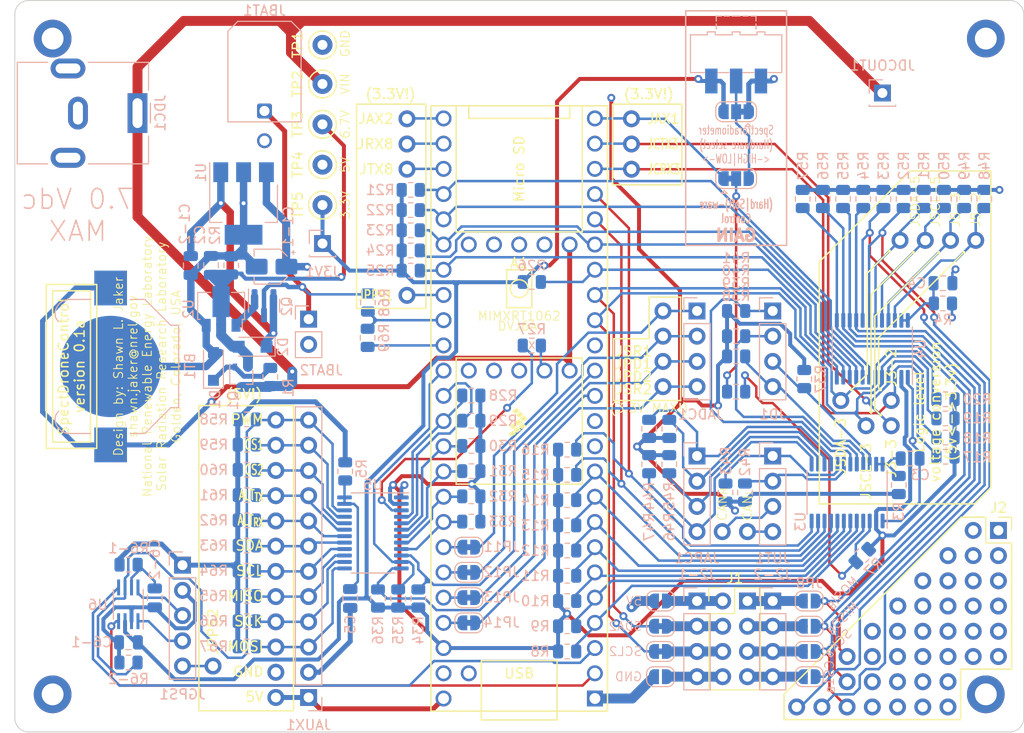
<source format=kicad_pcb>
(kicad_pcb (version 20221018) (generator pcbnew)
  (layers (0 "F.Cu" signal) (1 "In1.Cu" signal) (2 "In2.Cu" signal) (31 "B.Cu" signal) (34 "B.Paste" user) (35 "F.Paste" user) (36 "B.SilkS" user "B.Silkscreen") (37 "F.SilkS" user "F.Silkscreen") (38 "B.Mask" user) (39 "F.Mask" user) (44 "Edge.Cuts" user))
  (net 0 "")
  (net 1 "/VBat")
  (net 2 "/5V")
  (net 3 "/P1")
  (net 4 "/S2")
  (net 5 "/P2")
  (net 6 "/S1")
  (net 7 "/RX")
  (net 8 "/TX")
  (net 9 "/APCRX")
  (net 10 "/APCTX")
  (net 11 "/TXS_{E}")
  (net 12 "/ALT_TX_3V")
  (net 13 "/ALT_RX_3V")
  (net 14 "/ALT_RX_5V")
  (net 15 "/ALT_TX_5V")
  (net 16 "/SDA")
  (net 17 "/SCL")
  (net 18 "/MISO")
  (net 19 "/SCK")
  (net 20 "/MOSI")
  (net 21 "/CLK2")
  (net 22 "/ST")
  (net 23 "/CLK1")
  (net 24 "/GPSRX")
  (net 25 "/GPSTX")
  (net 26 "/PPS")
  (net 27 "/APCTX_5V")
  (net 28 "/APCRX_5V")
  (net 29 "/UT2")
  (net 30 "/UT1")
  (net 31 "Net-(U4-EN)")
  (net 32 "Net-(U5-EN)")
  (net 35 "Net-(J1-Pin_1)")
  (net 36 "/MOSI1")
  (net 37 "/RX8")
  (net 38 "/TX8")
  (net 39 "/CS3")
  (net 40 "/CS2")
  (net 41 "/SCK1")
  (net 42 "/CS1")
  (net 43 "/MISO1")
  (net 44 "/JTX")
  (net 45 "/JRX")
  (net 46 "/TX_5V")
  (net 47 "/RX_5V")
  (net 48 "/MOSI_5V")
  (net 49 "/SCK_5V")
  (net 50 "/MISO_5V")
  (net 51 "/SCL_5V")
  (net 52 "/SDA_5V")
  (net 53 "/SCL2")
  (net 54 "/SDA2")
  (net 55 "/CS2_3V")
  (net 56 "/CS1_3V")
  (net 57 "/TXS_{E}_5V")
  (net 58 "/CLK1_5V")
  (net 59 "/ST_5V")
  (net 60 "/GAIN_5V")
  (net 61 "/CLK2_5V")
  (net 62 "/SCK1_5V")
  (net 63 "/CS1_5V")
  (net 64 "/MOSI1_5V")
  (net 65 "/MISO1_5V")
  (net 66 "/UT1_5V")
  (net 67 "/UT2_5V")
  (net 68 "/CAN_H_5V")
  (net 69 "/CAN_L_5V")
  (net 70 "Net-(J1-Pin_2)")
  (net 71 "/CS2_5V")
  (net 72 "/GPSTX_5V")
  (net 73 "/GPSRX_5V")
  (net 74 "/PPS_5V")
  (net 75 "/3V")
  (net 76 "Net-(J1-Pin_3)")
  (net 77 "Net-(J1-Pin_4)")
  (net 78 "/SCL2_5V")
  (net 79 "/SDA2_5V")
  (net 80 "/GAIN_3V")
  (net 81 "/CS2_5")
  (net 82 "/CS3_5")
  (net 83 "Net-(J1-Pin_5)")
  (net 84 "GND1")
  (net 85 "Net-(D1-K)")
  (net 86 "Net-(J1-Pin_6)")
  (net 87 "/VDC")
  (net 88 "Net-(J1-Pin_7)")
  (net 89 "/CRX")
  (net 90 "/CTX")
  (net 91 "/CRX_5V")
  (net 92 "/CTX_5V")
  (net 93 "Net-(J1-Pin_8)")
  (net 127 "Net-(JGAIN1-C)")
  (net 128 "Net-(JPAX1-C)")
  (net 129 "Net-(A1-20_A6_TX5_LRCLK1)")
  (net 130 "Net-(A1-21_A7_RX5_BCLK1)")
  (net 131 "Net-(A1-22_A8_CTX1)")
  (net 132 "Net-(A1-23_A9_CRX1_MCLK1)")
  (net 134 "/AX1")
  (net 135 "/AX2")
  (net 139 "Net-(U3-EN)")
  (net 140 "Net-(U6-VCCB)")
  (net 141 "Net-(U5-A1)")
  (net 142 "Net-(Q2-G)")
  (net 143 "/A17")
  (net 144 "/BAT_{V}")
  (net 145 "/6V")
  (net 146 "/6.7V")
  (net 147 "unconnected-(JDC1-MountPin-PadMP)")
  (net 148 "/CS1_5")
  (footprint "Gardenuino Custom:SolderWire-0.1sqmm_1x01_D0.4mm_OD1mm" (layer "F.Cu") (at 126.238 125.665)
    (fp_text reference "JSCK1" hide)
    (fp_text value "Conn_01x01_Female")
  )
  (footprint "Gardenuino Custom:SolderWire-0.1sqmm_1x01_D0.4mm_OD1mm" (layer "F.Cu") (at 139.446 92.7862)
    (fp_text reference "JPPS1")
    (fp_text value "Conn_01x01_Female" hide)
  )
  (footprint "Gardenuino Custom:SolderWire-0.1sqmm_1x01_D0.4mm_OD1mm" (layer "F.Cu") (at 171.196554 116.585 90)
    (fp_text reference "JCAN_{H}1" hide)
    (fp_text value "Conn_01x01_Female" hide)
  )
  (footprint "Gardenuino Custom:SolderWire-0.1sqmm_1x01_D0.4mm_OD1mm" (layer "F.Cu") (at 126.238 120.585)
    (fp_text reference "JSCL1" hide)
    (fp_text value "Conn_01x01_Female")
  )
  (footprint "Gardenuino Custom:SolderWire-0.1sqmm_1x01_D0.4mm_OD1mm" (layer "F.Cu") (at 165.227 96.901 180)
    (fp_text reference "JPD1")
    (fp_text value "Conn_01x01_Female")
  )
  (footprint "Gardenuino Custom:SolderWire-0.1sqmm_1x01_D0.4mm_OD1mm" (layer "F.Cu") (at 173.736554 116.585 90)
    (fp_text reference "JCAN_{L}1" hide)
    (fp_text value locked "Conn_01x01_Female" hide)
  )
  (footprint "Gardenuino Custom:SolderWire-0.1sqmm_1x01_D0.4mm_OD1mm" (layer "F.Cu") (at 162.052 80.0862)
    (fp_text reference "JCRX3")
    (fp_text value "Conn_01x01_Female" hide)
  )
  (footprint "Gardenuino Custom:Teensy4.0-1" (layer "F.Cu") (at 150.749 104.179 90)
    (fp_text reference "A1")
    (fp_text value "Teensy4.1")
  )
  (footprint "Gardenuino Custom:SolderWire-0.1sqmm_1x01_D0.4mm_OD1mm" (layer "F.Cu") (at 126.238 105.345)
    (fp_text reference "JTXSE1" hide)
    (fp_text value "Conn_01x01_Female")
  )
  (footprint "Gardenuino Custom:TestPoint_Keystone_5000-5004_Miniature" (layer "F.Cu") (at 130.937 79.629 90)
    (fp_text reference "TP4")
    (fp_text value "TestPoint")
  )
  (footprint "Gardenuino Custom:TestPoint_Keystone_5000-5004_Miniature" (layer "F.Cu") (at 130.937 67.564 90)
    (fp_text reference "TP1")
    (fp_text value "TestPoint")
  )
  (footprint "Gardenuino Custom:SolderWire-0.1sqmm_1x01_D0.4mm_OD1mm" (layer "F.Cu") (at 188.214 105.918)
    (fp_text reference "J3-3")
    (fp_text value "Conn_01x01_Female" hide)
  )
  (footprint "Gardenuino Custom:SolderWire-0.1sqmm_1x01_D0.4mm_OD1mm" (layer "F.Cu") (at 183.134 103.378 180)
    (fp_text reference "JSDA-3")
    (fp_text value "Conn_01x01_Female" hide)
  )
  (footprint "Gardenuino Custom:SolderWire-0.1sqmm_1x01_D0.4mm_OD1mm" (layer "F.Cu") (at 126.238 112.965)
    (fp_text reference "JCMT2" hide)
    (fp_text value "Conn_01x01_Female")
  )
  (footprint "Gardenuino Custom:SolderWire-0.1sqmm_1x01_D0.4mm_OD1mm" (layer "F.Cu") (at 165.227 101.981)
    (fp_text reference "JSR2")
    (fp_text value "Conn_01x01_Female")
  )
  (footprint "Gardenuino Custom:SolderWire-0.1sqmm_1x01_D0.4mm_OD1mm" (layer "F.Cu") (at 126.238 123.125)
    (fp_text reference "JMISO1" hide)
    (fp_text value "Conn_01x01_Female")
  )
  (footprint "Gardenuino Custom:SolderWire-0.1sqmm_1x01_D0.4mm_OD1mm" (layer "F.Cu") (at 126.238 118.045)
    (fp_text reference "JSDA1" hide)
    (fp_text value "Conn_01x01_Female")
  )
  (footprint "Gardenuino Custom:SolderWire-0.1sqmm_1x01_D0.4mm_OD1mm" (layer "F.Cu") (at 196.723 87.249 90)
    (fp_text reference "J5-2")
    (fp_text value "Conn_01x01_Female" hide)
  )
  (footprint "Gardenuino Custom:SolderWire-0.1sqmm_1x01_D0.4mm_OD1mm" (layer "F.Cu") (at 139.446 80.0862)
    (fp_text reference "JTX8")
    (fp_text value "Conn_01x01_Female" hide)
  )
  (footprint "Gardenuino Custom:SolderWire-0.1sqmm_1x01_D0.4mm_OD1mm" (layer "F.Cu") (at 189.103 87.249 90)
    (fp_text reference "JSDA-5")
    (fp_text value "Conn_01x01_Female" hide)
  )
  (footprint "Gardenuino Custom:SolderWire-0.1sqmm_1x01_D0.4mm_OD1mm" (layer "F.Cu") (at 126.238 133.285)
    (fp_text reference "J5V1" hide)
    (fp_text value "Conn_01x01_Female")
  )
  (footprint "Gardenuino Custom:SolderWire-0.1sqmm_1x01_D0.4mm_OD1mm" (layer "F.Cu") (at 126.238 130.745)
    (fp_text reference "JGND1" hide)
    (fp_text value "Conn_01x01_Female")
  )
  (footprint "MountingHole:MountingHole_2.2mm_M2_ISO14580_Pad_TopBottom" (layer "F.Cu") (at 197.739 66.929)
    (fp_text reference "H2" hide)
    (fp_text value "MountingHole" hide)
  )
  (footprint "Gardenuino Custom:SolderWire-0.1sqmm_1x01_D0.4mm_OD1mm" (layer "F.Cu") (at 139.446 75.0062)
    (fp_text reference "JAX2")
    (fp_text value "Conn_01x01_Female" hide)
  )
  (footprint "Gardenuino Custom:TestPoint_Keystone_5000-5004_Miniature" (layer "F.Cu") (at 130.937 83.693 90)
    (fp_text reference "TP5")
    (fp_text value "TestPoint")
  )
  (footprint "Gardenuino Custom:SolderWire-0.1sqmm_1x01_D0.4mm_OD1mm" (layer "F.Cu") (at 185.674 105.918 180)
    (fp_text reference "JSCL-3")
    (fp_text value "Conn_01x01_Female" hide)
  )
  (footprint "Gardenuino Custom:PinSocket_2x04_P2.54mm_Vertical_renumber" (layer "F.Cu") (at 173.7364 123.571)
    (fp_text reference "J1")
    (fp_text value "Conn_02x03_Counter_Clockwise" hide)
  )
  (footprint "Gardenuino Custom:TestPoint_Keystone_5000-5004_Miniature" (layer "F.Cu") (at 130.937 75.565 90)
    (fp_text reference "TP3")
    (fp_text value "TestPoint")
  )
  (footprint "Gardenuino Custom:SolderWire-0.1sqmm_1x01_D0.4mm_OD1mm" (layer "F.Cu") (at 188.214 103.378)
    (fp_text reference "J3-2")
    (fp_text value "Conn_01x01_Female" hide)
  )
  (footprint "Gardenuino Custom:SolderWire-0.1sqmm_1x01_D0.4mm_OD1mm" (layer "F.Cu") (at 119.9134 130.1242)
    (fp_text reference "JPPS2")
    (fp_text value "Conn_01x01_Female" hide)
  )
  (footprint "MountingHole:MountingHole_2.2mm_M2_ISO14580_Pad_TopBottom" (layer "F.Cu") (at 197.739 132.969)
    (fp_text reference "H1" hide)
    (fp_text value "MountingHole" hide)
  )
  (footprint "Gardenuino Custom:SolderWire-0.1sqmm_1x01_D0.4mm_OD1mm" (layer "F.Cu") (at 165.227 99.441)
    (fp_text reference "JPD2")
    (fp_text value "Conn_01x01_Female")
  )
  (footprint "Gardenuino Custom:SolderWire-0.1sqmm_1x01_D0.4mm_OD1mm" (layer "F.Cu") (at 139.446 77.5462)
    (fp_text reference "JRX8")
    (fp_text value "Conn_01x01_Female" hide)
  )
  (footprint "MountingHole:MountingHole_2.2mm_M2_ISO14580_Pad_TopBottom" (layer "F.Cu") (at 103.759 66.929)
    (fp_text reference "H3" hide)
    (fp_text value "MountingHole" hide)
  )
  (footprint "Gardenuino Custom:SolderWire-0.1sqmm_1x01_D0.4mm_OD1mm" (layer "F.Cu") (at 191.643 87.249 90)
    (fp_text reference "JSCL-5")
    (fp_text value "Conn_01x01_Female" hide)
  )
  (footprint "Gardenuino Custom:SolderWire-0.1sqmm_1x01_D0.4mm_OD1mm" (layer "F.Cu") (at 126.238 115.505)
    (fp_text reference "JCMR2" hide)
    (fp_text value "Conn_01x01_Female")
  )
  (footprint "Gardenuino Custom:SolderWire-0.1sqmm_1x01_D0.4mm_OD1mm" (layer "F.Cu") (at 126.238 107.885)
    (fp_text reference "JCMT1" hide)
    (fp_text value "Conn_01x01_Female")
  )
  (footprint "Gardenuino Custom:SolderWire-0.1sqmm_1x01_D0.4mm_OD1mm" (layer "F.Cu") (at 126.238 110.425)
    (fp_text reference "JCMR1" hide)
    (fp_text value "Conn_01x01_Female")
  )
  (footprint "MountingHole:MountingHole_2.2mm_M2_ISO14580_Pad_TopBottom" (layer "F.Cu") (at 103.759 132.969)
    (fp_text reference "H4" hide)
    (fp_text value "MountingHole" hide)
  )
  (footprint "Gardenuino Custom:SolderWire-0.1sqmm_1x01_D0.4mm_OD1mm" (layer "F.Cu") (at 194.183 87.249 90)
    (fp_text reference "J5-3")
    (fp_text value "Conn_01x01_Female" hide)
  )
  (footprint "Gardenuino Custom:TestPoint_Keystone_5000-5004_Miniature" (layer "F.Cu") (at 130.937 71.501 90)
    (fp_text reference "TP2")
    (fp_text value "TestPoint")
  )
  (footprint "Gardenuino Custom:SolderWire-0.1sqmm_1x01_D0.4mm_OD1mm" (layer "F.Cu") (at 162.052 77.5462)
    (fp_text reference "JCTX3")
    (fp_text value "Conn_01x01_Female" hide)
  )
  (footprint "Gardenuino Custom:SolderWire-0.1sqmm_1x01_D0.4mm_OD1mm" (layer "F.Cu") (at 165.227 94.361 180)
    (fp_text reference "JSR1")
    (fp_text value "Conn_01x01_Female")
  )
  (footprint "Gardenuino Custom:SolderWire-0.1sqmm_1x01_D0.4mm_OD1mm" (layer "F.Cu") (at 126.238 128.205)
    (fp_text reference "JMOSI1" hide)
    (fp_text value "Conn_01x01_Female")
  )
  (footprint "Gardenuino Custom:SolderWire-0.1sqmm_1x01_D0.4mm_OD1mm" (layer "F.Cu") (at 162.052 75.0062)
    (fp_text reference "JAX1")
    (fp_text value "Conn_01x01_Female" hide)
  )
  (footprint "Resistor_SMD:R_0805_2012Metric" (layer "B.Cu") (at 183.3626 83.0815 90)
    (fp_text reference "R55")
    (fp_text value "10K")
  )
  (footprint "Gardenuino Custom:SolderWire-0.1sqmm_1x01_D0.4mm_OD1mm" (layer "B.Cu") (at 178.689 134.239 180)
    (fp_text reference "JCS2" hide)
    (fp_text value "Conn_01x01_Female" hide)
  )
  (footprint "Connector_PinSocket_2.54mm:PinSocket_1x04_P2.54mm_Vertical" (layer "B.Cu") (at 176.277 108.964949 180)
    (fp_text reference "JUT1")
    (fp_text value "Conn_01x04_Female")
  )
  (footprint "Resistor_SMD:R_0805_2012Metric" (layer "B.Cu") (at 163.829 109.7915 90)
    (fp_text reference "R47")
    (fp_text value "10K")
  )
  (footprint "Resistor_SMD:R_0805_2012Metric" (layer "B.Cu") (at 173.482 112.649 -90)
    (fp_text reference "R42")
    (fp_text value "10K")
  )
  (footprint "Resistor_SMD:R_0805_2012Metric" (layer "B.Cu") (at 193.675 103.249949)
    (fp_text reference "R20")
    (fp_text value "6K8")
  )
  (footprint "Jumper:SolderJumper-2_P1.3mm_Open_RoundedPad1.0x1.5mm" (layer "B.Cu") (at 179.959 126.111 180)
    (fp_text reference "JP7" hide)
    (fp_text value "SolderJumper_2_Open" hide)
  )
  (footprint "Resistor_SMD:R_0805_2012Metric" (layer "B.Cu") (at 155.575 118.491 180)
    (fp_text reference "R12")
    (fp_text value "6K8")
  )
  (footprint "Resistor_SMD:R_0805_2012Metric" (layer "B.Cu") (at 138.557 123.317 -90)
    (fp_text reference "R35")
    (fp_text value "6K8")
  )
  (footprint "Resistor_SMD:R_0805_2012Metric" (layer "B.Cu") (at 172.593 94.361 180)
    (fp_text reference "R41")
    (fp_text value "10K")
  )
  (footprint "Jumper:SolderJumper-3_P1.3mm_Bridged12_RoundedPad1.0x1.5mm" (layer "B.Cu") (at 172.593 81.026)
    (fp_text reference "JPAX1" hide)
    (fp_text value "SolderJumper")
  )
  (footprint "Resistor_SMD:R_0805_2012Metric" (layer "B.Cu") (at 123.317 120.523 180)
    (fp_text reference "R64")
    (fp_text value "10K")
  )
  (footprint "Resistor_SMD:R_0805_2012Metric" (layer "B.Cu") (at 145.923 102.87)
    (fp_text reference "R28")
    (fp_text value "6K8")
  )
  (footprint "Resistor_SMD:R_0805_2012Metric" (layer "B.Cu") (at 123.317 112.903 180)
    (fp_text reference "R61")
    (fp_text value "10K")
  )
  (footprint "Capacitor_SMD:C_0805_2012Metric" (layer "B.Cu") (at 193.421 91.567 180)
    (fp_text reference "C4")
    (fp_text value "0.1uF")
  )
  (footprint "Resistor_SMD:R_0805_2012Metric" (layer "B.Cu") (at 172.593 96.901 180)
    (fp_text reference "R40")
    (fp_text value "10K")
  )
  (footprint "Capacitor_SMD:C_0805_2012Metric" (layer "B.Cu") (at 133.731 123.317 90)
    (fp_text reference "C5")
    (fp_text value "0.1uF")
  )
  (footprint "Connector_PinSocket_2.54mm:PinSocket_1x04_P2.54mm_Vertical" (layer "B.Cu") (at 168.656554 123.569949 180)
    (fp_text reference "J2-1")
    (fp_text value "Conn_01x04_Female")
  )
  (footprint "Diode_SMD:D_SOD-123F" (layer "B.Cu") (at 119.95642 99.9436 90)
    (fp_text reference "D1")
    (fp_text value "D")
  )
  (footprint "Jumper:SolderJumper-2_P1.3mm_Bridged_RoundedPad1.0x1.5mm" (layer "B.Cu") (at 145.669 123.229)
    (fp_text reference "JP13")
    (fp_text value "SolderJumper_2_Bridged")
  )
  (footprint "Connector_PinSocket_2.54mm:PinSocket_1x04_P2.54mm_Vertical" (layer "B.Cu") (at 176.277 94.359949 180)
    (fp_text reference "JD1")
    (fp_text value "Conn_01x04_Female")
  )
  (footprint "Package_TO_SOT_SMD:SOT-323_SC-70" (layer "B.Cu") (at 122.76052 101.011 -90)
    (fp_text reference "Q1")
    (fp_text value "NPN 50V 1A NPN_BEC")
  )
  (footprint "Jumper:SolderJumper-2_P1.3mm_Open_RoundedPad1.0x1.5mm" (layer "B.Cu") (at 179.959 128.651 180)
    (fp_text reference "JP6" hide)
    (fp_text value "SolderJumper_2_Open" hide)
  )
  (footprint "Resistor_SMD:R_0805_2012Metric" (layer "B.Cu") (at 123.317 125.603 180)
    (fp_text reference "R66")
    (fp_text value "10K")
  )
  (footprint "Gardenuino Custom:PinHeader_Corner" (layer "B.Cu") (at 199.009 116.459 180)
    (fp_text reference "JCR1" hide)
    (fp_text value "Conn_01x37_Female" hide)
  )
  (footprint "Resistor_SMD:R_0805_2012Metric" (layer "B.Cu") (at 155.575 128.651 180)
    (fp_text reference "R8")
    (fp_text value "6K8")
  )
  (footprint "Package_SO:SSOP-8_2.95x2.8mm_P0.65mm" (layer "B.Cu") (at 111.379 123.901949 90)
    (fp_text reference "U6")
    (fp_text value "TXS0102DCUR")
  )
  (footprint "Capacitor_SMD:C_0805_2012Metric" (layer "B.Cu") (at 190.119 109.22 180)
    (fp_text reference "C3")
    (fp_text value "0.1uF")
  )
  (footprint "Resistor_SMD:R_0805_2012Metric" (layer "B.Cu") (at 193.421 93.599)
    (fp_text reference "R4")
    (fp_text value "200K")
  )
  (footprint "Resistor_SMD:R_0805_2012Metric" (layer "B.Cu") (at 139.827 84.201 180)
    (fp_text reference "R22")
    (fp_text value "6K8")
  )
  (footprint "Resistor_SMD:R_0805_2012Metric" (layer "B.Cu") (at 193.675 105.1814)
    (fp_text reference "R19")
    (fp_text value "6K8")
  )
  (footprint "Resistor_SMD:R_0805_2012Metric" (layer "B.Cu") (at 193.5226 83.0815 90)
    (fp_text reference "R50")
    (fp_text value "10K")
  )
  (footprint "Jumper:SolderJumper-2_P1.3mm_Bridged_RoundedPad1.0x1.5mm" (layer "B.Cu") (at 164.973 126.111)
    (fp_text reference "JP2" hide)
    (fp_text value "SolderJumper_2_Open")
  )
  (footprint "Jumper:SolderJumper-2_P1.3mm_Bridged_RoundedPad1.0x1.5mm" (layer "B.Cu") (at 145.669 120.689)
    (fp_text reference "JP12")
    (fp_text value "SolderJumper_2_Bridged")
  )
  (footprint "Resistor_SMD:R_0805_2012Metric" (layer "B.Cu") (at 181.3306 83.0815 90)
    (fp_text reference "R56")
    (fp_text value "10K")
  )
  (footprint "Resistor_SMD:R_0805_2012Metric" (layer "B.Cu") (at 155.575 121.031 180)
    (fp_text reference "R11")
    (fp_text value "6K8")
  )
  (footprint "Connector_PinSocket_2.54mm:PinSocket_1x04_P2.54mm_Vertical" (layer "B.Cu") (at 168.656554 94.359949 180)
    (fp_text reference "JADC1")
    (fp_text value "Conn_01x04_Female")
  )
  (footprint "Resistor_SMD:R_0805_2012Metric" (layer "B.Cu") (at 145.923 105.41)
    (fp_text reference "R29")
    (fp_text value "6K8")
  )
  (footprint "Jumper:SolderJumper-2_P1.3mm_Open_RoundedPad1.0x1.5mm" (layer "B.Cu") (at 164.973 123.571)
    (fp_text reference "JP1" hide)
    (fp_text value "SolderJumper_2_Open" hide)
  )
  (footprint "Connector_PinSocket_2.54mm:PinSocket_1x01_P2.54mm_Vertical" (layer "B.Cu") (at 187.326 72.412 180)
    (fp_text reference "JDCOUT1")
    (fp_text value "Conn_01x01_Female")
  )
  (footprint "Resistor_SMD:R_0805_2012Metric" (layer "B.Cu") (at 195.5546 83.0815 90)
    (fp_text reference "R49")
    (fp_text value "10K")
  )
  (footprint "Resistor_SMD:R_0805_2012Metric" (layer "B.Cu") (at 123.317 128.143 180)
    (fp_text reference "R67")
    (fp_text value "10K")
  )
  (footprint "Resistor_SMD:R_0805_2012Metric" (layer "B.Cu") (at 155.575 110.871 180)
    (fp_text reference "R15")
    (fp_text value "6K8")
  )
  (footprint "Jumper:SolderJumper-2_P1.3mm_Bridged_RoundedPad1.0x1.5mm" (layer "B.Cu") (at 164.973 128.651)
    (fp_text reference "JP3" hide)
    (fp_text value "SolderJumper_2_Open")
  )
  (footprint "Jumper:SolderJumper-2_P1.3mm_Open_RoundedPad1.0x1.5mm" (layer "B.Cu") (at 164.973 131.191)
    (fp_text reference "JP4" hide)
    (fp_text value "SolderJumper_2_Open" hide)
  )
  (footprint "Capacitor_SMD:C_0805_2012Metric" (layer "B.Cu") (at 114.046 123.256 -90)
    (fp_text reference "C6-2")
    (fp_text value "0.1uF")
  )
  (footprint "Resistor_SMD:R_0805_2012Metric" (layer "B.Cu") (at 123.317 107.823 180)
    (fp_text reference "R59")
    (fp_text value "10K")
  )
  (footprint "Resistor_SMD:R_0805_2012Metric" (layer "B.Cu") (at 191.4906 83.0815 90)
    (fp_text reference "R51")
    (fp_text value "10K")
  )
  (footprint "Connector_BarrelJack:BarrelJack_CUI_PJ-063AH_Horizontal" (layer "B.Cu") (at 112.308 74.435 90)
    (fp_text reference "JDC1")
    (fp_text value "Barrel_Jack")
  )
  (footprint "Resistor_SMD:R_0805_2012Metric" (layer "B.Cu") (at 193.675 107.1118)
    (fp_text reference "R18")
    (fp_text value "6K8")
  )
  (footprint "Resistor_SMD:R_0805_2012Metric" (layer "B.Cu") (at 179.451 101.219 90)
    (fp_text reference "R37")
    (fp_text value "10K")
  )
  (footprint "Resistor_SMD:R_0805_2012Metric" (layer "B.Cu") (at 123.317 105.283 180)
    (fp_text reference "R58")
    (fp_text value "10K")
  )
  (footprint "Resistor_SMD:R_0805_2012Metric" (layer "B.Cu") (at 145.923 115.57)
    (fp_text reference "R33")
    (fp_text value "6K8")
  )
  (footprint "Resistor_SMD:R_0805_2012Metric" (layer "B.Cu") (at 111.411638 119.911049 180)
    (fp_text reference "R6-1")
    (fp_text value "200K")
  )
  (footprint "Resistor_SMD:R_0805_2012Metric" (layer "B.Cu") (at 111.396438 129.766249)
    (fp_text reference "R6-2")
    (fp_text value "200K")
  )
  (footprint "Resistor_SMD:R_0805_2012Metric" (layer "B.Cu") (at 172.593 102.489 180)
    (fp_text reference "R38")
    (fp_text value "0")
  )
  (footprint "Battery:BatteryHolder_Keystone_3000_1x12mm" (layer "B.Cu") (at 109.601 99.949 90)
    (fp_text reference "BT1")
    (fp_text value "Battery_Cell")
  )
  (footprint "Resistor_SMD:R_0805_2012Metric" (layer "B.Cu") (at 139.827 88.265 180)
    (fp_text reference "R24")
    (fp_text value "6K8")
  )
  (footprint "Resistor_SMD:R_0805_2012Metric" (layer "B.Cu") (at 140.589 123.317 -90)
    (fp_text reference "R34")
    (fp_text value "6K8")
  )
  (footprint "Jumper:SolderJumper-2_P1.3mm_Open_RoundedPad1.0x1.5mm" (layer "B.Cu") (at 179.959 131.191 180)
    (fp_text reference "JP5" hide)
    (fp_text value "SolderJumper_2_Open" hide)
  )
  (footprint "Resistor_SMD:R_0805_2012Metric" (layer "B.Cu") (at 188.976 111.887 -90)
    (fp_text reference "R3")
    (fp_text value "200K")
  )
  (footprint "Package_TO_SOT_SMD:SOT-223-3_TabPin2" (layer "B.Cu") (at 122.99042 83.5356 -90)
    (fp_text reference "U1")
    (fp_text value "LM7805_SOT223")
  )
  (footprint "Connector_PinSocket_2.54mm:PinSocket_1x01_P2.54mm_Vertical" (layer "B.Cu") (at 130.94 87.569 180)
    (fp_text reference "J3V1")
    (fp_text value "Conn_01x01_Female")
  )
  (footprint "Resistor_SMD:R_0805_2012Metric" (layer "B.Cu") (at 171.5262 112.649 -90)
    (fp_text reference "R43")
    (fp_text value "10K")
  )
  (footprint "Resistor_SMD:R_0805_2012Metric" (layer "B.Cu") (at 123.317 123.063 180)
    (fp_text reference "R65")
    (fp_text value "10K")
  )
  (footprint "Resistor_SMD:R_0805_2012Metric" (layer "B.Cu") (at 136.525 123.317 -90)
    (fp_text reference "R36")
    (fp_text value "6K8")
  )
  (footprint "Resistor_SMD:R_0805_2012Metric" (layer "B.Cu") (at 165.861 109.7915 90)
    (fp_text reference "R46")
    (fp_text value "10K")
  )
  (footprint "Resistor_SMD:R_0805_2012Metric" (layer "B.Cu") (at 152.019 91.44 180)
    (fp_text reference "R26")
    (fp_text value "6K8")
  )
  (footprint "Capacitor_SMD:CP_Elec_3x5.4" (layer "B.Cu") (at 125.80852 89.8985 180)
    (fp_text reference "C1-1")
    (fp_text value "10uF")
  )
  (footprint "Jumper:SolderJumper-2_P1.3mm_Bridged_RoundedPad1.0x1.5mm" (layer "B.Cu") (at 145.669 118.149)
    (fp_text reference "JP11")
    (fp_text value "SolderJumper_2_Bridged")
  )
  (footprint "Connector_PinSocket_2.54mm:PinSocket_1x05_P2.54mm_Vertical" (layer "B.Cu") (at 116.84 119.959 180)
    (fp_text reference "JGPS1")
    (fp_text value "GPS")
  )
  (footprint "Resistor_SMD:R_0805_2012Metric" (layer "B.Cu") (at 179.2986 83.0815 90)
    (fp_text reference "R57")
    (fp_text value "10K")
  )
  (footprint "Resistor_SMD:R_0805_2012Metric" (layer "B.Cu") (at 135.509 93.511 90)
    (fp_text reference "R68")
    (fp_text value "100K")
  )
  (footprint "Resistor_SMD:R_0805_2012Metric" (layer "B.Cu") (at 185.293554 118.997949 45)
    (fp_text reference "R7")
    (fp_text value "6K8")
  )
  (footprint "Resistor_SMD:R_0805_2012Metric" (layer "B.Cu") (at 139.827 86.233 180)
    (fp_text reference "R23")
    (fp_text value "6K8")
  )
  (footprint "Capacitor_SMD:C_0805_2012Metric" (layer "B.Cu") (at 117.67042 89.7836 90)
    (fp_text reference "C1-2")
    (fp_text value "0.1uF")
  )
  (footprint "Capacitor_SMD:C_0805_2012Metric" (layer "B.Cu") (at 111.396438 127.735549 180)
    (fp_text reference "C6-1")
    (fp_text value "0.1uF")
  )
  (footprint "Jumper:SolderJumper-2_P1.3mm_Bridged_RoundedPad1.0x1.5mm" (layer "B.Cu") (at 145.669 125.769)
    (fp_text reference "JP14")
    (fp_text value "SolderJumper_2_Bridged")
  )
  (footprint "Resistor_SMD:R_0805_2012Metric" (layer "B.Cu") (at 123.317 110.363 180)
    (fp_text reference "R60")
    (fp_text value "10K")
  )
  (footprint "Resistor_SMD:R_0805_2012Metric" (layer "B.Cu") (at 155.575 108.331 180)
    (fp_text reference "R16")
    (fp_text value "6K8")
  )
  (footprint "Capacitor_SMD:C_0805_2012Metric" (layer "B.Cu") (at 119.71252 89.769 -90)
    (fp_text reference "C2")
    (fp_text value "0.1uF")
  )
  (footprint "Connector_PinSocket_2.54mm:PinSocket_1x12_P2.54mm_Vertical" (layer "B.Cu") (at 129.541 133.2855)
    (fp_text reference "JAUX1")
    (fp_text value "AUX")
  )
  (footprint "Connector_PinSocket_2.54mm:PinSocket_1x04_P2.54mm_Vertical" (layer "B.Cu") (at 176.277 123.569949 180)
    (fp_text reference "J2-2")
    (fp_text value "Conn_01x04_Female")
  )
  (footprint "Gardenuino Custom:Molex_Micro-Fit_3.0_43045-0200_2x01_P3.00mm_Horizontal" (layer "B.Cu") (at 125.095 74.219 180)
    (fp_text reference "JBAT1")
    (fp_text value "Conn_01x02_Female")
  )
  (footprint "Resistor_SMD:R_0805_2012Metric" (layer "B.Cu") (at 145.923 113.03)
    (fp_text reference "R32")
    (fp_text value "6K8")
  )
  (footprint "Resistor_SMD:R_0805_2012Metric" (layer "B.Cu") (at 197.5866 83.0815 90)
    (fp_text reference "R48")
    (fp_text value "10K")
  )
  (footprint "Resistor_SMD:R_0805_2012Metric" (layer "B.Cu") (at 155.575 126.111 180)
    (fp_text reference "R9")
    (fp_text value "6K8")
  )
  (footprint "Package_TO_SOT_SMD:SOT-89-3" (layer "B.Cu") (at 120.72852 94.153 90)
    (fp_text reference "U2")
    (fp_text value "MCP112-450E/TO")
  )
  (footprint "Resistor_SMD:R_0805_2012Metric" (layer "B.Cu") (at 152.019 97.8408 180)
    (fp_text reference "R27")
    (fp_text value "6K8")
  )
  (footprint "Resistor_SMD:R_0805_2012Metric" (layer "B.Cu") (at 123.317 117.983 180)
    (fp_text reference "R63")
    (fp_text value "10K")
  )
  (footprint "Button_Switch_SMD:SW_SPDT_CK-JS102011SAQN" (layer "B.Cu") (at 172.593 68.453)
    (fp_text reference "SW1" hide)
    (fp_text value "SW_SPDT")
  )
  (footprint "Package_SO:TSSOP-24_4.4x7.8mm_P0.65mm" (layer "B.Cu") (at 183.769 112.649 90)
    (fp_text reference "U3")
    (fp_text value "NVT2010PW")
  )
  (footprint "Resistor_SMD:R_0805_2012Metric" (layer "B.Cu") (at 155.575 123.571 180)
    (fp_text reference "R10")
    (fp_text value "6K8")
  )
  (footprint "Jumper:SolderJumper-2_P1.3mm_Open_RoundedPad1.0x1.5mm" (layer "B.Cu") (at 179.959 123.571 180)
    (fp_text reference "JP8")
    (fp_text value "SolderJumper_2_Open" hide)
  )
  (footprint "Resistor_SMD:R_0805_2012Metric" (layer "B.Cu") (at 125.68152 101.011 -90)
    (fp_text reference "R1")
    (fp_text value "10K")
  )
  (footprint "Gardenuino Custom:SolderWire-0.1sqmm_1x01_D0.4mm_OD1mm" (layer "B.Cu") (at 181.229 134.239 180)
    (fp_text reference "JCS3" hide)
    (fp_text value "Conn_01x01_Female" hide)
  )
  (footprint "Diode_SMD:Nexperia_CFP3_SOD-123W" (layer "B.Cu") (at 123.90352 97.963 180)
    (fp_text reference "D2")
    (fp_text value "D")
  )
  (footprint "Resistor_SMD:R_0805_2012Metric" (layer "B.Cu") (at 133.223 110.5135 90)
    (fp_text reference "R5")
    (fp_text value "200K")
  )
  (footprint "Resistor_SMD:R_0805_2012Metric" (layer "B.Cu") (at 145.923 107.95)
    (fp_text reference "R30")
    (fp_text value "6K8")
  )
  (footprint "Resistor_SMD:R_0805_2012Metric" (layer "B.Cu") (at 193.675 109.0422)
    (fp_text reference "R17")
    (fp_text value "6K8")
  )
  (footprint "Resistor_SMD:R_0805_2012Metric" (layer "B.Cu") (at 187.4266 83.0815 90)
    (fp_text reference "R53")
    (fp_text value "10K")
  )
  (footprint "Jumper:SolderJumper-3_P1.3mm_Bridged12_RoundedPad1.0x1.5mm" (layer "B.Cu") (at 172.593 74.295 180)
    (fp_text reference "JGAIN1" hide)
    (fp_text value "SolderJumper")
  )
  (footprint "Connector_PinSocket_2.54mm:PinSocket_1x02_P2.54mm_Vertical" (layer "B.Cu") (at 129.541 95.1855 180)
    (fp_text reference "JBAT2")
    (fp_text value "Conn_01x02_Female")
  )
  (footprint "Resistor_SMD:R_0805_2012Metric" (layer "B.Cu") (at 185.3946 83.0815 90)
    (fp_text reference "R54")
    (fp_text value "10K")
  )
  (footprint "Resistor_SMD:R_0805_2012Metric" (layer "B.Cu") (at 145.923 110.49)
    (fp_text reference "R31")
    (fp_text value "6K8")
  )
  (footprint "Resistor_SMD:R_0805_2012Metric" (layer "B.Cu") (at 139.827 90.297 180)
    (fp_text reference "R25")
    (fp_text value "6K8")
  )
  (footprint "Resistor_SMD:R_0805_2012Metric" (layer "B.Cu") (at 155.575 113.411 180)
    (fp_text reference "R14")
    (fp_text value "6K8")
  )
  (footprint "Resistor_SMD:R_0805_2012Metric" (layer "B.Cu") (at 121.74452 89.769 -90)
    (fp_text reference "R2")
    (fp_text value "100K")
  )
  (footprint "Connector_PinSocket_2.54mm:PinSocket_1x04_P2.54mm_Vertical" (layer "B.Cu") (at 168.656554 108.964949 180)
    (fp_text reference "JAPC1")
    (fp_text value "Conn_01x04_Female")
  )
  (footprint "Resistor_SMD:R_0805_2012Metric" (layer "B.Cu") (at 155.575 115.951 180)
    (fp_text reference "R13")
    (fp_text value "6K8")
  )
  (footprint "Resistor_SMD:R_0805_2012Metric" (layer "B.Cu") (at 172.593 98.933 180)
    (fp_text reference "R39")
    (fp_text value "10K")
  )
  (footprint "Resistor_SMD:R_0805_2012Metric" (layer "B.Cu") (at 163.829 106.2355 -90)
    (fp_text reference "R44")
    (fp_text value "10K")
  )
  (footprint "Resistor_SMD:R_0805_2012Metric" (layer "B.Cu") (at 135.4817 97.067 90)
    (fp_text reference "R69")
    (fp_text value "100K")
  )
  (footprint "Package_SO:TSSOP-24_4.4x7.8mm_P0.65mm" (layer "B.Cu") (at 136.017 116.713 180)
    (fp_text reference "U5")
    (fp_text value "NVT2010PW")
  )
  (footprint "Resistor_SMD:R_0805_2012Metric" (layer "B.Cu") (at 139.827 82.169 180)
    (fp_text reference "R21")
    (fp_text value "6K8")
  )
  (footprint "Resistor_SMD:R_0805_2012Metric" (layer "B.Cu") (at 165.861 106.2355 -90)
    (fp_text reference "R45")
    (fp_text value "10K")
  )
  (footprint "Package_SO:TSSOP-24_4.4x7.8mm_P0.65mm" (layer "B.Cu") (at 186.309 98.171 90)
    (fp_text reference "U4")
    (fp_text value "NVT2010PW")
  )
  (footprint "Resistor_SMD:R_0805_2012Metric" (layer "B.Cu") (at 189.4586 83.0815 90)
    (fp_text reference "R52")
    (fp_text value "10K")
  )
  (footprint "Package_TO_SOT_SMD:SOT-23" (layer "B.Cu") (at 125.04652 93.8355 -90)
    (fp_text reference "Q2")
    (fp_text value "FDN340P")
  )
  (footprint "Resistor_SMD:R_0805_2012Metric" (layer "B.Cu") (at 123.317 115.443 180)
    (fp_text reference "R62")
    (fp_text value "10K")
  )
  (gr_rect (start 167.513 64.135) (end 177.673 87.757) (stroke (width 0.15)) (fill none) (layer "B.SilkS"))
  (gr_line (start 186.182 104.648) (end 186.309 104.521) (stroke (width 0.15)) (layer "F.SilkS"))
  (gr_rect (start 103.759 92.329) (end 107.569 107.569) (stroke (width 0.15)) (fill none) (layer "F.SilkS"))
  (gr_line (start 195.58 88.392) (end 195.453 88.392) (stroke (width 0.15)) (layer "F.SilkS"))
  (gr_line (start 190.119 80.264) (end 180.975 89.408) (stroke (width 0.15)) (layer "F.SilkS"))
  (gr_line (start 167.132 81.661) (end 160.147 81.661) (stroke (width 0.15)) (layer "F.SilkS"))
  (gr_line (start 141.351 73.533) (end 134.366 73.533) (stroke (width 0.15)) (layer "F.SilkS"))
  (gr_line (start 187.198 102.235) (end 187.071 102.362) (stroke (width 0.15)) (layer "F.SilkS"))
  (gr_line (start 193.04 88.392) (end 192.913 88.392) (stroke (width 0.15)) (layer "F.SilkS"))
  (gr_line (start 186.055 104.521) (end 186.182 104.648) (stroke (width 0.15)) (layer "F.SilkS"))
  (gr_line (start 198.247 80.264) (end 190.119 80.264) (stroke (width 0.15)) (layer "F.SilkS"))
  (gr_line (start 187.198 102.362) (end 187.198 102.235) (stroke (width 0.15)) (layer "F.SilkS"))
  (gr_line (start 141.351 94.107) (end 141.351 73.533) (stroke (width 0.15)) (layer "F.SilkS"))
  (gr_line (start 192.913 88.392) (end 193.04 88.519) (stroke (width 0.15)) (layer "F.SilkS"))
  (gr_line (start 184.15 102.362) (end 185.801 100.711) (stroke (width 0.15)) (layer "F.SilkS"))
  (gr_line (start 195.58 88.392) (end 186.944 97.028) (stroke (width 0.15)) (layer "F.SilkS"))
  (gr_line (start 197.739 115.129) (end 195.2752 115.129) (stroke (width 0.15)) (layer "F.SilkS"))
  (gr_line (start 185.801 100.711) (end 185.801 90.551) (stroke (width 0.15)) (layer "F.SilkS"))
  (gr_line (start 163.83 92.964) (end 163.83 97.155) (stroke (width 0.15)) (layer "F.SilkS"))
  (gr_line (start 128.016 134.62) (end 118.491 134.62) (stroke (width 0.15)) (layer "F.SilkS"))
  (gr_line (start 187.198 104.902) (end 187.198 104.775) (stroke (width 0.15)) (layer "F.SilkS"))
  (gr_line (start 200.339 130.429) (end 195.199 130.429) (stroke (width 0.15)) (layer "F.SilkS"))
  (gr_line (start 187.198 104.775) (end 187.071 104.902) (stroke (width 0.15)) (layer "F.SilkS"))
  (gr_line (start 118.491 103.886) (end 118.491 134.62) (stroke (width 0.15)) (layer "F.SilkS"))
  (gr_line (start 187.96 88.265) (end 188.087 88.392) (stroke (width 0.15)) (layer "F.SilkS"))
  (gr_line (start 200.339 117.729) (end 200.339 130.429) (stroke (width 0.15)) (layer "F.SilkS"))
  (gr_line (start 128.016 103.886) (end 128.016 134.62) (stroke (width 0.15)) (layer "F.SilkS"))
  (gr_line (start 167.005 103.378) (end 167.005 92.964) (stroke (width 0.15)) (layer "F.SilkS"))
  (gr_line (start 186.563 94.869) (end 186.563 104.267) (stroke (width 0.15)) (layer "F.SilkS"))
  (gr_line (start 180.975 89.408) (end 180.975 113.792) (stroke (width 0.15)) (layer "F.SilkS"))
  (gr_line (start 195.199 135.509) (end 177.419 135.509) (stroke (width 0.15)) (layer "F.SilkS"))
  (gr_line (start 190.373 88.392) (end 190.5 88.519) (stroke (width 0.15)) (layer "F.SilkS"))
  (gr_line (start 184.277 102.362) (end 184.15 102.235) (stroke (width 0.15)) (layer "F.SilkS"))
  (gr_line (start 160.147 73.533) (end 160.147 81.661) (stroke (width 0.15)) (layer "F.SilkS"))
  (gr_line (start 186.563 104.267) (end 187.198 104.902) (stroke (width 0.15)) (layer "F.SilkS"))
  (gr_line (start 188.087 88.392) (end 188.087 88.265) (stroke (width 0.15)) (layer "F.SilkS"))
  (gr_line (start 184.15 102.362) (end 184.277 102.362) (stroke (width 0.15)) (layer "F.SilkS"))
  (gr_line (start 198.247 112.141) (end 198.247 80.264) (stroke (width 0.15)) (layer "F.SilkS"))
  (gr_line (start 167.132 73.533) (end 160.147 73.533) (stroke (width 0.15)) (layer "F.SilkS"))
  (gr_line (start 186.309 104.521) (end 186.055 104.521) (stroke (width 0.15)) (layer "F.SilkS"))
  (gr_line (start 163.83 97.155) (end 160.274 97.155) (stroke (width 0.15)) (layer "F.SilkS"))
  (gr_line (start 188.087 88.265) (end 187.96 88.265) (stroke (width 0.15)) (layer "F.SilkS"))
  (gr_line (start 160.274 103.378) (end 167.005 103.378) (stroke (width 0.15)) (layer "F.SilkS"))
  (gr_line (start 184.15 102.235) (end 184.15 102.362) (stroke (width 0.15)) (layer "F.SilkS"))
  (gr_line (start 134.366 73.533) (end 134.366 94.107) (stroke (width 0.15)) (layer "F.SilkS"))
  (gr_line (start 187.071 102.362) (end 187.198 102.362) (stroke (width 0.15)) (layer "F.SilkS"))
  (gr_line (start 198.247 112.141) (end 196.596 113.792) (stroke (width 0.15)) (layer "F.SilkS"))
  (gr_line (start 141.351 94.107) (end 134.366 94.107) (stroke (width 0.15)) (layer "F.SilkS"))
  (gr_line (start 128.016 103.886) (end 118.491 103.886) (stroke (width 0.15)) (layer "F.SilkS"))
  (gr_line (start 186.944 102.108) (end 187.198 102.362) (stroke (width 0.15)) (layer "F.SilkS"))
  (gr_line (start 186.944 102.108) (end 186.944 97.028) (stroke (width 0.15)) (layer "F.SilkS"))
  (gr_line (start 167.005 92.964) (end 163.83 92.964) (stroke (width 0.15)) (layer "F.SilkS"))
  (gr_line (start 193.04 88.519) (end 193.04 88.392) (stroke (width 0.15)) (layer "F.SilkS"))
  (gr_line (start 195.2752 115.129) (end 177.419 132.969) (stroke (width 0.15)) (layer "F.SilkS"))
  (gr_line (start 177.419 135.509) (end 177.419 132.969) (stroke (width 0.15)) (layer "F.SilkS"))
  (gr_line (start 187.071 104.902) (end 187.198 104.902) (stroke (width 0.15)) (layer "F.SilkS"))
  (gr_line (start 188.087 88.265) (end 185.801 90.551) (stroke (width 0.15)) (layer "F.SilkS"))
  (gr_line (start 167.132 81.661) (end 167.132 73.533) (stroke (width 0.15)) (layer "F.SilkS"))
  (gr_rect (start 103.124 91.694) (end 108.204 108.204) (stroke (width 0.15)) (fill none) (layer "F.SilkS"))
  (gr_line (start 190.5 88.392) (end 190.373 88.392) (stroke (width 0.15)) (layer "F.SilkS"))
  (gr_line (start 186.182 92.71) (end 186.182 104.648) (stroke (width 0.15)) (layer "F.SilkS"))
  (gr_line (start 190.5 88.392) (end 186.182 92.71) (stroke (width 0.15)) (layer "F.SilkS"))
  (gr_line (start 193.04 88.392) (end 186.563 94.869) (stroke (width 0.15)) (layer "F.SilkS"))
  (gr_line (start 195.58 88.519) (end 195.58 88.392) (stroke (width 0.15)) (layer "F.SilkS"))
  (gr_line (start 190.5 88.519) (end 190.5 88.392) (stroke (width 0.15)) (layer "F.SilkS"))
  (gr_line (start 195.453 88.392) (end 195.58 88.519) (stroke (width 0.15)) (layer "F.SilkS"))
  (gr_line (start 180.975 113.792) (end 196.596 113.792) (stroke (width 0.15)) (layer "F.SilkS"))
  (gr_line (start 195.199 130.429) (end 195.199 135.509) (stroke (width 0.15)) (layer "F.SilkS"))
  (gr_line (start 160.274 97.155) (end 160.274 103.378) (stroke (width 0.15)) (layer "F.SilkS"))
  (gr_arc (start 101.346 136.7536) (mid 100.358172 136.344428) (end 99.949 135.3566) (stroke (width 0.1)) (layer "Edge.Cuts"))
  (gr_arc (start 201.549 135.3566) (mid 201.139828 136.344428) (end 200.152 136.7536) (stroke (width 0.1)) (layer "Edge.Cuts"))
  (gr_arc (start 99.949 64.4906) (mid 100.358172 63.502772) (end 101.346 63.0936) (stroke (width 0.1)) (layer "Edge.Cuts"))
  (gr_line (start 101.346 136.7536) (end 200.152 136.7536) (stroke (width 0.1)) (layer "Edge.Cuts"))
  (gr_arc (start 200.152 63.0936) (mid 201.139828 63.502772) (end 201.549 64.4906) (stroke (width 0.1)) (layer "Edge.Cuts"))
  (gr_line (start 101.346 63.0936) (end 200.152 63.0936) (stroke (width 0.1)) (layer "Edge.Cuts"))
  (gr_line (start 99.949 64.4906) (end 99.949 135.3566) (stroke (width 0.1)) (layer "Edge.Cuts"))
  (gr_line (start 201.549 64.4906) (end 201.549 135.3566) (stroke (width 0.1)) (layer "Edge.Cuts"))
  (gr_text "GAIN" (at 172.593 86.741) (layer "B.SilkS") (effects (font (size 1.2 1.2) (thickness 0.3) bold) (justify mirror)))
  (gr_text "CS1_{B}" (at 181.991 131.191 90) (layer "B.SilkS") (effects (font (size 0.9 0.9) (thickness 0.1)) (justify mirror)))
  (gr_text "X" (at 152.019 97.8408) (layer "B.SilkS") (effects (font (size 0.7 0.7) (thickness 0.1)) (justify mirror)))
  (gr_text "GND" (at 163.195 131.191) (layer "B.SilkS") (effects (font (size 0.9 0.9) (thickness 0.1)) (justify left mirror)))
  (gr_text "Spectroradiometer\n(Hardware select)\n<-HIGH|LOW->" (at 172.593 77.597) (layer "B.SilkS") (effects (font (size 0.9 0.55) (thickness 0.1)) (justify mirror)))
  (gr_text "(Hard|Soft)-ware\nControl" (at 172.593 84.328) (layer "B.SilkS") (effects (font (size 0.9 0.55) (thickness 0.1375)) (justify mirror)))
  (gr_text "SCK_{B}" (at 181.61 129.032 45) (layer "B.SilkS") (effects (font (size 0.9 0.9) (thickness 0.1)) (justify right mirror)))
  (gr_text "SDA2" (at 163.195 126.111) (layer "B.SilkS") (effects (font (size 0.9 0.9) (thickness 0.1)) (justify left mirror)))
  (gr_text "MISO_{B}" (at 181.864 126.746 45) (layer "B.SilkS") (effects (font (size 0.9 0.9) (thickness 0.1)) (justify right mirror)))
  (gr_text "MOSI_{B}" (at 181.864 124.206 45) (layer "B.SilkS") (effects (font (size 0.9 0.9) (thickness 0.1)) (justify right mirror)))
  (gr_text "7.0 Vdc\nMAX" (at 106.299 84.709) (layer "B.SilkS") (effects (font (size 2 2)) (justify mirror)))
  (gr_text "5V" (at 163.195 123.571) (layer "B.SilkS") (effects (font (size 0.9 0.9) (thickness 0.1)) (justify left mirror)))
  (gr_text "SCL2" (at 163.195 128.651) (layer "B.SilkS") (effects (font (size 0.9 0.9) (thickness 0.1)) (justify left mirror)))
  (gr_text "SpectDroneControl\nversion 0.1a" (at 105.664 99.949 90) (layer "F.SilkS") (effects (font (size 1 1))))
  (gr_text "(3.3V!)" (at 163.795 72.517) (layer "F.SilkS") (effects (font (size 1 1))))
  (gr_text "SDA" (at 125.095 117.983) (layer "F.SilkS") (effects (font (size 1 1)) (justify right)))
  (gr_text "5V" (at 125.095 133.223) (layer "F.SilkS") (effects (font (size 1 1)) (justify right)))
  (gr_text "(5V!)" (at 123.063 102.743) (layer "F.SilkS") (effects (font (size 1 1))))
  (gr_text "Design by: Shawn L. Jaker\nshawn.jaker@nrel.gov\nNational Renewable Energy Laboratory\nSolar Radiation Research Laboratory\nGolden, Colorado, USA" (at 113.284 99.949 90) (layer "F.SilkS") (effects (font (size 0.9 0.9) (thickness 0.1))))
  (gr_text "Logic level\nvoltage conversion\n(5v<->3.3v)" (at 192.659 104.521 90) (layer "F.SilkS") (effects (font (size 1 1))))
  (gr_text "ALT_{TX}" (at 125.095 112.903) (layer "F.SilkS") (effects (font (size 1 0.65)) (justify right)))
  (gr_text "VIN" (at 133.223 71.501 90) (layer "F.SilkS") (effects (font (size 0.9 0.9) (thickness 0.1))))
  (gr_text "(3.3V MAX!)" (at 163.83 104.14) (layer "F.SilkS") (effects (font (size 0.9 0.9) (thickness 0.1))))
  (gr_text "ALT_{RX}" (at 125.095 115.443) (layer "F.SilkS") (effects (font (size 1 0.65)) (justify right)))
  (gr_text "6.7V" (at 133.223 75.565 90) (layer "F.SilkS") (effects (font (size 0.9 0.9) (thickness 0.1))))
  (gr_text "3.3V" (at 133.223 83.693 90) (layer "F.SilkS") (effects (font (size 0.9 0.9) (thickness 0.1))))
  (gr_text "MISO" (at 125.095 123.063) (layer "F.SilkS") (effects (font (size 1 1)) (justify right)))
  (gr_text "CS2" (at 125.095 110.363) (layer "F.SilkS") (effects (font (size 1 0.65)) (justify right)))
  (gr_text "SCL" (at 125.095 120.523) (layer "F.SilkS") (effects (font (size 1 1)) (justify right)))
  (gr_text "(3.3V!)" (at 137.795 72.517) (layer "F.SilkS") (effects (font (size 1 1))))
  (gr_text "SCK" (at 125.095 125.603) (layer "F.SilkS") (effects (font (size 1 1)) (justify right)))
  (gr_text "GND" (at 133.223 67.437 90) (layer "F.SilkS") (effects (font (size 0.9 0.9) (thickness 0.1))))
  (gr_text "PWM" (at 125.095 105.283) (layer "F.SilkS") (effects (font (size 1 1)) (justify right)))
  (gr_text "MOSI" (at 125.095 128.143) (layer "F.SilkS") (effects (font (size 1 1)) (justify right)))
  (gr_text "GND" (at 125.095 130.683) (layer "F.SilkS") (effects (font (size 1 1)) (justify right)))
  (gr_text "CAN_{H}" (at 171.196554 115.568949 90) (layer "F.SilkS") (effects (font (size 0.9 0.9) (thickness 0.1)) (justify left)))
  (gr_text "CS1" (at 125.095 107.823) (layer "F.SilkS") (effects (font (size 1 0.65)) (justify right)))
  (gr_text "J2" (at 199.009 114.173) (layer "F.SilkS") (effects (font (size 1 1))))
  (gr_text "5V" (at 133.223 79.629 90) (layer "F.SilkS") (effects (font (size 0.9 0.9) (thickness 0.1))))
  (gr_text "CAN_{L}" (at 173.736554 115.568949 90) (layer "F.SilkS") (effects (font (size 0.9 0.9) (thickness 0.1)) (justify left)))
  (segment (start 142.435 99.119) (end 154.579 99.119) (width 0.5) (layer "F.Cu") (net 1))
  (segment (start 155.829 99.441) (end 155.829 100.369) (width 0.5) (layer "F.Cu") (net 1))
  (segment (start 155.829 99.119) (end 155.829 98.679) (width 0.5) (layer "F.Cu") (net 1))
  (segment (start 121.285 101.981) (end 139.573 101.981) (width 0.5) (layer "F.Cu") (net 1))
  (segment (start 155.321 99.119) (end 155.829 99.627) (width 0.5) (layer "F.Cu") (net 1))
  (segment (start 155.829 99.119) (end 155.829 99.441) (width 0.5) (layer "F.Cu") (net 1))
  (segment (start 155.321 99.119) (end 155.389 99.119) (width 0.5) (layer "F.Cu") (net 1))
  (segment (start 139.573 101.981) (end 142.435 99.119) (width 0.5) (layer "F.Cu") (net 1))
  (segment (start 155.829 99.627) (end 155.829 100.369) (width 0.5) (layer "F.Cu") (net 1))
  (segment (start 155.321 99.119) (end 155.829 99.119) (width 0.5) (layer "F.Cu") (net 1))
  (segment (start 119.761 103.505) (end 121.285 101.981) (width 0.5) (layer "F.Cu") (net 1))
  (segment (start 154.579 99.119) (end 155.321 99.119) (width 0.5) (layer "F.Cu") (net 1))
  (segment (start 155.389 99.119) (end 155.829 98.679) (width 0.5) (layer "F.Cu") (net 1))
  (segment (start 155.829 98.679) (end 155.829 87.669) (width 0.5) (layer "F.Cu") (net 1))
  (via (at 119.761 103.505) (size 0.8) (drill 0.4) (layers "F.Cu" "B.Cu") (net 1))
  (segment (start 109.601 107.849) (end 106.071 107.849) (width 0.5) (layer "B.Cu") (net 1))
  (segment (start 106.071 92.049) (end 109.601 92.049) (width 0.5) (layer "B.Cu") (net 1))
  (segment (start 109.601 107.849) (end 115.417 107.849) (width 0.5) (layer "B.Cu") (net 1))
  (segment (start 115.417 107.849) (end 119.761 103.505) (width 0.5) (layer "B.Cu") (net 1))
  (segment (start 106.071 107.849) (end 102.743 104.521) (width 0.5) (layer "B.Cu") (net 1))
  (segment (start 102.743 104.521) (end 102.743 95.377) (width 0.5) (layer "B.Cu") (net 1))
  (segment (start 102.743 95.377) (end 106.071 92.049) (width 0.5) (layer "B.Cu") (net 1))
  (segment (start 167.376 112.776) (end 167.35446 112.75446) (width 0.4) (layer "F.Cu") (net 2))
  (segment (start 160.02 81.026) (end 162.814 83.82) (width 0.4) (layer "F.Cu") (net 2))
  (segment (start 162.814 83.82) (end 162.814 88.138) (width 0.4) (layer "F.Cu") (net 2))
  (segment (start 170.7775 103.886) (end 169.164 103.886) (width 0.4) (layer "F.Cu") (net 2))
  (segment (start 166.9415 92.2655) (end 166.9415 103.0595) (width 0.4) (layer "F.Cu") (net 2))
  (segment (start 143.129 133.389) (end 142.092 134.426) (width 0.5) (layer "F.Cu") (net 2))
  (segment (start 170.790367 112.776) (end 167.376 112.776) (width 0.4) (layer "F.Cu") (net 2))
  (segment (start 130.6815 134.426) (end 129.541 133.2855) (width 0.5) (layer "F.Cu") (net 2))
  (segment locked (start 167.26 103.378) (end 166.942 103.696) (width 0.4) (layer "F.Cu") (net 2))
  (segment locked (start 166.9415 103.0595) (end 167.26 103.378) (width 0.4) (layer "F.Cu") (net 2))
  (segment locked (start 167.35446 112.75446) (end 162.619 108.019) (width 0.4) (layer "F.Cu") (net 2))
  (segment (start 160.02 72.898) (end 160.02 81.026) (width 0.4) (layer "F.Cu") (net 2))
  (segment (start 169.164 103.886) (end 168.656 103.378) (width 0.4) (layer "F.Cu") (net 2))
  (segment locked (start 166.942 103.696) (end 162.619 108.019) (width 0.4) (layer "F.Cu") (net 2))
  (segment locked (start 166.9415 103.6955) (end 166.942 103.696) (width 0.4) (layer "F.Cu") (net 2))
  (segment (start 162.814 88.138) (end 166.9415 92.2655) (width 0.4) (layer "F.Cu") (net 2))
  (segment (start 142.092 134.426) (end 130.6815 134.426) (width 0.5) (layer "F.Cu") (net 2))
  (segment (start 172.485863 114.471496) (end 170.790367 112.776) (width 0.4) (layer "F.Cu") (net 2))
  (segment locked (start 166.9415 103.0595) (end 166.9415 103.6955) (width 0.4) (layer "F.Cu") (net 2))
  (segment (start 168.656 103.378) (end 167.26 103.378) (width 0.4) (layer "F.Cu") (net 2))
  (via (at 170.7775 103.886) (size 0.8) (drill 0.4) (layers "F.Cu" "B.Cu") (net 2))
  (via (at 162.619 108.019) (size 0.8) (drill 0.4) (layers "F.Cu" "B.Cu") (net 2))
  (via (at 162.052 124.206) (size 0.8) (drill 0.4) (layers "F.Cu" "B.Cu") (net 2))
  (via (at 172.485863 114.471496) (size 0.8) (drill 0.4) (layers "F.Cu" "B.Cu") (net 2))
  (via (at 129.38552 89.916) (size 0.8) (drill 0.4) (layers "F.Cu" "B.Cu") (net 2))
  (via (at 160.02 72.898) (size 0.8) (drill 0.4) (layers "F.Cu" "B.Cu") (net 2))
  (via (at 194.3354 95.0214) (size 0.8) (drill 0.4) (layers "F.Cu" "B.Cu") (net 2))
  (via (at 199.1106 82.169) (size 0.8) (drill 0.4) (layers "F.Cu" "B.Cu") (net 2))
  (segment locked (start 172.485863 114.471496) (end 171.575867 113.5615) (width 0.4) (layer "B.Cu") (net 2))
  (segment (start 170.768 103.8765) (end 170.768 99.8455) (width 0.4) (layer "B.Cu") (net 2))
  (segment (start 116.84 119.959) (end 114.7116 117.8306) (width 0.5) (layer "B.Cu") (net 2))
  (segment (start 194.3335 95.0195) (end 194.3354 95.0214) (width 0.25) (layer "B.Cu") (net 2))
  (segment locked (start 126.2385 133.2855) (end 129.541 133.2855) (width 0.5) (layer "B.Cu") (net 2))
  (segment (start 194.3335 93.599) (end 194.3335 95.0195) (width 0.25) (layer "B.Cu") (net 2))
  (segment locked (start 171.6805 94.361) (end 172.969938 95.650438) (width 0.4) (layer "B.Cu") (net 2))
  (segment locked (start 122.4045 123.063) (end 122.4045 120.523) (width 0.5) (layer "B.Cu") (net 2))
  (segment (start 171.6805 98.933) (end 171.6805 96.901) (width 0.4) (layer "B.Cu") (net 2))
  (segment locked (start 178.038034 96.647) (end 178.038034 97.774034) (width 0.4) (layer "B.Cu") (net 2))
  (segment (start 114.7116 117.8306) (end 111.988228 117.8306) (width 0.5) (layer "B.Cu") (net 2))
  (segment (start 127.30852 85.50012) (end 127.30852 89.8985) (width 0.75) (layer "B.Cu") (net 2))
  (segment locked (start 165.861 108.879) (end 163.829 108.879) (width 0.4) (layer "B.Cu") (net 2))
  (segment (start 121.8405 119.959) (end 116.84 119.959) (width 0.5) (layer "B.Cu") (net 2))
  (segment (start 125.29042 83.48202) (end 127.30852 85.50012) (width 0.75) (layer "B.Cu") (net 2))
  (segment (start 174.2675 112.776) (end 188.9525 112.776) (width 0.4) (layer "B.Cu") (net 2))
  (segment locked (start 122.4045 125.603) (end 122.4045 123.063) (width 0.5) (layer "B.Cu") (net 2))
  (segment (start 133.223 106.5022) (end 133.223 109.601) (width 0.5) (layer "B.Cu") (net 2))
  (segment (start 164.323 123.571) (end 162.687 123.571) (width 1) (layer "B.Cu") (net 2))
  (segment (start 170.7775 103.886) (end 170.768 103.8765) (width 0.4) (layer "B.Cu") (net 2))
  (segment (start 130.2258 103.505) (end 133.223 106.5022) (width 0.5) (layer "B.Cu") (net 2))
  (segment locked (start 178.038034 97.774034) (end 179.451 99.187) (width 0.4) (layer "B.Cu") (net 2))
  (segment locked (start 122.4045 115.443) (end 122.4045 112.903) (width 0.5) (layer "B.Cu") (net 2))
  (segment locked (start 163.479 108.879) (end 163.829 108.879) (width 0.4) (layer "B.Cu") (net 2))
  (segment locked (start 122.4045 117.983) (end 122.4045 115.443) (width 0.5) (layer "B.Cu") (net 2))
  (segment locked (start 162.619 108.019) (end 163.479 108.879) (width 0.4) (layer "B.Cu") (net 2))
  (segment (start 122.4045 120.523) (end 121.8405 119.959) (width 0.5) (layer "B.Cu") (net 2))
  (segment (start 122.4045 119.6086) (end 122.4045 117.983) (width 0.5) (layer "B.Cu") (net 2))
  (segment (start 122.0541 119.959) (end 122.4045 119.6086) (width 0.5) (layer "B.Cu") (net 2))
  (segment (start 111.988228 117.8306) (end 110.499138 119.31969) (width 0.5) (layer "B.Cu") (net 2))
  (segment locked (start 171.5262 113.5615) (end 173.482 113.5615) (width 0.4) (layer "B.Cu") (net 2))
  (segment (start 162.687 123.571) (end 162.052 124.206) (width 1) (layer "B.Cu") (net 2))
  (segment locked (start 177.041472 95.650438) (end 178.038034 96.647) (width 0.4) (layer "B.Cu") (net 2))
  (segment (start 170.768 99.8455) (end 171.6805 98.933) (width 0.4) (layer "B.Cu") (net 2))
  (segment (start 110.499138 119.31969) (end 110.499138 119.911049) (width 0.5) (layer "B.Cu") (net 2))
  (segment locked (start 172.969938 95.650438) (end 177.041472 95.650438) (width 0.4) (layer "B.Cu") (net 2))
  (segment locked (start 162.619 108.019) (end 163.49 107.148) (width 0.4) (layer "B.Cu") (net 2))
  (segment (start 122.4045 120.523) (end 122.4045 119.6086) (width 0.5) (layer "B.Cu") (net 2))
  (segment locked (start 171.6805 94.361) (end 171.6805 96.901) (width 0.4) (layer "B.Cu") (net 2))
  (segment locked (start 163.829 107.148) (end 165.861 107.148) (width 0.4) (layer "B.Cu") (net 2))
  (segment (start 129.36802 89.8985) (end 127.30852 89.8985) (width 0.75) (layer "B.Cu") (net 2))
  (segment locked (start 122.4045 128.143) (end 122.4045 125.603) (width 0.5) (layer "B.Cu") (net 2))
  (segment locked (start 122.4045 112.903) (end 122.4045 110.363) (width 0.5) (layer "B.Cu") (net 2))
  (segment locked (start 122.4045 110.363) (end 122.4045 107.823) (width 0.5) (layer "B.Cu") (net 2))
  (segment (start 121.8405 119.959) (end 122.0541 119.959) (width 0.5) (layer "B.Cu") (net 2))
  (segment (start 122.4045 105.283) (end 124.1825 103.505) (width 0.5) (layer "B.Cu") (net 2))
  (segment (start 129.38552 89.916) (end 129.36802 89.8985) (width 0.75) (layer "B.Cu") (net 2))
  (segment (start 124.1825 103.505) (end 130.2258 103.505) (width 0.5) (layer "B.Cu") (net 2))
  (segment locked (start 179.451 99.187) (end 179.451 100.3065) (width 0.4) (layer "B.Cu") (net 2))
  (segment locked (start 163.49 107.148) (end 163.829 107.148) (width 0.4) (layer "B.Cu") (net 2))
  (segment (start 179.2986 82.169) (end 199.1106 82.169) (width 0.4) (layer "B.Cu") (net 2))
  (segment (start 188.9525 112.776) (end 188.976 112.7995) (width 0.4) (layer "B.Cu") (net 2))
  (segment locked (start 122.4045 107.823) (end 122.4045 105.283) (width 0.5) (layer "B.Cu") (net 2))
  (segment locked (start 173.482 113.5615) (end 174.2675 112.776) (width 0.4) (layer "B.Cu") (net 2))
  (segment (start 125.29042 80.3856) (end 125.29042 83.48202) (width 0.75) (layer "B.Cu") (net 2))
  (segment locked (start 157.099 100.837503) (end 157.099 99.7966) (width 0.25) (layer "B.Cu") (net 3))
  (segment locked (start 157.811251 99.084349) (end 163.043651 99.084349) (width 0.25) (layer "B.Cu") (net 3))
  (segment (start 146.319 120.689) (end 146.322333 120.692333) (width 0.25) (layer "B.Cu") (net 3))
  (segment locked (start 163.043651 99.084349) (end 165.227 96.901) (width 0.25) (layer "B.Cu") (net 3))
  (segment locked (start 165.227 96.901) (end 168.655503 96.901) (width 0.25) (layer "B.Cu") (net 3))
  (segment locked (start 149.225 108.711503) (end 157.099 100.837503) (width 0.25) (layer "B.Cu") (net 3))
  (segment locked (start 157.099 99.7966) (end 157.811251 99.084349) (width 0.25) (layer "B.Cu") (net 3))
  (segment (start 149.225 118.237) (end 149.225 108.711503) (width 0.25) (layer "B.Cu") (net 3))
  (segment (start 146.322333 120.692333) (end 146.769667 120.692333) (width 0.25) (layer "B.Cu") (net 3))
  (segment (start 146.769667 120.692333) (end 149.225 118.237) (width 0.25) (layer "B.Cu") (net 3))
  (segment locked (start 168.655503 101.981) (end 165.229102 101.981) (width 0.25) (layer "B.Cu") (net 4))
  (segment locked (start 163.043651 104.164349) (end 158.979651 104.164349) (width 0.25) (layer "B.Cu") (net 4))
  (segment locked (start 168.656554 101.979949) (end 168.655503 101.981) (width 0.25) (layer "B.Cu") (net 4))
  (segment locked (start 165.228051 101.979949) (end 163.043651 104.164349) (width 0.25) (layer "B.Cu") (net 4))
  (segment locked (start 158.979651 104.164349) (end 156.820154 104.164349) (width 0.25) (layer "B.Cu") (net 4))
  (segment locked (start 156.820154 104.164349) (end 153.289 107.695503) (width 0.25) (layer "B.Cu") (net 4))
  (segment (start 153.289 119.253) (end 146.775091 125.766909) (width 0.25) (layer "B.Cu") (net 4))
  (segment (start 153.289 107.695503) (end 153.289 119.253) (width 0.25) (layer "B.Cu") (net 4))
  (segment (start 146.321091 125.766909) (end 146.319 125.769) (width 0.25) (layer "B.Cu") (net 4))
  (segment locked (start 165.229102 101.981) (end 165.228051 101.979949) (width 0.25) (layer "B.Cu") (net 4))
  (segment (start 146.775091 125.766909) (end 146.321091 125.766909) (width 0.25) (layer "B.Cu") (net 4))
  (segment locked (start 168.656554 99.439949) (end 165.228051 99.439949) (width 0.25) (layer "B.Cu") (net 5))
  (segment locked (start 157.835103 101.6254) (end 163.0426 101.6254) (width 0.25) (layer "B.Cu") (net 5))
  (segment locked (start 163.0426 101.6254) (end 165.227 99.441) (width 0.25) (layer "B.Cu") (net 5))
  (segment (start 146.769667 123.232333) (end 151.257 118.745) (width 0.25) (layer "B.Cu") (net 5))
  (segment (start 151.257 118.745) (end 151.257 117.602) (width 0.25) (layer "B.Cu") (net 5))
  (segment (start 146.319 123.229) (end 146.322333 123.232333) (width 0.25) (layer "B.Cu") (net 5))
  (segment locked (start 151.257 108.203503) (end 157.835103 101.6254) (width 0.25) (layer "B.Cu") (net 5))
  (segment locked (start 165.228051 99.439949) (end 165.227 99.441) (width 0.25) (layer "B.Cu") (net 5))
  (segment locked (start 151.257 117.602) (end 151.257 108.203503) (width 0.25) (layer "B.Cu") (net 5))
  (segment (start 146.322333 123.232333) (end 146.769667 123.232333) (width 0.25) (layer "B.Cu") (net 5))
  (segment (start 148.209 108.965503) (end 154.559 102.615503) (width 0.25) (layer "B.Cu") (net 6))
  (segment (start 146.773 118.149) (end 148.209 116.713) (width 0.25) (layer "B.Cu") (net 6))
  (segment (start 163.0426 96.5454) (end 165.227 94.361) (width 0.25) (layer "B.Cu") (net 6))
  (segment (start 157.7086 96.5454) (end 163.0426 96.5454) (width 0.25) (layer "B.Cu") (net 6))
  (segment locked (start 154.559 102.615503) (end 154.559 99.695) (width 0.25) (layer "B.Cu") (net 6))
  (segment locked (start 154.559 99.695) (end 157.7086 96.5454) (width 0.25) (layer "B.Cu") (net 6))
  (segment locked (start 165.227 94.361) (end 168.655503 94.361) (width 0.25) (layer "B.Cu") (net 6))
  (segment (start 148.209 116.713) (end 148.209 108.965503) (width 0.25) (layer "B.Cu") (net 6))
  (segment (start 146.319 118.149) (end 146.773 118.149) (width 0.25) (layer "B.Cu") (net 6))
  (segment (start 161.798 86.018) (end 158.369 82.589) (width 0.25) (layer "F.Cu") (net 7))
  (segment (start 161.798 110.744) (end 161.798 86.018) (width 0.25) (layer "F.Cu") (net 7))
  (via (at 161.798 110.744) (size 0.8) (drill 0.4) (layers "F.Cu" "B.Cu") (net 7))
  (segment (start 168.022272 117.981949) (end 178.817051 117.981949) (width 0.25) (layer "B.Cu") (net 7))
  (segment (start 161.798 110.744) (end 160.274 109.22) (width 0.25) (layer "B.Cu") (net 7))
  (segment (start 167.259 116.205) (end 167.259 117.218677) (width 0.25) (layer "B.Cu") (net 7))
  (segment (start 167.259 117.218677) (end 168.022272 117.981949) (width 0.25) (layer "B.Cu") (net 7))
  (segment (start 156.4875 107.4185) (end 156.4875 108.331) (width 0.25) (layer "B.Cu") (net 7))
  (segment (start 180.194 116.605) (end 180.194 115.5115) (width 0.25) (layer "B.Cu") (net 7))
  (segment (start 160.274 107.696) (end 159.258 106.68) (width 0.25) (layer "B.Cu") (net 7))
  (segment (start 161.798 110.744) (end 167.259 116.205) (width 0.25) (layer "B.Cu") (net 7))
  (segment (start 160.274 109.22) (end 160.274 107.696) (width 0.25) (layer "B.Cu") (net 7))
  (segment (start 178.817051 117.981949) (end 180.194 116.605) (width 0.25) (layer "B.Cu") (net 7))
  (segment (start 159.258 106.68) (end 157.226 106.68) (width 0.25) (layer "B.Cu") (net 7))
  (segment (start 157.226 106.68) (end 156.4875 107.4185) (width 0.25) (layer "B.Cu") (net 7))
  (segment (start 161.036803 87.796803) (end 161.036803 111.759197) (width 0.25) (layer "F.Cu") (net 8))
  (segment (start 158.369 85.129) (end 161.036803 87.796803) (width 0.25) (layer "F.Cu") (net 8))
  (via (at 161.036803 111.759197) (size 0.8) (drill 0.4) (layers "F.Cu" "B.Cu") (net 8))
  (segment (start 159.258 109.22) (end 157.226 109.22) (width 0.25) (layer "B.Cu") (net 8))
  (segment (start 161.036803 111.759197) (end 167.767554 118.489949) (width 0.25) (layer "B.Cu") (net 8))
  (segment (start 159.767605 110.49) (end 159.766 110.49) (width 0.25) (layer "B.Cu") (net 8))
  (segment (start 159.766 110.49) (end 159.766 109.728) (width 0.25) (layer "B.Cu") (net 8))
  (segment (start 156.4875 109.9585) (end 156.4875 110.871) (width 0.25) (layer "B.Cu") (net 8))
  (segment (start 159.766 109.728) (end 159.258 109.22) (width 0.25) (layer "B.Cu") (net 8))
  (segment (start 161.036803 111.759197) (end 159.767605 110.49) (width 0.25) (layer "B.Cu") (net 8))
  (segment (start 167.767554 118.489949) (end 178.945447 118.489949) (width 0.25) (layer "B.Cu") (net 8))
  (segment (start 178.945447 118.489949) (end 180.844 116.591396) (width 0.25) (layer "B.Cu") (net 8))
  (segment (start 180.844 116.591396) (end 180.844 115.5115) (width 0.25) (layer "B.Cu") (net 8))
  (segment (start 157.226 109.22) (end 156.4875 109.9585) (width 0.25) (layer "B.Cu") (net 8))
  (segment (start 166.839 118.999) (end 179.072792 118.999) (width 0.25) (layer "B.Cu") (net 9))
  (segment locked (start 156.4875 112.7525) (end 158.369 110.871) (width 0.25) (layer "B.Cu") (net 9))
  (segment (start 179.072792 118.999) (end 181.494 116.577792) (width 0.25) (layer "B.Cu") (net 9))
  (segment (start 158.369 110.529) (end 166.839 118.999) (width 0.25) (layer "B.Cu") (net 9))
  (segment locked (start 156.4875 113.411) (end 156.4875 112.7525) (width 0.25) (layer "B.Cu") (net 9))
  (segment locked (start 158.369 110.871) (end 158.369 110.529) (width 0.25) (layer "B.Cu") (net 9))
  (segment (start 181.494 116.577792) (end 181.494 115.5115) (width 0.25) (layer "B.Cu") (net 9))
  (segment locked (start 156.4875 115.951) (end 156.4875 115.2925) (width 0.25) (layer "B.Cu") (net 10))
  (segment locked (start 156.4875 115.2925) (end 158.368519 113.411481) (width 0.25) (layer "B.Cu") (net 10))
  (segment (start 158.368519 113.068519) (end 164.805949 119.505949) (width 0.25) (layer "B.Cu") (net 10))
  (segment (start 182.144 116.564188) (end 182.144 115.5115) (width 0.25) (layer "B.Cu") (net 10))
  (segment (start 179.202239 119.505949) (end 182.144 116.564188) (width 0.25) (layer "B.Cu") (net 10))
  (segment (start 164.805949 119.505949) (end 179.202239 119.505949) (width 0.25) (layer "B.Cu") (net 10))
  (segment locked (start 158.368519 113.411481) (end 158.368519 113.06739) (width 0.25) (layer "B.Cu") (net 10))
  (segment locked (start 153.288519 100.36739) (end 152.9315 100.010371) (width 0.25) (layer "B.Cu") (net 11))
  (segment locked (start 152.9315 100.010371) (end 152.9315 97.8408) (width 0.25) (layer "B.Cu") (net 11))
  (segment locked (start 138.8795 116.388) (end 139.567361 116.388) (width 0.25) (layer "B.Cu") (net 12))
  (segment locked (start 145.0105 107.95) (end 144.97311 107.98739) (width 0.25) (layer "B.Cu") (net 12))
  (segment locked (start 139.567361 116.388) (end 140.97 114.985361) (width 0.25) (layer "B.Cu") (net 12))
  (segment locked (start 140.97 110.148) (end 143.129 107.989) (width 0.25) (layer "B.Cu") (net 12))
  (segment locked (start 140.97 114.985361) (end 140.97 110.148) (width 0.25) (layer "B.Cu") (net 12))
  (segment locked (start 144.97311 107.98739) (end 143.128519 107.98739) (width 0.25) (layer "B.Cu") (net 12))
  (segment locked (start 144.97311 110.52739) (end 145.0105 110.49) (width 0.25) (layer "B.Cu") (net 13))
  (segment locked (start 141.478 112.18) (end 143.129 110.529) (width 0.25) (layer "B.Cu") (net 13))
  (segment locked (start 139.567361 117.038) (end 141.478 115.127361) (width 0.25) (layer "B.Cu") (net 13))
  (segment locked (start 143.128519 110.52739) (end 144.97311 110.52739) (width 0.25) (layer "B.Cu") (net 13))
  (segment locked (start 141.478 115.127361) (end 141.478 112.18) (width 0.25) (layer "B.Cu") (net 13))
  (segment locked (start 138.8795 117.038) (end 139.567361 117.038) (width 0.25) (layer "B.Cu") (net 13))
  (segment locked (start 131.0735 117.038) (end 133.1545 117.038) (width 0.25) (layer "B.Cu") (net 14))
  (segment locked (start 124.2915 115.505) (end 126.238 115.505) (width 0.25) (layer "B.Cu") (net 14))
  (segment locked (start 126.2385 115.5055) (end 129.541 115.5055) (width 0.25) (layer "B.Cu") (net 14))
  (segment locked (start 126.238 115.505) (end 126.2385 115.5055) (width 0.25) (layer "B.Cu") (net 14))
  (segment locked (start 124.2295 115.443) (end 124.2915 115.505) (width 0.25) (layer "B.Cu") (net 14))
  (segment locked (start 129.541 115.5055) (end 131.0735 117.038) (width 0.25) (layer "B.Cu") (net 14))
  (segment locked (start 126.238 112.965) (end 126.2385 112.9655) (width 0.25) (layer "B.Cu") (net 15))
  (segment locked (start 124.2295 112.903) (end 124.2915 112.965) (width 0.25) (layer "B.Cu") (net 15))
  (segment locked (start 129.541 113.482458) (end 132.446542 116.388) (width 0.25) (layer "B.Cu") (net 15))
  (segment locked (start 124.2915 112.965) (end 126.238 112.965) (width 0.25) (layer "B.Cu") (net 15))
  (segment locked (start 126.2385 112.9655) (end 129.541 112.9655) (width 0.25) (layer "B.Cu") (net 15))
  (segment locked (start 129.541 112.9655) (end 129.541 113.482458) (width 0.25) (layer "B.Cu") (net 15))
  (segment locked (start 132.446542 116.388) (end 133.1545 116.388) (width 0.25) (layer "B.Cu") (net 15))
  (segment locked (start 139.567361 117.688) (end 141.9606 115.294761) (width 0.25) (layer "B.Cu") (net 16))
  (segment locked (start 144.9715 113.069) (end 145.0105 113.03) (width 0.25) (layer "B.Cu") (net 16))
  (segment locked (start 141.9606 115.294761) (end 141.9606 114.2374) (width 0.25) (layer "B.Cu") (net 16))
  (segment locked (start 141.9606 114.2374) (end 143.129 113.069) (width 0.25) (layer "B.Cu") (net 16))
  (segment locked (start 138.8795 117.688) (end 139.567361 117.688) (width 0.25) (layer "B.Cu") (net 16))
  (segment locked (start 143.129 113.069) (end 144.9715 113.069) (width 0.25) (layer "B.Cu") (net 16))
  (segment locked (start 140.397909 118.338) (end 138.8795 118.338) (width 0.25) (layer "B.Cu") (net 17))
  (segment locked (start 143.128519 115.60739) (end 140.397909 118.338) (width 0.25) (layer "B.Cu") (net 17))
  (segment locked (start 144.97311 115.60739) (end 145.0105 115.57) (width 0.25) (layer "B.Cu") (net 17))
  (segment locked (start 143.128519 115.60739) (end 144.97311 115.60739) (width 0.25) (layer "B.Cu") (net 17))
  (segment locked (start 140.589 120.396) (end 141.351 121.158) (width 0.25) (layer "B.Cu") (net 18))
  (segment (start 150.241 118.491) (end 146.7866 121.9454) (width 0.25) (layer "B.Cu") (net 18))
  (segment locked (start 141.605 121.412) (end 141.351 121.158) (width 0.25) (layer "B.Cu") (net 18))
  (segment (start 150.241 108.497) (end 150.241 118.491) (width 0.25) (layer "B.Cu") (net 18))
  (segment (start 146.7866 121.9454) (end 142.1384 121.9454) (width 0.25) (layer "B.Cu") (net 18))
  (segment locked (start 139.827 118.988) (end 140.589 119.75) (width 0.25) (layer "B.Cu") (net 18))
  (segment locked (start 141.859 121.666) (end 141.605 121.412) (width 0.25) (layer "B.Cu") (net 18))
  (segment locked (start 141.351 121.666) (end 141.605 121.412) (width 0.25) (layer "B.Cu") (net 18))
  (segment locked (start 141.351 121.666) (end 141.859 121.666) (width 0.25) (layer "B.Cu") (net 18))
  (segment locked (start 139.827 118.988) (end 138.8795 118.988) (width 0.25) (layer "B.Cu") (net 18))
  (segment locked (start 142.1384 121.9454) (end 141.859 121.666) (width 0.25) (layer "B.Cu") (net 18))
  (segment locked (start 158.368519 100.369481) (end 150.241 108.497) (width 0.25) (layer "B.Cu") (net 18))
  (segment locked (start 140.589 119.75) (end 140.589 120.396) (width 0.25) (layer "B.Cu") (net 18))
  (segment locked (start 140.589 122.4045) (end 140.6125 122.4045) (width 0.25) (layer "B.Cu") (net 18))
  (segment locked (start 140.6125 122.4045) (end 141.351 121.666) (width 0.25) (layer "B.Cu") (net 18))
  (segment locked (start 141.351 121.666) (end 141.351 121.158) (width 0.25) (layer "B.Cu") (net 18))
  (segment locked (start 138.8795 119.638) (end 139.704 119.638) (width 0.25) (layer "B.Cu") (net 19))
  (segment locked (start 138.8795 119.638) (end 137.978405 119.638) (width 0.25) (layer "B.Cu") (net 19))
  (segment locked (start 141.732 101.766) (end 143.129 100.369) (width 0.25) (layer "B.Cu") (net 19))
  (segment locked (start 137.978405 119.638) (end 136.144 117.803595) (width 0.25) (layer "B.Cu") (net 19))
  (segment locked (start 141.732 106.172) (end 141.732 101.766) (width 0.25) (layer "B.Cu") (net 19))
  (segment locked (start 139.704 119.638) (end 140.081 120.015) (width 0.25) (layer "B.Cu") (net 19))
  (segment locked (start 140.081 120.8805) (end 138.557 122.4045) (width 0.25) (layer "B.Cu") (net 19))
  (segment locked (start 136.144 117.803595) (end 136.144 111.76) (width 0.25) (layer "B.Cu") (net 19))
  (segment locked (start 136.144 111.76) (end 141.732 106.172) (width 0.25) (layer "B.Cu") (net 19))
  (segment locked (start 140.081 120.015) (end 140.081 120.8805) (width 0.25) (layer "B.Cu") (net 19))
  (segment locked (start 136.525 122.4045) (end 137.4375 123.317) (width 0.25) (layer "B.Cu") (net 20))
  (segment locked (start 141.2494 123.317) (end 142.4178 124.4854) (width 0.25) (layer "B.Cu") (net 20))
  (segment locked (start 152.273 107.949503) (end 157.315113 102.90739) (width 0.25) (layer "B.Cu") (net 20))
  (segment locked (start 138.8795 120.288) (end 137.978703 120.288) (width 0.25) (layer "B.Cu") (net 20))
  (segment (start 152.273 118.999) (end 152.273 117.855282) (width 0.25) (layer "B.Cu") (net 20))
  (segment locked (start 137.978703 120.288) (end 136.525 121.741703) (width 0.25) (layer "B.Cu") (net 20))
  (segment locked (start 136.525 121.741703) (end 136.525 122.4045) (width 0.25) (layer "B.Cu") (net 20))
  (segment locked (start 142.4178 124.4854) (end 145.642882 124.4854) (width 0.25) (layer "B.Cu") (net 20))
  (segment locked (start 137.4375 123.317) (end 141.2494 123.317) (width 0.25) (layer "B.Cu") (net 20))
  (segment locked (start 157.315113 102.90739) (end 158.368519 102.90739) (width 0.25) (layer "B.Cu") (net 20))
  (segment (start 146.7866 124.4854) (end 152.273 118.999) (width 0.25) (layer "B.Cu") (net 20))
  (segment locked (start 152.273 117.855282) (end 152.273 107.949503) (width 0.25) (layer "B.Cu") (net 20))
  (segment (start 145.642882 124.4854) (end 146.7866 124.4854) (width 0.25) (layer "B.Cu") (net 20))
  (segment locked (start 156.4875 128.651) (end 156.4875 127.9925) (width 0.25) (layer "B.Cu") (net 21))
  (segment (start 162.091 122.047) (end 179.843168 122.047) (width 0.25) (layer "B.Cu") (net 21))
  (segment (start 158.369 125.769) (end 162.091 122.047) (width 0.25) (layer "B.Cu") (net 21))
  (segment (start 185.394 116.496168) (end 185.394 115.5115) (width 0.25) (layer "B.Cu") (net 21))
  (segment locked (start 156.4875 127.9925) (end 158.369 126.111) (width 0.25) (layer "B.Cu") (net 21))
  (segment (start 158.369 126.111) (end 158.369 125.769) (width 0.25) (layer "B.Cu") (net 21))
  (segment (start 179.843168 122.047) (end 185.394 116.496168) (width 0.25) (layer "B.Cu") (net 21))
  (segment (start 184.744 116.509772) (end 179.714772 121.539) (width 0.25) (layer "B.Cu") (net 22))
  (segment (start 160.059 121.539) (end 158.369 123.229) (width 0.25) (layer "B.Cu") (net 22))
  (segment locked (start 158.368519 123.571481) (end 158.368519 123.22739) (width 0.25) (layer "B.Cu") (net 22))
  (segment locked (start 156.4875 125.4525) (end 158.368519 123.571481) (width 0.25) (layer "B.Cu") (net 22))
  (segment (start 179.714772 121.539) (end 160.059 121.539) (width 0.25) (layer "B.Cu") (net 22))
  (segment (start 184.744 115.5115) (end 184.744 116.509772) (width 0.25) (layer "B.Cu") (net 22))
  (segment locked (start 156.4875 126.111) (end 156.4875 125.4525) (width 0.25) (layer "B.Cu") (net 22))
  (segment (start 179.586376 121.031) (end 184.094 116.523376) (width 0.25) (layer "B.Cu") (net 23))
  (segment (start 156.4875 123.571) (end 156.4875 122.9125) (width 0.25) (layer "B.Cu") (net 23))
  (segment (start 184.094 116.523376) (end 184.094 115.5115) (width 0.25) (layer "B.Cu") (net 23))
  (segment (start 158.368519 120.68739) (end 158.712129 121.031) (width 0.25) (layer "B.Cu") (net 23))
  (segment (start 158.712129 121.031) (end 179.586376 121.031) (width 0.25) (layer "B.Cu") (net 23))
  (segment (start 156.4875 122.9125) (end 158.368519 121.031481) (width 0.25) (layer "B.Cu") (net 23))
  (segment (start 158.368519 121.031481) (end 158.368519 120.68739) (width 0.25) (layer "B.Cu") (net 23))
  (segment (start 158.369 128.309) (end 156.884 129.794) (width 0.25) (layer "B.Cu") (net 24))
  (segment locked (start 110.404 122.201949) (end 107.823 124.782949) (width 0.25) (layer "B.Cu") (net 24))
  (segment (start 142.1638 129.6162) (end 139.7 132.08) (width 0.25) (layer "B.Cu") (net 24))
  (segment (start 110.49 132.08) (end 107.823 129.413) (width 0.25) (layer "B.Cu") (net 24))
  (segment (start 154.279827 129.794) (end 154.102027 129.6162) (width 0.25) (layer "B.Cu") (net 24))
  (segment locked (start 107.823 124.782949) (end 107.823 129.413) (width 0.25) (layer "B.Cu") (net 24))
  (segment (start 154.102027 129.6162) (end 142.1638 129.6162) (width 0.25) (layer "B.Cu") (net 24))
  (segment (start 139.7 132.08) (end 110.49 132.08) (width 0.25) (layer "B.Cu") (net 24))
  (segment (start 156.884 129.794) (end 154.279827 129.794) (width 0.25) (layer "B.Cu") (net 24))
  (segment (start 158.369 130.849) (end 157.138 132.08) (width 0.25) (layer "F.Cu") (net 25))
  (segment (start 157.138 132.08) (end 110.49 132.08) (width 0.25) (layer "F.Cu") (net 25))
  (segment (start 110.49 132.08) (end 109.672 131.262) (width 0.25) (layer "F.Cu") (net 25))
  (segment locked (start 109.672 126.109949) (end 109.672 131.262) (width 0.25) (layer "F.Cu") (net 25))
  (via locked (at 109.672 126.109949) (size 0.8) (drill 0.4) (layers "F.Cu" "B.Cu") (net 25))
  (segment locked (start 109.672 126.109949) (end 110.18 125.601949) (width 0.25) (layer "B.Cu") (net 25))
  (segment locked (start 110.18 125.601949) (end 110.404 125.601949) (width 0.25) (layer "B.Cu") (net 25))
  (segment locked (start 139.446 92.7862) (end 139.4832 92.749) (width 0.25) (layer "B.Cu") (net 26))
  (segment locked (start 139.4832 92.749) (end 143.129 92.749) (width 0.25) (layer "B.Cu") (net 26))
  (segment locked (start 182.144 109.098639) (end 179.090361 106.045) (width 0.25) (layer "B.Cu") (net 27))
  (segment locked (start 182.144 109.7865) (end 182.144 109.098639) (width 0.25) (layer "B.Cu") (net 27))
  (segment locked (start 179.090361 106.045) (end 173.733846 106.045) (width 0.25) (layer "B.Cu") (net 27))
  (segment locked (start 170.813897 108.964949) (end 168.656554 108.964949) (width 0.25) (layer "B.Cu") (net 27))
  (segment locked (start 168.656554 108.964949) (end 168.656554 106.553554) (width 0.25) (layer "B.Cu") (net 27))
  (segment locked (start 166.497 104.394) (end 164.758 104.394) (width 0.25) (layer "B.Cu") (net 27))
  (segment locked (start 173.733846 106.045) (end 170.813897 108.964949) (width 0.25) (layer "B.Cu") (net 27))
  (segment locked (start 168.656554 106.553554) (end 166.497 104.394) (width 0.25) (layer "B.Cu") (net 27))
  (segment locked (start 164.758 104.394) (end 163.829 105.323) (width 0.25) (layer "B.Cu") (net 27))
  (segment locked (start 181.494 109.7865) (end 181.494 109.098639) (width 0.25) (layer "B.Cu") (net 28))
  (segment locked (start 181.494 109.098639) (end 178.948361 106.553) (width 0.25) (layer "B.Cu") (net 28))
  (segment locked (start 168.656554 111.504949) (end 167.259 110.107395) (width 0.25) (layer "B.Cu") (net 28))
  (segment locked (start 167.259 106.721) (end 165.861 105.323) (width 0.25) (layer "B.Cu") (net 28))
  (segment locked (start 167.259 110.107395) (end 167.259 106.721) (width 0.25) (layer "B.Cu") (net 28))
  (segment locked (start 178.948361 106.553) (end 173.861564 106.553) (width 0.25) (layer "B.Cu") (net 28))
  (segment locked (start 173.861564 106.553) (end 168.909615 111.504949) (width 0.25) (layer "B.Cu") (net 28))
  (segment locked (start 168.909615 111.504949) (end 168.656554 111.504949) (width 0.25) (layer "B.Cu") (net 28))
  (segment locked (start 156.4875 120.3725) (end 158.369 118.491) (width 0.25) (layer "B.Cu") (net 29))
  (segment locked (start 158.369 118.491) (end 158.369 118.149) (width 0.25) (layer "B.Cu") (net 29))
  (segment (start 183.444 116.53698) (end 183.444 115.5115) (width 0.25) (layer "B.Cu") (net 29))
  (segment locked (start 156.4875 121.031) (end 156.4875 120.3725) (width 0.25) (layer "B.Cu") (net 29))
  (segment (start 179.45798 120.523) (end 183.444 116.53698) (width 0.25) (layer "B.Cu") (net 29))
  (segment (start 160.743 120.523) (end 179.45798 120.523) (width 0.25) (layer "B.Cu") (net 29))
  (segment (start 158.369 118.149) (end 160.743 120.523) (width 0.25) (layer "B.Cu") (net 29))
  (segment locked (start 156.4875 117.8325) (end 158.369 115.951) (width 0.25) (layer "B.Cu") (net 30))
  (segment (start 162.775 120.015) (end 179.329584 120.015) (width 0.25) (layer "B.Cu") (net 30))
  (segment (start 182.794 116.550584) (end 182.794 115.5115) (width 0.25) (layer "B.Cu") (net 30))
  (segment (start 179.329584 120.015) (end 182.794 116.550584) (width 0.25) (layer "B.Cu") (net 30))
  (segment locked (start 156.4875 118.491) (end 156.4875 117.8325) (width 0.25) (layer "B.Cu") (net 30))
  (segment locked (start 158.369 115.951) (end 158.369 115.609) (width 0.25) (layer "B.Cu") (net 30))
  (segment (start 158.368519 115.608519) (end 162.775 120.015) (width 0.25) (layer "B.Cu") (net 30))
  (segment locked (start 189.884 95.3085) (end 191.5935 93.599) (width 0.25) (layer "B.Cu") (net 31))
  (segment locked (start 189.234 95.3085) (end 189.884 95.3085) (width 0.25) (layer "B.Cu") (net 31))
  (segment locked (start 191.5935 93.599) (end 192.5085 93.599) (width 0.25) (layer "B.Cu") (net 31))
  (segment locked (start 192.471 93.5615) (end 192.471 91.567) (width 0.25) (layer "B.Cu") (net 31))
  (segment locked (start 192.5085 93.599) (end 192.471 93.5615) (width 0.25) (layer "B.Cu") (net 31))
  (segment locked (start 133.1545 113.138) (end 133.1545 111.4945) (width 0.25) (layer "B.Cu") (net 32))
  (segment locked (start 133.1545 113.788) (end 134.108 113.788) (width 0.25) (layer "B.Cu") (net 32))
  (segment locked (start 134.108 113.788) (end 134.493 114.173) (width 0.25) (layer "B.Cu") (net 32))
  (segment locked (start 134.493 114.173) (end 134.493 121.605) (width 0.25) (layer "B.Cu") (net 32))
  (segment locked (start 133.1545 113.788) (end 133.1545 113.138) (width 0.25) (layer "B.Cu") (net 32))
  (segment locked (start 134.493 121.605) (end 133.731 122.367) (width 0.25) (layer "B.Cu") (net 32))
  (segment locked (start 133.1545 111.4945) (end 133.223 111.426) (width 0.25) (layer "B.Cu") (net 32))
  (segment locked (start 176.275949 123.571) (end 176.277 123.569949) (width 1) (layer "B.Cu") (net 35))
  (segment locked (start 176.277 123.569949) (end 179.307949 123.569949) (width 1) (layer "B.Cu") (net 35))
  (segment locked (start 173.7364 123.571) (end 176.275949 123.571) (width 1) (layer "B.Cu") (net 35))
  (segment locked (start 179.578554 96.776539) (end 182.734 99.931985) (width 0.25) (layer "B.Cu") (net 36))
  (segment locked (start 152.9315 91.44) (end 152.932551 91.438949) (width 0.25) (layer "B.Cu") (net 36))
  (segment locked (start 179.578554 93.977513) (end 179.578554 96.776539) (width 0.25) (layer "B.Cu") (net 36))
  (segment locked (start 182.734 99.931985) (end 182.734 101.0335) (width 0.25) (layer "B.Cu") (net 36))
  (segment locked (start 175.810041 90.209) (end 179.578554 93.977513) (width 0.25) (layer "B.Cu") (net 36))
  (segment locked (start 157.139051 91.438949) (end 158.369 90.209) (width 0.25) (layer "B.Cu") (net 36))
  (segment locked (start 152.932551 91.438949) (end 157.139051 91.438949) (width 0.25) (layer "B.Cu") (net 36))
  (segment locked (start 158.369 90.209) (end 175.810041 90.209) (width 0.25) (layer "B.Cu") (net 36))
  (segment locked (start 139.4832 77.509) (end 143.129 77.509) (width 0.25) (layer "B.Cu") (net 37))
  (segment locked (start 139.446 77.5462) (end 139.4832 77.509) (width 0.25) (layer "B.Cu") (net 37))
  (segment locked (start 139.446 80.0862) (end 139.4832 80.049) (width 0.25) (layer "B.Cu") (net 38))
  (segment locked (start 139.4832 80.049) (end 143.129 80.049) (width 0.25) (layer "B.Cu") (net 38))
  (segment locked (start 182.118554 96.137949) (end 185.984 100.003395) (width 0.25) (layer "B.Cu") (net 39))
  (segment locked (start 143.129 82.589) (end 144.438 81.28) (width 0.25) (layer "B.Cu") (net 39))
  (segment locked (start 182.118554 93.338923) (end 182.118554 96.137949) (width 0.25) (layer "B.Cu") (net 39))
  (segment locked (start 185.984 100.003395) (end 185.984 101.0335) (width 0.25) (layer "B.Cu") (net 39))
  (segment locked (start 142.709 82.169) (end 143.129 82.589) (width 0.25) (layer "B.Cu") (net 39))
  (segment locked (start 170.059631 81.28) (end 182.118554 93.338923) (width 0.25) (layer "B.Cu") (net 39))
  (segment locked (start 144.438 81.28) (end 170.059631 81.28) (width 0.25) (layer "B.Cu") (net 39))
  (segment locked (start 140.7395 82.169) (end 142.709 82.169) (width 0.25) (layer "B.Cu") (net 39))
  (segment locked (start 142.201 84.201) (end 143.129 85.129) (width 0.25) (layer "B.Cu") (net 40))
  (segment locked (start 185.334 99.989113) (end 185.334 101.0335) (width 0.25) (layer "B.Cu") (net 40))
  (segment locked (start 172.014713 83.8708) (end 181.610554 93.466641) (width 0.25) (layer "B.Cu") (net 40))
  (segment locked (start 140.7395 84.201) (end 142.201 84.201) (width 0.25) (layer "B.Cu") (net 40))
  (segment locked (start 181.610554 96.265667) (end 185.334 99.989113) (width 0.25) (layer "B.Cu") (net 40))
  (segment locked (start 144.3872 83.8708) (end 172.014713 83.8708) (width 0.25) (layer "B.Cu") (net 40))
  (segment locked (start 181.610554 93.466641) (end 181.610554 96.265667) (width 0.25) (layer "B.Cu") (net 40))
  (segment locked (start 143.129 85.129) (end 144.3872 83.8708) (width 0.25) (layer "B.Cu") (net 40))
  (segment locked (start 184.034 99.960549) (end 184.034 101.0335) (width 0.25) (layer "B.Cu") (net 41))
  (segment locked (start 141.3745 88.9) (end 140.7395 88.265) (width 0.25) (layer "B.Cu") (net 41))
  (segment locked (start 144.399 87.249) (end 144.399 88.303283) (width 0.25) (layer "B.Cu") (net 41))
  (segment locked (start 145.288 86.36) (end 144.399 87.249) (width 0.25) (layer "B.Cu") (net 41))
  (segment locked (start 157.772283 87.669) (end 156.463283 86.36) (width 0.25) (layer "B.Cu") (net 41))
  (segment locked (start 158.369 87.669) (end 174.541477 87.669) (width 0.25) (layer "B.Cu") (net 41))
  (segment locked (start 180.594554 96.521103) (end 184.034 99.960549) (width 0.25) (layer "B.Cu") (net 41))
  (segment locked (start 180.594554 93.722077) (end 180.594554 96.521103) (width 0.25) (layer "B.Cu") (net 41))
  (segment locked (start 143.802283 88.9) (end 141.3745 88.9) (width 0.25) (layer "B.Cu") (net 41))
  (segment locked (start 174.541477 87.669) (end 180.594554 93.722077) (width 0.25) (layer "B.Cu") (net 41))
  (segment locked (start 156.463283 86.36) (end 145.288 86.36) (width 0.25) (layer "B.Cu") (net 41))
  (segment locked (start 158.369 87.669) (end 157.772283 87.669) (width 0.25) (layer "B.Cu") (net 41))
  (segment locked (start 144.399 88.303283) (end 143.802283 88.9) (width 0.25) (layer "B.Cu") (net 41))
  (segment locked (start 184.684 101.0335) (end 184.684 99.974831) (width 0.25) (layer "B.Cu") (net 42))
  (segment locked (start 181.102554 93.594359) (end 173.893595 86.3854) (width 0.25) (layer "B.Cu") (net 42))
  (segment locked (start 184.684 99.974831) (end 181.102554 96.393385) (width 0.25) (layer "B.Cu") (net 42))
  (segment locked (start 140.7395 86.233) (end 141.693 86.233) (width 0.25) (layer "B.Cu") (net 42))
  (segment locked (start 181.102554 96.393385) (end 181.102554 93.594359) (width 0.25) (layer "B.Cu") (net 42))
  (segment locked (start 156.591 85.852) (end 144.946 85.852) (width 0.25) (layer "B.Cu") (net 42))
  (segment locked (start 144.946 85.852) (end 143.129 87.669) (width 0.25) (layer "B.Cu") (net 42))
  (segment locked (start 141.693 86.233) (end 143.129 87.669) (width 0.25) (layer "B.Cu") (net 42))
  (segment locked (start 157.1244 86.3854) (end 156.591 85.852) (width 0.25) (layer "B.Cu") (net 42))
  (segment locked (start 173.893595 86.3854) (end 157.1244 86.3854) (width 0.25) (layer "B.Cu") (net 42))
  (segment locked (start 144.3872 88.9508) (end 175.187559 88.9508) (width 0.25) (layer "B.Cu") (net 43))
  (segment locked (start 143.041 90.297) (end 143.129 90.209) (width 0.25) (layer "B.Cu") (net 43))
  (segment locked (start 175.187559 88.9508) (end 180.086554 93.849795) (width 0.25) (layer "B.Cu") (net 43))
  (segment locked (start 180.086554 93.849795) (end 180.086554 96.648821) (width 0.25) (layer "B.Cu") (net 43))
  (segment locked (start 183.384 99.946267) (end 183.384 101.0335) (width 0.25) (layer "B.Cu") (net 43))
  (segment locked (start 180.086554 96.648821) (end 183.384 99.946267) (width 0.25) (layer "B.Cu") (net 43))
  (segment locked (start 143.129 90.209) (end 144.3872 88.9508) (width 0.25) (layer "B.Cu") (net 43))
  (segment locked (start 140.7395 90.297) (end 143.041 90.297) (width 0.25) (layer "B.Cu") (net 43))
  (segment locked (start 173.989282 107.061) (end 169.98448 111.065802) (width 0.25) (layer "B.Cu") (net 46))
  (segment locked (start 165.861 111.249395) (end 165.861 110.704) (width 0.25) (layer "B.Cu") (net 46))
  (segment locked (start 180.844 109.7865) (end 180.844 109.088282) (width 0.25) (layer "B.Cu") (net 46))
  (segment locked (start 178.816718 107.061) (end 173.989282 107.061) (width 0.25) (layer "B.Cu") (net 46))
  (segment locked (start 169.98448 111.065802) (end 169.98448 112.717023) (width 0.25) (layer "B.Cu") (net 46))
  (segment locked (start 180.844 109.088282) (end 178.816718 107.061) (width 0.25) (layer "B.Cu") (net 46))
  (segment locked (start 169.98448 112.717023) (end 168.656554 114.044949) (width 0.25) (layer "B.Cu") (net 46))
  (segment locked (start 168.656554 114.044949) (end 165.861 111.249395) (width 0.25) (layer "B.Cu") (net 46))
  (segment locked (start 174.117 107.569) (end 178.689 107.569) (width 0.25) (layer "B.Cu") (net 47))
  (segment locked (start 163.829 111.757395) (end 168.656554 116.584949) (width 0.25) (layer "B.Cu") (net 47))
  (segment locked (start 170.434 114.807503) (end 170.434 111.252) (width 0.25) (layer "B.Cu") (net 47))
  (segment locked (start 163.829 110.704) (end 163.829 111.757395) (width 0.25) (layer "B.Cu") (net 47))
  (segment locked (start 170.434 111.252) (end 174.117 107.569) (width 0.25) (layer "B.Cu") (net 47))
  (segment locked (start 180.194 109.074) (end 180.194 109.7865) (width 0.25) (layer "B.Cu") (net 47))
  (segment locked (start 168.656554 116.584949) (end 170.434 114.807503) (width 0.25) (layer "B.Cu") (net 47))
  (segment locked (start 178.689 107.569) (end 180.194 109.074) (width 0.25) (layer "B.Cu") (net 47))
  (segment locked (start 126.238 128.205) (end 126.2385 128.2055) (width 0.25) (layer "B.Cu") (net 48))
  (segment locked (start 126.2385 128.2055) (end 129.541 128.2055) (width 0.25) (layer "B.Cu") (net 48))
  (segment locked (start 124.2295 128.143) (end 124.2915 128.205) (width 0.25) (layer "B.Cu") (net 48))
  (segment locked (start 124.2915 128.205) (end 126.238 128.205) (width 0.25) (layer "B.Cu") (net 48))
  (segment locked (start 131.953 125.7935) (end 129.541 128.2055) (width 0.25) (layer "B.Cu") (net 48))
  (segment locked (start 132.188 120.288) (end 131.953 120.523) (width 0.25) (layer "B.Cu") (net 48))
  (segment locked (start 133.1545 120.288) (end 132.188 120.288) (width 0.25) (layer "B.Cu") (net 48))
  (segment locked (start 131.953 120.523) (end 131.953 125.7935) (width 0.25) (layer "B.Cu") (net 48))
  (segment locked (start 133.1545 119.638) (end 133.1505 119.634) (width 0.25) (layer "B.Cu") (net 49))
  (segment locked (start 124.2915 125.665) (end 126.238 125.665) (width 0.25) (layer "B.Cu") (net 49))
  (segment locked (start 131.445 123.7615) (end 129.541 125.6655) (width 0.25) (layer "B.Cu") (net 49))
  (segment locked (start 124.2295 125.603) (end 124.2915 125.665) (width 0.25) (layer "B.Cu") (net 49))
  (segment locked (start 132.206282 119.634) (end 131.445 120.395282) (width 0.25) (layer "B.Cu") (net 49))
  (segment locked (start 126.2385 125.6655) (end 129.541 125.6655) (width 0.25) (layer "B.Cu") (net 49))
  (segment locked (start 126.238 125.665) (end 126.2385 125.6655) (width 0.25) (layer "B.Cu") (net 49))
  (segment locked (start 131.445 120.395282) (end 131.445 123.7615) (width 0.25) (layer "B.Cu") (net 49))
  (segment locked (start 133.1505 119.634) (end 132.206282 119.634) (width 0.25) (layer "B.Cu") (net 49))
  (segment locked (start 124.2295 123.063) (end 124.2915 123.125) (width 0.25) (layer "B.Cu") (net 50))
  (segment locked (start 126.238 123.125) (end 126.2385 123.1255) (width 0.25) (layer "B.Cu") (net 50))
  (segment locked (start 132.216564 118.988) (end 130.937 120.267564) (width 0.25) (layer "B.Cu") (net 50))
  (segment locked (start 133.1545 118.988) (end 132.216564 118.988) (width 0.25) (layer "B.Cu") (net 50))
  (segment locked (start 130.937 120.267564) (end 130.937 121.7295) (width 0.25) (layer "B.Cu") (net 50))
  (segment locked (start 124.2915 123.125) (end 126.238 123.125) (width 0.25) (layer "B.Cu") (net 50))
  (segment locked (start 126.2385 123.1255) (end 129.541 123.1255) (width 0.25) (layer "B.Cu") (net 50))
  (segment locked (start 130.937 121.7295) (end 129.541 123.1255) (width 0.25) (layer "B.Cu") (net 50))
  (segment locked (start 131.7885 118.338) (end 129.541 120.5855) (width 0.25) (layer "B.Cu") (net 51))
  (segment locked (start 131.7885 118.338) (end 133.1545 118.338) (width 0.25) (layer "B.Cu") (net 51))
  (segment locked (start 126.238 120.585) (end 126.2385 120.5855) (width 0.25) (layer "B.Cu") (net 51))
  (segment locked (start 126.2385 120.5855) (end 129.541 120.5855) (width 0.25) (layer "B.Cu") (net 51))
  (segment locked (start 124.2295 120.523) (end 124.2915 120.585) (width 0.25) (layer "B.Cu") (net 51))
  (segment locked (start 124.2915 120.585) (end 126.238 120.585) (width 0.25) (layer "B.Cu") (net 51))
  (segment locked (start 126.238 118.045) (end 126.2385 118.0455) (width 0.25) (layer "B.Cu") (net 52))
  (segment locked (start 129.8985 117.688) (end 133.1545 117.688) (width 0.25) (layer "B.Cu") (net 52))
  (segment locked (start 124.2915 118.045) (end 126.238 118.045) (width 0.25) (layer "B.Cu") (net 52))
  (segment locked (start 129.541 118.0455) (end 129.8985 117.688) (width 0.25) (layer "B.Cu") (net 52))
  (segment locked (start 126.2385 118.0455) (end 129.541 118.0455) (width 0.25) (layer "B.Cu") (net 52))
  (segment locked (start 124.2295 117.983) (end 124.2915 118.045) (width 0.25) (layer "B.Cu") (net 52))
  (segment (start 158.369 95.289) (end 159.766 96.686) (width 0.25) (layer "F.Cu") (net 53))
  (segment (start 159.766 125.03531) (end 160.532445 125.801755) (width 0.25) (layer "F.Cu") (net 53))
  (segment (start 159.766 96.686) (end 159.766 125.03531) (width 0.25) (layer "F.Cu") (net 53))
  (via (at 160.532445 125.801755) (size 0.8) (drill 0.4) (layers "F.Cu" "B.Cu") (net 53))
  (segment locked (start 191.897 100.203) (end 190.627 98.933) (width 0.25) (layer "B.Cu") (net 53))
  (segment locked (start 178.562554 94.232949) (end 176.912605 92.583) (width 0.25) (layer "B.Cu") (net 53))
  (segment locked (start 164.323 128.636) (end 164.323 128.651) (width 0.25) (layer "B.Cu") (net 53))
  (segment locked (start 176.912605 92.583) (end 164.7952 92.583) (width 0.25) (layer "B.Cu") (net 53))
  (segment locked (start 178.562554 97.031975) (end 178.562554 94.232949) (width 0.25) (layer "B.Cu") (net 53))
  (segment locked (start 190.627 98.933) (end 188.341 98.933) (width 0.25) (layer "B.Cu") (net 53))
  (segment (start 161.075 92.583) (end 158.369 95.289) (width 0.25) (layer "B.Cu") (net 53))
  (segment (start 160.532445 125.801755) (end 163.36669 128.636) (width 0.25) (layer "B.Cu") (net 53))
  (segment locked (start 185.411386 102.616) (end 184.785 103.242386) (width 0.25) (layer "B.Cu") (net 53))
  (segment locked (start 187.284 101.721361) (end 186.389361 102.616) (width 0.25) (layer "B.Cu") (net 53))
  (segment locked (start 185.674 105.791) (end 185.674 105.918) (width 0.25) (layer "B.Cu") (net 53))
  (segment locked (start 184.531 104.648) (end 184.785 104.902) (width 0.25) (layer "B.Cu") (net 53))
  (segment locked (start 184.785 104.902) (end 185.674 105.791) (width 0.25) (layer "B.Cu") (net 53))
  (segment locked (start 184.785 104.394) (end 184.785 104.902) (width 0.25) (layer "B.Cu") (net 53))
  (segment locked (start 191.897 104.3159) (end 191.897 100.203) (width 0.25) (layer "B.Cu") (net 53))
  (segment locked (start 181.737554 100.206975) (end 178.562554 97.031975) (width 0.25) (layer "B.Cu") (net 53))
  (segment (start 184.531 104.648) (end 182.626554 104.648) (width 0.25) (layer "B.Cu") (net 53))
  (segment (start 164.7952 92.583) (end 161.075 92.583) (width 0.25) (layer "B.Cu") (net 53))
  (segment locked (start 184.785 104.394) (end 184.531 104.648) (width 0.25) (layer "B.Cu") (net 53))
  (segment (start 182.626554 104.648) (end 181.737554 103.759) (width 0.25) (layer "B.Cu") (net 53))
  (segment locked (start 188.341 98.933) (end 187.284 99.99) (width 0.25) (layer "B.Cu") (net 53))
  (segment locked (start 186.389361 102.616) (end 185.411386 102.616) (width 0.25) (layer "B.Cu") (net 53))
  (segment (start 163.36669 128.636) (end 164.323 128.636) (width 0.25) (layer "B.Cu") (net 53))
  (segment locked (start 184.785 103.242386) (end 184.785 104.394) (width 0.25) (layer "B.Cu") (net 53))
  (segment locked (start 187.284 101.0335) (end 187.284 101.721361) (width 0.25) (layer "B.Cu") (net 53))
  (segment locked (start 187.284 99.99) (end 187.284 101.0335) (width 0.25) (layer "B.Cu") (net 53))
  (segment locked (start 192.7625 105.1814) (end 191.897 104.3159) (width 0.25) (layer "B.Cu") (net 53))
  (segment (start 181.737554 103.759) (end 181.737554 100.206975) (width 0.25) (layer "B.Cu") (net 53))
  (segment (start 160.274 124.1298) (end 160.274 94.654) (width 0.25) (layer "F.Cu") (net 54))
  (segment (start 160.274 94.654) (end 158.369 92.749) (width 0.25) (layer "F.Cu") (net 54))
  (segment (start 161.2392 125.095) (end 160.274 124.1298) (width 0.25) (layer "F.Cu") (net 54))
  (via (at 161.2392 125.095) (size 0.8) (drill 0.4) (layers "F.Cu" "B.Cu") (net 54))
  (segment (start 159.043 92.075) (end 158.4062 92.7118) (width 0.25) (layer "B.Cu") (net 54))
  (segment locked (start 158.4062 92.7862) (end 158.369 92.749) (width 0.25) (layer "B.Cu") (net 54))
  (segment (start 177.040323 92.075) (end 159.043 92.075) (width 0.25) (layer "B.Cu") (net 54))
  (segment locked (start 190.754718 98.425) (end 192.405 100.075282) (width 0.25) (layer "B.Cu") (net 54))
  (segment (start 162.2552 126.111) (end 164.323 126.111) (width 0.25) (layer "B.Cu") (net 54))
  (segment (start 161.2392 125.095) (end 162.2552 126.111) (width 0.25) (layer "B.Cu") (net 54))
  (segment locked (start 183.134 103.378) (end 182.20948 102.45348) (width 0.25) (layer "B.Cu") (net 54))
  (segment locked (start 192.405 100.075282) (end 192.405 102.892449) (width 0.25) (layer "B.Cu") (net 54))
  (segment locked (start 186.634 101.0335) (end 186.634 101.721361) (width 0.25) (layer "B.Cu") (net 54))
  (segment locked (start 179.070554 94.105231) (end 177.040323 92.075) (width 0.25) (layer "B.Cu") (net 54))
  (segment locked (start 182.20948 102.45348) (end 182.20948 100.043183) (width 0.25) (layer "B.Cu") (net 54))
  (segment locked (start 186.188881 102.16648) (end 184.34552 102.16648) (width 0.25) (layer "B.Cu") (net 54))
  (segment locked (start 188.087 98.425) (end 190.754718 98.425) (width 0.25) (layer "B.Cu") (net 54))
  (segment locked (start 186.634 99.878) (end 188.087 98.425) (width 0.25) (layer "B.Cu") (net 54))
  (segment locked (start 186.634 101.0335) (end 186.634 99.878) (width 0.25) (layer "B.Cu") (net 54))
  (segment (start 158.4062 92.7118) (end 158.4062 92.7862) (width 0.25) (layer "B.Cu") (net 54))
  (segment locked (start 186.634 101.721361) (end 186.188881 102.16648) (width 0.25) (layer "B.Cu") (net 54))
  (segment locked (start 184.34552 102.16648) (end 183.134 103.378) (width 0.25) (layer "B.Cu") (net 54))
  (segment locked (start 179.070554 96.904257) (end 179.070554 94.105231) (width 0.25) (layer "B.Cu") (net 54))
  (segment locked (start 192.405 102.892449) (end 192.7625 103.249949) (width 0.25) (layer "B.Cu") (net 54))
  (segment locked (start 182.20948 100.043183) (end 179.070554 96.904257) (width 0.25) (layer "B.Cu") (net 54))
  (segment locked (start 140.462 114.857643) (end 140.462 108.8644) (width 0.25) (layer "B.Cu") (net 55))
  (segment locked (start 145.3388 101.6508) (end 144.3872 101.6508) (width 0.25) (layer "B.Cu") (net 55))
  (segment locked (start 139.581643 115.738) (end 140.462 114.857643) (width 0.25) (layer "B.Cu") (net 55))
  (segment locked (start 142.621 106.7054) (end 143.7386 106.7054) (width 0.25) (layer "B.Cu") (net 55))
  (segment locked (start 138.8795 115.738) (end 139.581643 115.738) (width 0.25) (layer "B.Cu") (net 55))
  (segment locked (start 145.923 102.235) (end 145.3388 101.6508) (width 0.25) (layer "B.Cu") (net 55))
  (segment locked (start 145.923 104.521) (end 145.923 102.235) (width 0.25) (layer "B.Cu") (net 55))
  (segment locked (start 144.3872 101.6508) (end 143.129 102.909) (width 0.25) (layer "B.Cu") (net 55))
  (segment locked (start 140.462 108.8644) (end 142.621 106.7054) (width 0.25) (layer "B.Cu") (net 55))
  (segment locked (start 143.7386 106.7054) (end 145.923 104.521) (width 0.25) (layer "B.Cu") (net 55))
  (segment locked (start 140.01248 108.563429) (end 140.01248 114.671445) (width 0.25) (layer "B.Cu") (net 56))
  (segment locked (start 145.0105 103.565409) (end 140.01248 108.563429) (width 0.25) (layer "B.Cu") (net 56))
  (segment locked (start 139.595925 115.088) (end 138.8795 115.088) (width 0.25) (layer "B.Cu") (net 56))
  (segment locked (start 145.0105 103.565409) (end 145.0105 102.87) (width 0.25) (layer "B.Cu") (net 56))
  (segment locked (start 140.01248 114.671445) (end 139.595925 115.088) (width 0.25) (layer "B.Cu") (net 56))
  (segment locked (start 111.138187 130.937) (end 112.308938 129.766249) (width 0.25) (layer "B.Cu") (net 57))
  (segment locked (start 118.745 126.619) (end 118.745 122.555) (width 0.25) (layer "B.Cu") (net 57))
  (segment locked (start 111.054 123.251949) (end 110.979489 123.32646) (width 0.25) (layer "B.Cu") (net 57))
  (segment locked (start 117.475 121.285) (end 115.951 121.285) (width 0.25) (layer "B.Cu") (net 57))
  (segment locked (start 124.5245 105.3455) (end 123.317 106.553) (width 0.25) (layer "B.Cu") (net 57))
  (segment locked (start 110.09954 123.32646) (end 108.331 125.095) (width 0.25) (layer "B.Cu") (net 57))
  (segment locked (start 129.541 105.3455) (end 131.953 107.7575) (width 0.25) (layer "B.Cu") (net 57))
  (segment locked (start 108.331 129.138304) (end 110.129696 130.937) (width 0.25) (layer "B.Cu") (net 57))
  (segment locked (start 113.411 118.745) (end 111.887 118.745) (width 0.25) (layer "B.Cu") (net 57))
  (segment locked (start 111.379 119.253) (end 111.379 120.942209) (width 0.25) (layer "B.Cu") (net 57))
  (segment locked (start 121.412 129.286) (end 118.745 126.619) (width 0.25) (layer "B.Cu") (net 57))
  (segment locked (start 118.745 122.555) (end 117.475 121.285) (width 0.25) (layer "B.Cu") (net 57))
  (segment locked (start 110.979489 123.32646) (end 110.09954 123.32646) (width 0.25) (layer "B.Cu") (net 57))
  (segment locked (start 131.953 113.978346) (end 132.412654 114.438) (width 0.25) (layer "B.Cu") (net 57))
  (segment locked (start 110.129696 130.937) (end 111.138187 130.937) (width 0.25) (layer "B.Cu") (net 57))
  (segment locked (start 108.331 125.095) (end 108.331 129.138304) (width 0.25) (layer "B.Cu") (net 57))
  (segment locked (start 111.379 120.942209) (end 111.054 121.267209) (width 0.25) (layer "B.Cu") (net 57))
  (segment locked (start 131.953 107.7575) (end 131.953 113.978346) (width 0.25) (layer "B.Cu") (net 57))
  (segment locked (start 111.054 121.267209) (end 111.054 122.201949) (width 0.25) (layer "B.Cu") (net 57))
  (segment locked (start 122.86052 129.286) (end 121.412 129.286) (width 0.25) (layer "B.Cu") (net 57))
  (segment locked (start 111.054 122.201949) (end 111.054 123.251949) (width 0.25) (layer "B.Cu") (net 57))
  (segment locked (start 111.887 118.745) (end 111.379 119.253) (width 0.25) (layer "B.Cu") (net 57))
  (segment locked (start 123.317 106.553) (end 123.317 128.82952) (width 0.25) (layer "B.Cu") (net 57))
  (segment locked (start 115.951 121.285) (end 113.411 118.745) (width 0.25) (layer "B.Cu") (net 57))
  (segment locked (start 132.412654 114.438) (end 133.1545 114.438) (width 0.25) (layer "B.Cu") (net 57))
  (segment locked (start 129.541 105.3455) (end 124.5245 105.3455) (width 0.25) (layer "B.Cu") (net 57))
  (segment locked (start 123.317 128.82952) (end 122.86052 129.286) (width 0.25) (layer "B.Cu") (net 57))
  (segment locked (start 173.5055 94.361) (end 173.506551 94.359949) (width 0.25) (layer "B.Cu") (net 58))
  (segment locked (start 179.218079 105.537) (end 182.139079 108.458) (width 0.25) (layer "B.Cu") (net 58))
  (segment locked (start 183.766846 108.458) (end 184.094 108.785154) (width 0.25) (layer "B.Cu") (net 58))
  (segment (start 170.053 104.267) (end 171.323 105.537) (width 0.25) (layer "B.Cu") (net 58))
  (segment locked (start 173.5055 94.361) (end 173.482 94.361) (width 0.25) (layer "B.Cu") (net 58))
  (segment locked (start 173.482 94.361) (end 172.339 93.218) (width 0.25) (layer "B.Cu") (net 58))
  (segment locked (start 173.727386 105.537) (end 179.218079 105.537) (width 0.25) (layer "B.Cu") (net 58))
  (segment locked (start 182.139079 108.458) (end 183.766846 108.458) (width 0.25) (layer "B.Cu") (net 58))
  (segment (start 170.053 94.361) (end 170.053 104.267) (width 0.25) (layer "B.Cu") (net 58))
  (segment locked (start 184.094 108.785154) (end 184.094 109.7865) (width 0.25) (layer "B.Cu") (net 58))
  (segment (start 170.561 93.853) (end 170.053 94.361) (width 0.25) (layer "B.Cu") (net 58))
  (segment (start 171.323 105.537) (end 173.727386 105.537) (width 0.25) (layer "B.Cu") (net 58))
  (segment locked (start 172.339 93.218) (end 171.196 93.218) (width 0.25) (layer "B.Cu") (net 58))
  (segment locked (start 171.196 93.218) (end 170.561 93.853) (width 0.25) (layer "B.Cu") (net 58))
  (segment locked (start 173.506551 94.359949) (end 176.277 94.359949) (width 0.25) (layer "B.Cu") (net 58))
  (segment locked (start 179.345797 105.029) (end 182.266797 107.95) (width 0.25) (layer "B.Cu") (net 59))
  (segment locked (start 183.894564 107.95) (end 184.744 108.799436) (width 0.25) (layer "B.Cu") (net 59))
  (segment (start 172.593 97.8135) (end 173.5055 96.901) (width 0.25) (layer "B.Cu") (net 59))
  (segment locked (start 184.744 108.799436) (end 184.744 109.7865) (width 0.25) (layer "B.Cu") (net 59))
  (segment locked (start 173.5055 96.901) (end 173.506551 96.899949) (width 0.25) (layer "B.Cu") (net 59))
  (segment locked (start 173.506551 96.899949) (end 176.277 96.899949) (width 0.25) (layer "B.Cu") (net 59))
  (segment (start 173.355 105.029) (end 172.593 104.267) (width 0.25) (layer "B.Cu") (net 59))
  (segment locked (start 182.266797 107.95) (end 183.894564 107.95) (width 0.25) (layer "B.Cu") (net 59))
  (segment (start 174.371 105.029) (end 173.355 105.029) (width 0.25) (layer "B.Cu") (net 59))
  (segment (start 174.371 105.029) (end 179.345797 105.029) (width 0.25) (layer "B.Cu") (net 59))
  (segment (start 172.593 104.267) (end 172.593 97.8135) (width 0.25) (layer "B.Cu") (net 59))
  (segment (start 179.451 102.235) (end 179.451 102.1315) (width 0.25) (layer "B.Cu") (net 60))
  (segment (start 178.968551 102.1315) (end 179.451 102.1315) (width 0.25) (layer "B.Cu") (net 60))
  (segment (start 176.277 99.439949) (end 178.968551 102.1315) (width 0.25) (layer "B.Cu") (net 60))
  (segment locked (start 186.044 108.828) (end 186.044 109.7865) (width 0.25) (layer "B.Cu") (net 60))
  (segment (start 186.044 108.828) (end 179.451 102.235) (width 0.25) (layer "B.Cu") (net 60))
  (segment locked (start 176.044449 101.979949) (end 176.277 101.979949) (width 0.25) (layer "B.Cu") (net 61))
  (segment (start 173.5055 99.441) (end 173.5055 98.933) (width 0.25) (layer "B.Cu") (net 61))
  (segment locked (start 185.394 109.7865) (end 185.394 108.813718) (width 0.25) (layer "B.Cu") (net 61))
  (segment locked (start 182.394515 107.442) (end 176.932464 101.979949) (width 0.25) (layer "B.Cu") (net 61))
  (segment locked (start 184.022282 107.442) (end 182.394515 107.442) (width 0.25) (layer "B.Cu") (net 61))
  (segment (start 176.044449 101.979949) (end 173.5055 99.441) (width 0.25) (layer "B.Cu") (net 61))
  (segment locked (start 176.932464 101.979949) (end 176.277 101.979949) (width 0.25) (layer "B.Cu") (net 61))
  (segment locked (start 185.394 108.813718) (end 184.022282 107.442) (width 0.25) (layer "B.Cu") (net 61))
  (segment locked (start 181.991554 132.461554) (end 183.769 134.239) (width 0.25) (layer "F.Cu") (net 62))
  (segment locked (start 181.479503 128.649949) (end 181.991554 129.162) (width 0.25) (layer "F.Cu") (net 62))
  (segment locked (start 181.991554 129.162) (end 181.991554 132.461554) (width 0.25) (layer "F.Cu") (net 62))
  (via locked (at 181.479503 128.649949) (size 0.8) (drill 0.4) (layers "F.Cu" "B.Cu") (net 62))
  (segment locked (start 191.390605 96.901) (end 184.788759 96.901) (width 0.25) (layer "B.Cu") (net 62))
  (segment locked (start 196.596554 102.106949) (end 191.390605 96.901) (width 0.25) (layer "B.Cu") (net 62))
  (segment locked (start 182.245 125.729503) (end 196.596554 111.377949) (width 0.25) (layer "B.Cu") (net 62))
  (segment locked (start 181.479503 128.649949) (end 182.245 127.884452) (width 0.25) (layer "B.Cu") (net 62))
  (segment locked (start 181.479503 128.649949) (end 180.610051 128.649949) (width 0.25) (layer "B.Cu") (net 62))
  (segment locked (start 184.788759 96.901) (end 184.034 96.146241) (width 0.25) (layer "B.Cu") (net 62))
  (segment locked (start 196.596554 111.377949) (end 196.596554 102.106949) (width 0.25) (layer "B.Cu") (net 62))
  (segment (start 184.034 84.6654) (end 184.034 95.3085) (width 0.25) (layer "B.Cu") (net 62))
  (segment locked (start 182.245 127.884452) (end 182.245 125.729503) (width 0.25) (layer "B.Cu") (net 62))
  (segment (start 183.3626 83.994) (end 184.034 84.6654) (width 0.25) (layer "B.Cu") (net 62))
  (segment locked (start 184.034 96.146241) (end 184.034 95.3085) (width 0.25) (layer "B.Cu") (net 62))
  (segment locked (start 124.2915 107.885) (end 126.238 107.885) (width 0.25) (layer "B.Cu") (net 63))
  (segment locked (start 126.238 107.885) (end 126.2385 107.8855) (width 0.25) (layer "B.Cu") (net 63))
  (segment locked (start 131.445 109.7895) (end 131.445 114.115022) (width 0.25) (layer "B.Cu") (net 63))
  (segment locked (start 124.2295 107.823) (end 124.2915 107.885) (width 0.25) (layer "B.Cu") (net 63))
  (segment locked (start 126.2385 107.8855) (end 129.541 107.8855) (width 0.25) (layer "B.Cu") (net 63))
  (segment locked (start 132.417978 115.088) (end 133.1545 115.088) (width 0.25) (layer "B.Cu") (net 63))
  (segment locked (start 129.541 107.8855) (end 131.445 109.7895) (width 0.25) (layer "B.Cu") (net 63))
  (segment locked (start 131.445 114.115022) (end 132.417978 115.088) (width 0.25) (layer "B.Cu") (net 63))
  (segment locked (start 183.007554 125.093949) (end 183.007554 128.397554) (width 0.25) (layer "F.Cu") (net 64))
  (segment locked (start 181.483554 123.569949) (end 183.007554 125.093949) (width 0.25) (layer "F.Cu") (net 64))
  (segment locked (start 183.007554 128.397554) (end 183.769 129.159) (width 0.25) (layer "F.Cu") (net 64))
  (via locked (at 181.483554 123.569949) (size 0.8) (drill 0.4) (layers "F.Cu" "B.Cu") (net 64))
  (segment locked (start 195.580554 102.614949) (end 190.882605 97.917) (width 0.25) (layer "B.Cu") (net 64))
  (segment locked (start 190.882605 97.917) (end 184.533323 97.917) (width 0.25) (layer "B.Cu") (net 64))
  (segment locked (start 182.734 95.3085) (end 182.734 89.9205) (width 0.25) (layer "B.Cu") (net 64))
  (segment locked (start 182.889168 123.569949) (end 195.580554 110.878563) (width 0.25) (layer "B.Cu") (net 64))
  (segment locked (start 184.533323 97.917) (end 182.734 96.117677) (width 0.25) (layer "B.Cu") (net 64))
  (segment locked (start 195.580554 110.878563) (end 195.580554 102.614949) (width 0.25) (layer "B.Cu") (net 64))
  (segment locked (start 182.734 96.117677) (end 182.734 95.3085) (width 0.25) (layer "B.Cu") (net 64))
  (segment locked (start 181.483554 123.569949) (end 181.482503 123.571) (width 0.25) (layer "B.Cu") (net 64))
  (segment locked (start 181.482503 123.571) (end 180.609 123.571) (width 0.25) (layer "B.Cu") (net 64))
  (segment (start 182.734 87.4294) (end 179.2986 83.994) (width 0.25) (layer "B.Cu") (net 64))
  (segment (start 182.734 89.9205) (end 182.734 87.4294) (width 0.25) (layer "B.Cu") (net 64))
  (segment locked (start 181.483554 123.569949) (end 182.889168 123.569949) (width 0.25) (layer "B.Cu") (net 64))
  (segment locked (start 182.499554 130.429554) (end 183.769 131.699) (width 0.25) (layer "F.Cu") (net 65))
  (segment locked (start 182.499554 127.125949) (end 182.499554 130.429554) (width 0.25) (layer "F.Cu") (net 65))
  (segment locked (start 181.483554 126.109949) (end 182.499554 127.125949) (width 0.25) (layer "F.Cu") (net 65))
  (via locked (at 181.483554 126.109949) (size 0.8) (drill 0.4) (layers "F.Cu" "B.Cu") (net 65))
  (segment (start 183.384 86.0474) (end 181.3306 83.994) (width 0.25) (layer "B.Cu") (net 65))
  (segment locked (start 181.483554 126.109949) (end 181.483554 125.728949) (width 0.25) (layer "B.Cu") (net 65))
  (segment locked (start 191.136605 97.409) (end 184.661041 97.409) (width 0.25) (layer "B.Cu") (net 65))
  (segment locked (start 184.661041 97.409) (end 183.384 96.131959) (width 0.25) (layer "B.Cu") (net 65))
  (segment locked (start 196.088554 111.123949) (end 196.088554 102.360949) (width 0.25) (layer "B.Cu") (net 65))
  (segment locked (start 181.483554 125.728949) (end 196.088554 111.123949) (width 0.25) (layer "B.Cu") (net 65))
  (segment (start 183.384 95.3085) (end 183.384 86.0474) (width 0.25) (layer "B.Cu") (net 65))
  (segment locked (start 196.088554 102.360949) (end 191.136605 97.409) (width 0.25) (layer "B.Cu") (net 65))
  (segment locked (start 183.384 96.131959) (end 183.384 95.3085) (width 0.25) (layer "B.Cu") (net 65))
  (segment locked (start 181.483554 126.109949) (end 180.610051 126.109949) (width 0.25) (layer "B.Cu") (net 65))
  (segment locked (start 171.5262 111.7365) (end 171.5262 110.795518) (width 0.25) (layer "B.Cu") (net 66))
  (segment locked (start 178.034588 108.964949) (end 176.277 108.964949) (width 0.25) (layer "B.Cu") (net 66))
  (segment locked (start 171.5262 110.795518) (end 173.356769 108.964949) (width 0.25) (layer "B.Cu") (net 66))
  (segment locked (start 173.356769 108.964949) (end 176.277 108.964949) (width 0.25) (layer "B.Cu") (net 66))
  (segment locked (start 179.939588 110.869949) (end 178.034588 108.964949) (width 0.25) (layer "B.Cu") (net 66))
  (segment locked (start 182.794 109.7865) (end 182.794 110.488643) (width 0.25) (layer "B.Cu") (net 66))
  (segment locked (start 182.412694 110.869949) (end 179.939588 110.869949) (width 0.25) (layer "B.Cu") (net 66))
  (segment locked (start 182.794 110.488643) (end 182.412694 110.869949) (width 0.25) (layer "B.Cu") (net 66))
  (segment locked (start 173.713551 111.504949) (end 176.277 111.504949) (width 0.25) (layer "B.Cu") (net 67))
  (segment locked (start 179.304921 110.871) (end 179.75339 111.319469) (width 0.25) (layer "B.Cu") (net 67))
  (segment locked (start 179.75339 111.319469) (end 182.598892 111.319469) (width 0.25) (layer "B.Cu") (net 67))
  (segment locked (start 176.277 111.504949) (end 176.910949 110.871) (width 0.25) (layer "B.Cu") (net 67))
  (segment locked (start 173.482 111.7365) (end 173.713551 111.504949) (width 0.25) (layer "B.Cu") (net 67))
  (segment locked (start 176.910949 110.871) (end 179.304921 110.871) (width 0.25) (layer "B.Cu") (net 67))
  (segment locked (start 182.598892 111.319469) (end 183.444 110.474361) (width 0.25) (layer "B.Cu") (net 67))
  (segment locked (start 183.444 110.474361) (end 183.444 109.7865) (width 0.25) (layer "B.Cu") (net 67))
  (segment locked (start 175.134 115.187949) (end 176.277 114.044949) (width 0.25) (layer "B.Cu") (net 68))
  (segment locked (start 172.593554 115.187949) (end 175.134 115.187949) (width 0.25) (layer "B.Cu") (net 68))
  (segment locked (start 171.196554 116.584949) (end 172.593554 115.187949) (width 0.25) (layer "B.Cu") (net 68))
  (segment locked (start 171.196554 116.585) (end 171.196554 116.584949) (width 0.25) (layer "B.Cu") (net 68))
  (segment locked (start 176.277 116.584949) (end 173.736605 116.584949) (width 0.25) (layer "B.Cu") (net 69))
  (segment locked (start 173.736605 116.584949) (end 173.736554 116.585) (width 0.25) (layer "B.Cu") (net 69))
  (segment locked (start 176.277 126.109949) (end 179.307949 126.109949) (width 1) (layer "B.Cu") (net 70))
  (segment locked (start 176.277 126.109949) (end 176.275949 126.111) (width 1) (layer "B.Cu") (net 70))
  (segment locked (start 176.275949 126.111) (end 173.7364 126.111) (width 1) (layer "B.Cu") (net 70))
  (segment locked (start 124.2915 110.425) (end 126.238 110.425) (width 0.25) (layer "B.Cu") (net 71))
  (segment locked (start 129.541 110.4255) (end 130.937 111.8215) (width 0.25) (layer "B.Cu") (net 71))
  (segment locked (start 124.2295 110.363) (end 124.2915 110.425) (width 0.25) (layer "B.Cu") (net 71))
  (segment locked (start 126.238 110.425) (end 126.2385 110.4255) (width 0.25) (layer "B.Cu") (net 71))
  (segment locked (start 126.2385 110.4255) (end 129.541 110.4255) (width 0.25) (layer "B.Cu") (net 71))
  (segment locked (start 132.43226 115.738) (end 133.1545 115.738) (width 0.25) (layer "B.Cu") (net 71))
  (segment locked (start 130.937 114.24274) (end 132.43226 115.738) (width 0.25) (layer "B.Cu") (net 71))
  (segment locked (start 130.937 111.8215) (end 130.937 114.24274) (width 0.25) (layer "B.Cu") (net 71))
  (segment locked (start 112.354 125.601949) (end 113.409949 125.601949) (width 0.25) (layer "B.Cu") (net 72))
  (segment locked (start 115.387 127.579) (end 116.84 127.579) (width 0.25) (layer "B.Cu") (net 72))
  (segment locked (start 113.409949 125.601949) (end 115.387 127.579) (width 0.25) (layer "B.Cu") (net 72))
  (segment locked (start 112.354 122.768) (end 112.354 122.201949) (width 0.25) (layer "B.Cu") (net 73))
  (segment locked (start 112.8268 123.2408) (end 112.354 122.768) (width 0.25) (layer "B.Cu") (net 73))
  (segment locked (start 116.84 125.039) (end 115.0418 123.2408) (width 0.25) (layer "B.Cu") (net 73))
  (segment locked (start 115.0418 123.2408) (end 112.8268 123.2408) (width 0.25) (layer "B.Cu") (net 73))
  (segment locked (start 119.9082 130.119) (end 116.84 130.119) (width 0.25) (layer "B.Cu") (net 74))
  (segment locked (start 119.9134 130.1242) (end 119.9082 130.119) (width 0.25) (layer "B.Cu") (net 74))
  (segment (start 167.259 121.539) (end 181.229 121.539) (width 0.4) (layer "F.Cu") (net 75))
  (segment locked (start 138.925937 110.998) (end 138.049 111.874937) (width 0.4) (layer "F.Cu") (net 75))
  (segment locked (start 140.716 110.998) (end 138.925937 110.998) (width 0.4) (layer "F.Cu") (net 75))
  (segment (start 161.7726 127.0254) (end 167.259 121.539) (width 0.4) (layer "F.Cu") (net 75))
  (segment (start 154.559 73.279) (end 156.845 70.993) (width 0.4) (layer "F.Cu") (net 75))
  (segment locked (start 145.9738 111.7854) (end 141.5034 111.7854) (width 0.4) (layer "F.Cu") (net 75))
  (segment (start 184.023 122.809) (end 187.325554 119.506446) (width 0.4) (layer "F.Cu") (net 75))
  (segment locked (start 141.5034 111.7854) (end 140.716 110.998) (width 0.4) (layer "F.Cu") (net 75))
  (segment (start 181.229 121.539) (end 182.499 122.809) (width 0.4) (layer "F.Cu") (net 75))
  (segment (start 156.845 70.993) (end 168.783 70.993) (width 0.4) (layer "F.Cu") (net 75))
  (segment (start 153.289 89.789) (end 153.797 89.789) (width 0.4) (layer "F.Cu") (net 75))
  (segment (start 154.559 89.027) (end 154.559 73.279) (width 0.4) (layer "F.Cu") (net 75))
  (segment (start 157.7594 127.0254) (end 161.7726 127.0254) (width 0.4) (layer "F.Cu") (net 75))
  (segment (start 187.325554 119.506446) (end 187.325554 116.965949) (width 0.4) (layer "F.Cu") (net 75))
  (segment (start 143.129 128.309) (end 138.684 123.864) (width 0.4) (layer "F.Cu") (net 75))
  (segment (start 153.797 89.789) (end 154.559 89.027) (width 0.4) (layer "F.Cu") (net 75))
  (segment (start 155.575 124.841) (end 157.7594 127.0254) (width 0.4) (layer "F.Cu") (net 75))
  (segment (start 138.684 112.509937) (end 138.049 111.874937) (width 0.4) (layer "F.Cu") (net 75))
  (segment (start 138.684 123.864) (end 138.684 112.509937) (width 0.4) (layer "F.Cu") (net 75))
  (segment (start 182.499 122.809) (end 184.023 122.809) (width 0.4) (layer "F.Cu") (net 75))
  (via (at 168.783 70.993) (size 0.8) (drill 0.4) (layers "F.Cu" "B.Cu") (net 75))
  (via locked (at 138.049 111.874937) (size 0.8) (drill 0.4) (layers "F.Cu" "B.Cu") (net 75))
  (via (at 153.289 89.789) (size 0.8) (drill 0.4) (layers "F.Cu" "B.Cu") (net 75))
  (via locked (at 145.9738 111.7854) (size 0.8) (drill 0.4) (layers "F.Cu" "B.Cu") (net 75))
  (via locked (at 187.325554 116.965949) (size 0.8) (drill 0.4) (layers "F.Cu" "B.Cu") (net 75))
  (via locked (at 155.575 124.841) (size 0.8) (drill 0.4) (layers "F.Cu" "B.Cu") (net 75))
  (segment (start 130.94 83.696) (end 130.937 83.693) (width 0.4) (layer "B.Cu") (net 75))
  (segment locked (start 154.6625 128.651) (end 154.5082 128.651) (width 0.4) (layer "B.Cu") (net 75))
  (segment locked (start 194.5875 105.027949) (end 194.5875 103.249949) (width 0.4) (layer "B.Cu") (net 75))
  (segment (start 171.025 71.203) (end 170.093 71.203) (width 0.45) (layer "B.Cu") (net 75))
  (segment locked (start 145.9738 111.7854) (end 146.8355 110.9237) (width 0.4) (layer "B.Cu") (net 75))
  (segment locked (start 146.8355 112.6471) (end 146.8355 113.03) (width 0.4) (layer "B.Cu") (net 75))
  (segment locked (start 140.589 124.2295) (end 141.478 125.1185) (width 0.4) (layer "B.Cu") (net 75))
  (segment locked (start 138.9145 90.297) (end 140.0829 91.4654) (width 0.4) (layer "B.Cu") (net 75))
  (segment locked (start 144.145 91.4654) (end 144.653 91.4654) (width 0.4) (layer "B.Cu") (net 75))
  (segment locked (start 154.16459 128.30739) (end 143.128519 128.30739) (width 0.4) (layer "B.Cu") (net 75))
  (segment locked (start 146.8355 105.41) (end 146.8355 102.87) (width 0.4) (layer "B.Cu") (net 75))
  (segment locked (start 138.9145 90.297) (end 133.668 90.297) (width 0.4) (layer "B.Cu") (net 75))
  (segment locked (start 111.054 126.699552) (end 112.089997 127.735549) (width 0.4) (layer "B.Cu") (net 75))
  (segment (start 168.993 71.203) (end 170.093 71.203) (width 0.4) (layer "B.Cu") (net 75))
  (segment locked (start 137.74248 113.444907) (end 138.085573 113.788) (width 0.4) (layer "B.Cu") (net 75))
  (segment locked (start 189.738554 106.945269) (end 189.574043 107.10978) (width 0.4) (layer "B.Cu") (net 75))
  (segment locked (start 116.055889 131.445) (end 122.047 131.445) (width 0.4) (layer "B.Cu") (net 75))
  (segment locked (start 194.5875 106.805949) (end 194.5875 105.027949) (width 0.4) (layer "B.Cu") (net 75))
  (segment locked (start 144.653 91.4654) (end 151.0811 91.4654) (width 0.4) (layer "B.Cu") (net 75))
  (segment locked (start 112.346438 127.735549) (end 116.055889 131.445) (width 0.4) (layer "B.Cu") (net 75))
  (segment (start 171.323 74.265) (end 171.323 71.501) (width 0.45) (layer "B.Cu") (net 75))
  (segment locked (start 138.085573 113.788) (end 138.8795 113.788) (width 0.4) (layer "B.Cu") (net 75))
  (segment locked (start 154.6625 125.7535) (end 154.6625 128.651) (width 0.4) (layer "B.Cu") (net 75))
  (segment locked (start 132.588 123.698) (end 132.969 123.317) (width 0.4) (layer "B.Cu") (net 75))
  (segment locked (start 145.9738 111.7854) (end 146.8355 112.6471) (width 0.4) (layer "B.Cu") (net 75))
  (segment locked (start 188.489183 116.965949) (end 194.5875 110.867632) (width 0.4) (layer "B.Cu") (net 75))
  (segment locked (start 140.0829 91.4654) (end 144.145 91.4654) (width 0.4) (layer "B.Cu") (net 75))
  (segment locked (start 112.089997 127.735549) (end 112.346438 127.735549) (width 0.4) (layer "B.Cu") (net 75))
  (segment locked (start 154.5082 128.651) (end 154.16459 128.30739) (width 0.4) (layer "B.Cu") (net 75))
  (segment locked (start 111.054 125.601949) (end 111.054 126.699552) (width 0.4) (layer "B.Cu") (net 75))
  (segment locked (start 141.478 126.658) (end 143.129 128.309) (width 0.4) (layer "B.Cu") (net 75))
  (segment locked (start 187.325554 116.965949) (end 185.938789 118.352714) (width 0.4) (layer "B.Cu") (net 75))
  (segment locked (start 124.0282 129.4638) (end 130.5052 129.4638) (width 0.4) (layer "B.Cu") (net 75))
  (segment locked (start 189.574043 107.10978) (end 189.574043 107.786043) (width 0.4) (layer "B.Cu") (net 75))
  (segment locked (start 138.9145 84.201) (end 138.9145 82.169) (width 0.4) (layer "B.Cu") (net 75))
  (segment locked (start 130.5052 129.4638) (end 132.588 127.381) (width 0.4) (layer "B.Cu") (net 75))
  (segment locked (start 138.049 111.874937) (end 137.74248 112.181457) (width 0.4) (layer "B.Cu") (net 75))
  (segment locked (start 194.5875 110.867632) (end 194.5875 108.583949) (width 0.4) (layer "B.Cu") (net 75))
  (segment locked (start 194.5875 106.805949) (end 194.5875 108.583949) (width 0.4) (layer "B.Cu") (net 75))
  (segment locked (start 144.399 91.7194) (end 144.653 91.4654) (width 0.4) (layer "B.Cu") (net 75))
  (segment locked (start 141.097 100.584) (end 142.5956 99.0854) (width 0.4) (layer "B.Cu") (net 75))
  (segment locked (start 189.738554 102.487949) (end 189.738554 106.945269) (width 0.4) (layer "B.Cu") (net 75))
  (segment (start 168.783 70.993) (end 168.993 71.203) (width 0.4) (layer "B.Cu") (net 75))
  (segment locked (start 154.6625 123.9285) (end 154.6625 108.199) (width 0.4) (layer "B.Cu") (net 75))
  (segment (start 171.323 71.501) (end 171.025 71.203) (width 0.45) (layer "B.Cu") (net 75))
  (segment locked (start 144.145 91.4654) (end 144.399 91.7194) (width 0.4) (layer "B.Cu") (net 75))
  (segment locked (start 141.478 125.1185) (end 141.478 126.658) (width 0.4) (layer "B.Cu") (net 75))
  (segment locked (start 137.74248 112.181457) (end 137.74248 113.444907) (width 0.4) (layer "B.Cu") (net 75))
  (segment locked (start 146.8355 110.9237) (end 146.8355 110.49) (width 0.4) (layer "B.Cu") (net 75))
  (segment locked (start 187.325554 116.965949) (end 187.319166 116.965949) (width 0.4) (layer "B.Cu") (net 75))
  (segment locked (start 122.047 131.445) (end 124.0282 129.4638) (width 0.4) (layer "B.Cu") (net 75))
  (segment locked (start 151.0811 91.4654) (end 151.1065 91.44) (width 0.4) (layer "B.Cu") (net 75))
  (segment (start 153.289 89.789) (end 152.7575 89.789) (width 0.4) (layer "B.Cu") (net 75))
  (segment locked (start 186.694 114.55) (end 186.694 115.5115) (width 0.4) (layer "B.Cu") (net 75))
  (segment locked (start 186.694 116.340783) (end 186.694 115.5115) (width 0.4) (layer "B.Cu") (net 75))
  (segment locked (start 146.8355 107.95) (end 146.8355 110.49) (width 0.4) (layer "B.Cu") (net 75))
  (segment locked (start 133.668 90.297) (end 130.94 87.569) (width 0.4) (layer "B.Cu") (net 75))
  (segment locked (start 187.319166 116.965949) (end 186.694 116.340783) (width 0.4) (layer "B.Cu") (net 75))
  (segment locked (start 143.7386 99.0854) (end 144.399 98.425) (width 0.4) (layer "B.Cu") (net 75))
  (segment locked (start 189.234 101.983395) (end 189.738554 102.487949) (width 0.4) (layer "B.Cu") (net 75))
  (segment locked (start 144.399 98.425) (end 144.399 91.7194) (width 0.4) (layer "B.Cu") (net 75))
  (segment (start 171.293 74.295) (end 171.323 74.265) (width 0.45) (layer "B.Cu") (net 75))
  (segment locked (start 142.5956 99.0854) (end 143.7386 99.0854) (width 0.4) (layer "B.Cu") (net 75))
  (segment locked (start 135.382 123.0865) (end 136.525 124.2295) (width 0.4) (layer "B.Cu") (net 75))
  (segment locked (start 189.23 114.3) (end 186.944 114.3) (width 0.4) (layer "B.Cu") (net 75))
  (segment locked (start 189.574043 107.786043) (end 190.119 108.331) (width 0.4) (layer "B.Cu") (net 75))
  (segment locked (start 135.1515 123.317) (end 135.6125 123.317) (width 0.4) (layer "B.Cu") (net 75))
  (segment locked (start 135.382 123.0865) (end 135.1515 123.317) (width 0.4) (layer "B.Cu") (net 75))
  (segment locked (start 140.589 124.2295) (end 138.557 124.2295) (width 0.4) (layer "B.Cu") (net 75))
  (segment locked (start 155.575 124.841) (end 154.6625 125.7535) (width 0.4) (layer "B.Cu") (net 75))
  (segment locked (start 132.588 127.381) (end 132.588 123.698) (width 0.4) (layer "B.Cu") (net 75))
  (segment locked (start 138.9145 84.201) (end 138.9145 90.297) (width 0.4) (layer "B.Cu") (net 75))
  (segment locked (start 138.557 124.2295) (end 136.525 124.2295) (width 0.4) (layer "B.Cu") (net 75))
  (segment locked (start 146.8355 107.95) (end 146.8355 105.41) (width 0.4) (layer "B.Cu") (net 75))
  (segment (start 152.7575 89.789) (end 151.0811 91.4654) (width 0.4) (layer "B.Cu") (net 75))
  (segment locked (start 141.097 105.918) (end 141.097 100.584) (width 0.4) (layer "B.Cu") (net 75))
  (segment locked (start 186.944 114.3) (end 186.694 114.55) (width 0.4) (layer "B.Cu") (net 75))
  (segment locked (start 155.575 124.841) (end 154.6625 123.9285) (width 0.4) (layer "B.Cu") (net 75))
  (segment locked (start 190.119 113.411) (end 189.23 114.3) (width 0.4) (layer "B.Cu") (net 75))
  (segment (start 130.94 87.569) (end 130.94 83.696) (width 0.4) (layer "B.Cu") (net 75))
  (segment locked (start 135.382 111.633) (end 141.097 105.918) (width 0.4) (layer "B.Cu") (net 75))
  (segment locked (start 189.234 101.0335) (end 189.234 101.983395) (width 0.4) (layer "B.Cu") (net 75))
  (segment locked (start 190.119 108.331) (end 190.119 113.411) (width 0.4) (layer "B.Cu") (net 75))
  (segment locked (start 187.325554 116.965949) (end 188.489183 116.965949) (width 0.4) (layer "B.Cu") (net 75))
  (segment locked (start 146.8355 113.03) (end 146.8355 115.57) (width 0.4) (layer "B.Cu") (net 75))
  (segment locked (start 132.969 123.317) (end 135.1515 123.317) (width 0.4) (layer "B.Cu") (net 75))
  (segment locked (start 135.382 123.0865) (end 135.382 111.633) (width 0.4) (layer "B.Cu") (net 75))
  (segment locked (start 176.277 128.649949) (end 179.307949 128.649949) (width 1) (layer "B.Cu") (net 76))
  (segment locked (start 176.275949 128.651) (end 176.277 128.649949) (width 1) (layer "B.Cu") (net 76))
  (segment locked (start 173.7364 128.651) (end 176.275949 128.651) (width 1) (layer "B.Cu") (net 76))
  (segment locked (start 176.277 131.189949) (end 176.275949 131.191) (width 1) (layer "B.Cu") (net 77))
  (segment locked (start 176.277 131.189949) (end 179.307949 131.189949) (width 1) (layer "B.Cu") (net 77))
  (segment locked (start 176.275949 131.191) (end 173.7364 131.191) (width 1) (layer "B.Cu") (net 77))
  (segment locked (start 187.284 95.3085) (end 187.284 91.608) (width 0.25) (layer "B.Cu") (net 78))
  (segment (start 191.643 87.249) (end 191.643 85.8736) (width 0.25) (layer "B.Cu") (net 78))
  (segment (start 187.284 91.608) (end 191.643 87.249) (width 0.25) (layer "B.Cu") (net 78))
  (segment (start 191.643 85.8736) (end 193.5226 83.994) (width 0.25) (layer "B.Cu") (net 78))
  (segment locked (start 186.634 95.3085) (end 186.634 89.718) (width 0.25) (layer "B.Cu") (net 79))
  (segment (start 186.634 89.718) (end 189.103 87.249) (width 0.25) (layer "B.Cu") (net 79))
  (segment (start 189.103 87.249) (end 189.103 86.3816) (width 0.25) (layer "B.Cu") (net 79))
  (segment (start 189.103 86.3816) (end 191.4906 83.994) (width 0.25) (layer "B.Cu") (net 79))
  (segment (start 181.991 109.347) (end 181.991 119.761) (width 0.25) (layer "F.Cu") (net 80))
  (segment (start 181.991 119.761) (end 183.261 121.031) (width 0.25) (layer "F.Cu") (net 80))
  (segment (start 173.482 100.838) (end 174.625 101.981) (width 0.25) (layer "F.Cu") (net 80))
  (segment (start 175.26 103.632) (end 176.276 103.632) (width 0.25) (layer "F.Cu") (net 80))
  (segment (start 176.276 103.632) (end 181.991 109.347) (width 0.25) (layer "F.Cu") (net 80))
  (segment (start 174.625 102.997) (end 175.26 103.632) (width 0.25) (layer "F.Cu") (net 80))
  (segment (start 174.625 101.981) (end 174.625 102.997) (width 0.25) (layer "F.Cu") (net 80))
  (via (at 183.261 121.031) (size 0.8) (drill 0.4) (layers "F.Cu" "B.Cu") (net 80))
  (via (at 173.482 100.838) (size 0.8) (drill 0.4) (layers "F.Cu" "B.Cu") (net 80))
  (segment (start 173.482 102.4655) (end 173.5055 102.489) (width 0.25) (layer "B.Cu") (net 80))
  (segment (start 184.648319 117.878245) (end 186.044 116.482564) (width 0.25) (layer "B.Cu") (net 80))
  (segment (start 186.044 116.482564) (end 186.044 115.5115) (width 0.25) (layer "B.Cu") (net 80))
  (segment (start 173.482 100.838) (end 173.482 102.4655) (width 0.25) (layer "B.Cu") (net 80))
  (segment (start 184.648319 119.643184) (end 184.648319 119.643681) (width 0.25) (layer "B.Cu") (net 80))
  (segment (start 184.648319 119.643681) (end 183.261 121.031) (width 0.25) (layer "B.Cu") (net 80))
  (segment (start 184.648319 119.643184) (end 184.648319 117.878245) (width 0.25) (layer "B.Cu") (net 80))
  (segment locked (start 186.055 88.773) (end 191.516 94.234) (width 0.25) (layer "F.Cu") (net 81))
  (segment locked (start 191.516 94.234) (end 191.516 94.996) (width 0.25) (layer "F.Cu") (net 81))
  (segment locked (start 186.055 86.487) (end 186.055 88.773) (width 0.25) (layer "F.Cu") (net 81))
  (via locked (at 186.055 86.487) (size 0.8) (drill 0.4) (layers "F.Cu" "B.Cu") (net 81))
  (via locked (at 191.516 94.996) (size 0.8) (drill 0.4) (layers "F.Cu" "B.Cu") (net 81))
  (segment locked (start 185.334 87.208) (end 185.334 95.3085) (width 0.25) (layer "B.Cu") (net 81))
  (segment locked (start 191.516 95.504) (end 191.516 94.996) (width 0.25) (layer "B.Cu") (net 81))
  (segment locked (start 185.046727 124.452273) (end 197.612 111.887) (width 0.25) (layer "B.Cu") (net 81))
  (segment locked (start 182.880221 130.429) (end 184.531 130.429) (width 0.25) (layer "B.Cu") (net 81))
  (segment locked (start 185.046727 129.913273) (end 185.046727 124.452273) (width 0.25) (layer "B.Cu") (net 81))
  (segment locked (start 186.055 86.487) (end 185.334 87.208) (width 0.25) (layer "B.Cu") (net 81))
  (segment locked (start 197.612 101.6) (end 191.516 95.504) (width 0.25) (layer "B.Cu") (net 81))
  (segment locked (start 197.612 111.887) (end 197.612 101.6) (width 0.25) (layer "B.Cu") (net 81))
  (segment locked (start 179.070221 134.239) (end 182.880221 130.429) (width 0.25) (layer "B.Cu") (net 81))
  (segment (start 186.055 85.3656) (end 186.055 86.487) (width 0.25) (layer "B.Cu") (net 81))
  (segment locked (start 184.531 130.429) (end 185.046727 129.913273) (width 0.25) (layer "B.Cu") (net 81))
  (segment locked (start 178.689 134.239) (end 179.070221 134.239) (width 0.25) (layer "B.Cu") (net 81))
  (segment (start 187.4266 83.994) (end 186.055 85.3656) (width 0.25) (layer "B.Cu") (net 81))
  (segment locked (start 192.532 94.488) (end 192.532 94.996) (width 0.25) (layer "F.Cu") (net 82))
  (segment locked (start 187.325 86.487) (end 187.325 89.281) (width 0.25) (layer "F.Cu") (net 82))
  (segment locked (start 187.325 89.281) (end 192.532 94.488) (width 0.25) (layer "F.Cu") (net 82))
  (via locked (at 187.325 86.487) (size 0.8) (drill 0.4) (layers "F.Cu" "B.Cu") (net 82))
  (via locked (at 192.532 94.996) (size 0.8) (drill 0.4) (layers "F.Cu" "B.Cu") (net 82))
  (segment locked (start 187.325 86.487) (end 185.984 87.828) (width 0.25) (layer "B.Cu") (net 82))
  (segment locked (start 192.532 95.758) (end 192.532 94.996) (width 0.25) (layer "B.Cu") (net 82))
  (segment locked (start 185.039 132.334) (end 185.039 131.064) (width 0.25) (layer "B.Cu") (net 82))
  (segment locked (start 185.984 87.828) (end 185.984 95.3085) (width 0.25) (layer "B.Cu") (net 82))
  (segment locked (start 185.674 130.429) (end 186.944 130.429) (width 0.25) (layer "B.Cu") (net 82))
  (segment (start 187.325 86.1276) (end 189.4586 83.994) (width 0.25) (layer "B.Cu") (net 82))
  (segment locked (start 187.579554 129.793446) (end 187.579554 122.681446) (width 0.25) (layer "B.Cu") (net 82))
  (segment locked (start 198.12 112.141) (end 198.12 101.346) (width 0.25) (layer "B.Cu") (net 82))
  (segment (start 187.325 86.487) (end 187.325 86.1276) (width 0.25) (layer "B.Cu") (net 82))
  (segment locked (start 186.944 130.429) (end 187.579554 129.793446) (width 0.25) (layer "B.Cu") (net 82))
  (segment locked (start 181.229 134.239) (end 182.499 132.969) (width 0.25) (layer "B.Cu") (net 82))
  (segment locked (start 185.039 131.064) (end 185.674 130.429) (width 0.25) (layer "B.Cu") (net 82))
  (segment locked (start 184.404 132.969) (end 185.039 132.334) (width 0.25) (layer "B.Cu") (net 82))
  (segment locked (start 187.579554 122.681446) (end 198.12 112.141) (width 0.25) (layer "B.Cu") (net 82))
  (segment locked (start 182.499 132.969) (end 184.404 132.969) (width 0.25) (layer "B.Cu") (net 82))
  (segment locked (start 198.12 101.346) (end 192.532 95.758) (width 0.25) (layer "B.Cu") (net 82))
  (segment locked (start 165.624051 131.189949) (end 165.623 131.191) (width 1) (layer "B.Cu") (net 83))
  (segment locked (start 168.656554 131.189949) (end 165.624051 131.189949) (width 1) (layer "B.Cu") (net 83))
  (segment locked (start 168.657605 131.191) (end 171.2364 131.191) (width 1) (layer "B.Cu") (net 83))
  (segment locked (start 168.656554 131.189949) (end 168.657605 131.191) (width 1) (layer "B.Cu") (net 83))
  (via (at 194.691 90.17) (size 0.8) (drill 0.4) (layers "F.Cu" "B.Cu") (net 84))
  (via (at 139.192 111.887) (size 0.8) (drill 0.4) (layers "F.Cu" "B.Cu") (net 84))
  (via (at 176.403 70.993) (size 0.8) (drill 0.4) (layers "F.Cu" "B.Cu") (net 84))
  (via (at 190.373554 107.440949) (size 0.8) (drill 0.4) (layers "F.Cu" "B.Cu") (net 84))
  (via (at 122.98912 83.5104) (size 0.8) (drill 0.4) (layers "F.Cu" "B.Cu") (net 84))
  (segment (start 119.22852 95.803) (end 119.22852 97.8157) (width 0.75) (layer "B.Cu") (net 84))
  (segment (start 122.99042 83.5096) (end 122.98912 83.5104) (width 0.75) (layer "B.Cu") (net 84))
  (segment (start 135.4817 98.0675) (end 135.7202 97.829) (width 0.25) (layer "B.Cu") (net 84))
  (segment (start 119.2135 99.949) (end 109.601 99.949) (width 0.75) (layer "B.Cu") (net 84))
  (segment locked (start 191.069 108.537612) (end 191.069 113.608995) (width 0.25) (layer "B.Cu") (net 84))
  (segment (start 122.99242 83.5116) (end 122.99242 88.0116) (width 0.75) (layer "B.Cu") (net 84))
  (segment locked (start 110.050927 124.206) (end 111.506 124.206) (width 0.4) (layer "B.Cu") (net 84))
  (segment locked (start 111.902 124.206) (end 111.506 124.206) (width 0.4) (layer "B.Cu") (net 84))
  (segment locked (start 133.731 127.635) (end 133.731 124.267) (width 0.5) (layer "B.Cu") (net 84))
  (segment (start 120.6189 98.5436) (end 119.2135 99.949) (width 0.75) (layer "B.Cu") (net 84))
  (segment (start 175.093 71.203) (end 174.161 71.203) (width 0.5) (layer "B.Cu") (net 84))
  (segment locked (start 110.446438 127.735549) (end 110.16692 127.735549) (width 0.4) (layer "B.Cu") (net 84))
  (segment locked (start 108.872489 125.384438) (end 110.050927 124.206) (width 0.4) (layer "B.Cu") (net 84))
  (segment locked (start 162.125 133.389) (end 164.323 131.191) (width 1) (layer "B.Cu") (net 84))
  (segment locked (start 111.704 124.404) (end 111.704 125.601949) (width 0.4) (layer "B.Cu") (net 84))
  (segment (start 176.403 70.993) (end 176.193 71.203) (width 0.5) (layer "B.Cu") (net 84))
  (segment locked (start 194.691 90.17) (end 194.371 90.49) (width 0.25) (layer "B.Cu") (net 84))
  (segment locked (start 118.089511 123.748511) (end 116.84 122.499) (width 0.4) (layer "B.Cu") (net 84))
  (segment (start 122.99242 88.5824) (end 123.22902 88.819) (width 0.75) (layer "B.Cu") (net 84))
  (segment locked (start 139.192 111.887) (end 138.8795 112.1995) (width 0.4) (layer "B.Cu") (net 84))
  (segment locked (start 190.373 107.440395) (end 190.373 102.235) (width 0.25) (layer "B.Cu") (net 84))
  (segment locked (start 190.373554 107.440949) (end 190.373554 107.842166) (width 0.25) (layer "B.Cu") (net 84))
  (segment (start 123.22902 88.819) (end 124.30852 89.8985) (width 0.75) (layer "B.Cu") (net 84))
  (segment locked (start 114.046 124.206) (end 116.1542 126.3142) (width 0.4) (layer "B.Cu") (net 84))
  (segment (start 119.22852 97.8157) (end 119.95642 98.5436) (width 0.75) (layer "B.Cu") (net 84))
  (segment (start 122.99242 88.0116) (end 122.99242 88.5824) (width 0.75) (layer "B.Cu") (net 84))
  (segment locked (start 190.373554 107.842166) (end 191.069 108.537612) (width 0.25) (layer "B.Cu") (net 84))
  (segment locked (start 116.1542 126.3142) (end 117.331876 126.3142) (width 0.4) (layer "B.Cu") (net 84))
  (segment (start 173.863 74.265) (end 173.893 74.295) (width 0.5) (layer "B.Cu") (net 84))
  (segment locked (start 111.902 124.206) (end 114.046 124.206) (width 0.4) (layer "B.Cu") (net 84))
  (segment (start 117.68052 90.719) (end 117.68052 94.255) (width 0.75) (layer "B.Cu") (net 84))
  (segment (start 119.58052 88.819) (end 117.68052 90.719) (width 0.75) (layer "B.Cu") (net 84))
  (segment (start 117.68052 94.255) (end 119.22852 95.803) (width 0.75) (layer "B.Cu") (net 84))
  (segment (start 122.99242 88.0116) (end 122.18502 88.819) (width 0.75) (layer "B.Cu") (net 84))
  (segment locked (start 110.16692 127.735549) (end 108.872489 126.441118) (width 0.4) (layer "B.Cu") (net 84))
  (segment (start 173.863 71.501) (end 173.863 74.265) (width 0.5) (layer "B.Cu") (net 84))
  (segment (start 122.98912 83.5104) (end 122.99042 80.3856) (width 0.75) (layer "B.Cu") (net 84))
  (segment locked (start 118.089511 125.556565) (end 118.089511 123.748511) (width 0.4) (layer "B.Cu") (net 84))
  (segment locked (start 158.369 133.389) (end 162.125 133.389) (width 1) (layer "B.Cu") (net 84))
  (segment (start 135.7202 97.829) (end 143.129 97.829) (width 0.25) (layer "B.Cu") (net 84))
  (segment (start 119.71252 88.819) (end 121.74452 88.819) (width 0.75) (layer "B.Cu") (net 84))
  (segment (start 121.87652 88.819) (end 123.22902 88.819) (width 0.75) (layer "B.Cu") (net 84))
  (segment locked (start 129.541 130.7455) (end 130.6205 130.7455) (width 0.5) (layer "B.Cu") (net 84))
  (segment locked (start 190.373554 107.440949) (end 190.373 107.440395) (width 0.25) (layer "B.Cu") (net 84))
  (segment locked (start 189.884 101.746) (end 189.884 101.0335) (width 0.25) (layer "B.Cu") (net 84))
  (segment locked (start 191.069 113.608995) (end 189.166495 115.5115) (width 0.25) (layer "B.Cu") (net 84))
  (segment locked (start 111.704 124.404) (end 111.902 124.206) (width 0.4) (layer "B.Cu") (net 84))
  (segment (start 122.18502 88.819) (end 121.74452 88.819) (width 0.75) (layer "B.Cu") (net 84))
  (segment locked (start 110.483938 129.766249) (end 110.446438 129.728749) (width 0.4) (layer "B.Cu") (net 84))
  (segment locked (start 111.506 124.206) (end 111.704 124.404) (width 0.4) (layer "B.Cu") (net 84))
  (segment locked (start 189.166495 115.5115) (end 187.344 115.5115) (width 0.25) (layer "B.Cu") (net 84))
  (segment locked (start 138.8795 112.1995) (end 138.8795 113.138) (width 0.4) (layer "B.Cu") (net 84))
  (segment locked (start 190.373 102.235) (end 189.884 101.746) (width 0.25) (layer "B.Cu") (net 84))
  (segment locked (start 110.446438 129.728749) (end 110.446438 127.735549) (width 0.4) (layer "B.Cu") (net 84))
  (segment (start 176.193 71.203) (end 175.093 71.203) (width 0.5) (layer "B.Cu") (net 84))
  (segment (start 122.99242 83.5116) (end 122.99042 83.5096) (width 0.75) (layer "B.Cu") (net 84))
  (segment locked (start 117.331876 126.3142) (end 118.089511 125.556565) (width 0.4) (layer "B.Cu") (net 84))
  (segment (start 174.161 71.203) (end 173.863 71.501) (width 0.5) (layer "B.Cu") (net 84))
  (segment locked (start 130.6205 130.7455) (end 133.731 127.635) (width 0.5) (layer "B.Cu") (net 84))
  (segment locked (start 108.872489 126.441118) (end 108.872489 125.384438) (width 0.4) (layer "B.Cu") (net 84))
  (segment locked (start 194.371 90.49) (end 194.371 91.567) (width 0.25) (layer "B.Cu") (net 84))
  (segment (start 121.28902 100.011) (end 119.95642 101.3436) (width 0.5) (layer "B.Cu") (net 85))
  (segment (start 124.840432 100.939588) (end 123.038429 100.939588) (width 0.5) (layer "B.Cu") (net 85))
  (segment (start 125.68152 100.0985) (end 124.840432 100.939588) (width 0.5) (layer "B.Cu") (net 85))
  (segment (start 123.038429 100.939588) (end 122.109841 100.011) (width 0.5) (layer "B.Cu") (net 85))
  (segment (start 122.109841 100.011) (end 121.28902 100.011) (width 0.5) (layer "B.Cu") (net 85))
  (segment locked (start 168.656554 128.649949) (end 165.624051 128.649949) (width 1) (layer "B.Cu") (net 86))
  (segment locked (start 165.624051 128.649949) (end 165.623 128.651) (width 1) (layer "B.Cu") (net 86))
  (segment locked (start 171.2364 128.651) (end 168.657605 128.651) (width 1) (layer "B.Cu") (net 86))
  (segment locked (start 168.657605 128.651) (end 168.656554 128.649949) (width 1) (layer "B.Cu") (net 86))
  (segment (start 127.762 66.294) (end 126.619 65.151) (width 1) (layer "F.Cu") (net 87))
  (segment (start 112.308 84.876) (end 112.308 74.435) (width 1) (layer "F.Cu") (net 87))
  (segment (start 127.762 65.151) (end 179.96 65.151) (width 1) (layer "F.Cu") (net 87))
  (segment (start 116.967 65.151) (end 127.762 65.151) (width 1) (layer "F.Cu") (net 87))
  (segment (start 112.308 69.81) (end 116.967 65.151) (width 1) (layer "F.Cu") (net 87))
  (segment (start 127.762 66.294) (end 127.762 68.326) (width 1) (layer "F.Cu") (net 87))
  (segment (start 127.762 65.151) (end 127.762 66.294) (width 1) (layer "F.Cu") (net 87))
  (segment (start 112.308 74.435) (end 112.308 69.81) (width 1) (layer "F.Cu") (net 87))
  (segment (start 127.762 68.326) (end 130.937 71.501) (width 1) (layer "F.Cu") (net 87))
  (segment (start 127.889 100.457) (end 112.308 84.876) (width 1) (layer "F.Cu") (net 87))
  (segment (start 128.905 65.151) (end 127.762 66.294) (width 1) (layer "F.Cu") (net 87))
  (segment locked (start 187.326 72.517) (end 179.96 65.151) (width 1) (layer "F.Cu") (net 87))
  (via (at 127.889 100.457) (size 0.8) (drill 0.4) (layers "F.Cu" "B.Cu") (net 87))
  (segment (start 125.59402 102.011) (end 122.76052 102.011) (width 1) (layer "B.Cu") (net 87))
  (segment (start 127.889 101.6) (end 127.5655 101.9235) (width 1) (layer "B.Cu") (net 87))
  (segment (start 125.68152 101.9235) (end 125.59402 102.011) (width 1) (layer "B.Cu") (net 87))
  (segment (start 127.5655 101.9235) (end 126.344 101.9235) (width 1) (layer "B.Cu") (net 87))
  (segment (start 127.889 100.457) (end 127.889 101.6) (width 1) (layer "B.Cu") (net 87))
  (segment locked (start 168.656554 126.109949) (end 165.624051 126.109949) (width 1) (layer "B.Cu") (net 88))
  (segment locked (start 168.656554 126.109949) (end 168.657605 126.111) (width 1) (layer "B.Cu") (net 88))
  (segment locked (start 168.657605 126.111) (end 171.2364 126.111) (width 1) (layer "B.Cu") (net 88))
  (segment locked (start 165.624051 126.109949) (end 165.623 126.111) (width 1) (layer "B.Cu") (net 88))
  (segment (start 182.118 104.648) (end 181.356 103.886) (width 0.25) (layer "F.Cu") (net 89))
  (segment (start 181.356 103.886) (end 181.356 83.185) (width 0.25) (layer "F.Cu") (net 89))
  (segment (start 188.214 103.378) (end 186.944 104.648) (width 0.25) (layer "F.Cu") (net 89))
  (segment (start 178.2572 80.0862) (end 162.052 80.0862) (width 0.25) (layer "F.Cu") (net 89))
  (segment (start 178.2572 80.0862) (end 181.356 83.185) (width 0.25) (layer "F.Cu") (net 89))
  (segment (start 186.944 104.648) (end 182.118 104.648) (width 0.25) (layer "F.Cu") (net 89))
  (segment locked (start 162.0148 80.049) (end 158.369 80.049) (width 0.25) (layer "B.Cu") (net 89))
  (segment locked (start 192.7625 108.805281) (end 192.7625 109.0422) (width 0.25) (layer "B.Cu") (net 89))
  (segment locked (start 190.881 106.923781) (end 192.7625 108.805281) (width 0.25) (layer "B.Cu") (net 89))
  (segment locked (start 190.244231 99.947949) (end 190.881 100.584718) (width 0.25) (layer "B.Cu") (net 89))
  (segment locked (start 188.584 100.345639) (end 188.98169 99.947949) (width 0.25) (layer "B.Cu") (net 89))
  (segment locked (start 188.584 101.0335) (end 188.584 100.345639) (width 0.25) (layer "B.Cu") (net 89))
  (segment locked (start 188.584 101.0335) (end 188.584 103.008) (width 0.25) (layer "B.Cu") (net 89))
  (segment locked (start 188.584 103.008) (end 188.214 103.378) (width 0.25) (layer "B.Cu") (net 89))
  (segment locked (start 162.052 80.0862) (end 162.0148 80.049) (width 0.25) (layer "B.Cu") (net 89))
  (segment locked (start 188.98169 99.947949) (end 190.244231 99.947949) (width 0.25) (layer "B.Cu") (net 89))
  (segment locked (start 190.881 100.584718) (end 190.881 106.923781) (width 0.25) (layer "B.Cu") (net 89))
  (segment (start 181.864 99.568) (end 181.864 82.931) (width 0.25) (layer "F.Cu") (net 90))
  (segment (start 185.674 103.378) (end 181.864 99.568) (width 0.25) (layer "F.Cu") (net 90))
  (segment (start 181.864 82.931) (end 176.4792 77.5462) (width 0.25) (layer "F.Cu") (net 90))
  (segment (start 176.4792 77.5462) (end 162.052 77.5462) (width 0.25) (layer "F.Cu") (net 90))
  (via locked (at 185.674 103.378) (size 0.8) (drill 0.4) (layers "F.Cu" "B.Cu") (net 90))
  (segment locked (start 186.182 103.886) (end 185.674 103.378) (width 0.25) (layer "B.Cu") (net 90))
  (segment locked (start 191.389 100.457) (end 191.389 105.7383) (width 0.25) (layer "B.Cu") (net 90))
  (segment locked (start 186.277361 103.378) (end 187.934 101.721361) (width 0.25) (layer "B.Cu") (net 90))
  (segment locked (start 187.934 100.102) (end 188.595 99.441) (width 0.25) (layer "B.Cu") (net 90))
  (segment locked (start 162.0148 77.509) (end 158.369 77.509) (width 0.25) (layer "B.Cu") (net 90))
  (segment locked (start 186.182 103.886) (end 186.182 103.473361) (width 0.25) (layer "B.Cu") (net 90))
  (segment locked (start 162.052 77.5462) (end 162.0148 77.509) (width 0.25) (layer "B.Cu") (net 90))
  (segment locked (start 185.674 103.378) (end 186.277361 103.378) (width 0.25) (layer "B.Cu") (net 90))
  (segment locked (start 190.373 99.441) (end 191.389 100.457) (width 0.25) (layer "B.Cu") (net 90))
  (segment locked (start 191.389 105.7383) (end 192.7625 107.1118) (width 0.25) (layer "B.Cu") (net 90))
  (segment locked (start 186.182 103.473361) (end 186.277361 103.378) (width 0.25) (layer "B.Cu") (net 90))
  (segment locked (start 187.934 101.0335) (end 187.934 100.102) (width 0.25) (layer "B.Cu") (net 90))
  (segment locked (start 188.595 99.441) (end 190.373 99.441) (width 0.25) (layer "B.Cu") (net 90))
  (segment locked (start 188.214 105.918) (end 186.182 103.886) (width 0.25) (layer "B.Cu") (net 90))
  (segment locked (start 187.934 101.721361) (end 187.934 101.0335) (width 0.25) (layer "B.Cu") (net 90))
  (segment (start 196.723 84.8576) (end 197.5866 83.994) (width 0.25) (layer "B.Cu") (net 91))
  (segment locked (start 194.691 89.281) (end 196.723 87.249) (width 0.25) (layer "B.Cu") (net 91))
  (segment locked (start 188.584 93.916507) (end 193.219507 89.281) (width 0.25) (layer "B.Cu") (net 91))
  (segment (start 196.723 87.249) (end 196.723 84.8576) (width 0.25) (layer "B.Cu") (net 91))
  (segment locked (start 188.584 95.3085) (end 188.584 93.916507) (width 0.25) (layer "B.Cu") (net 91))
  (segment locked (start 193.219507 89.281) (end 194.691 89.281) (width 0.25) (layer "B.Cu") (net 91))
  (segment (start 194.183 85.3656) (end 195.5546 83.994) (width 0.25) (layer "B.Cu") (net 92))
  (segment locked (start 187.934 93.498) (end 194.183 87.249) (width 0.25) (layer "B.Cu") (net 92))
  (segment locked (start 187.934 95.3085) (end 187.934 93.498) (width 0.25) (layer "B.Cu") (net 92))
  (segment (start 194.183 87.249) (end 194.183 85.3656) (width 0.25) (layer "B.Cu") (net 92))
  (segment locked (start 168.656554 123.569949) (end 165.624051 123.569949) (width 1) (layer "B.Cu") (net 93))
  (segment locked (start 165.624051 123.569949) (end 165.623 123.571) (width 1) (layer "B.Cu") (net 93))
  (segment locked (start 168.657605 123.571) (end 171.2364 123.571) (width 1) (layer "B.Cu") (net 93))
  (segment locked (start 168.656554 123.569949) (end 168.657605 123.571) (width 1) (layer "B.Cu") (net 93))
  (segment (start 173.893 76.738) (end 173.893 81.026) (width 0.25) (layer "B.Cu") (net 127))
  (segment (start 172.593 74.295) (end 172.593 71.203) (width 0.25) (layer "B.Cu") (net 127))
  (segment (start 172.593 75.438) (end 173.893 76.738) (width 0.25) (layer "B.Cu") (net 127))
  (segment (start 172.593 74.295) (end 172.593 75.438) (width 0.25) (layer "B.Cu") (net 127))
  (segment (start 172.593 99.9255) (end 171.6805 100.838) (width 0.25) (layer "F.Cu") (net 128))
  (segment (start 172.600615 82.796385) (end 172.593 82.804) (width 0.25) (layer "F.Cu") (net 128))
  (segment (start 172.593 82.804) (end 172.593 99.9255) (width 0.25) (layer "F.Cu") (net 128))
  (via (at 171.6805 100.838) (size 0.8) (drill 0.4) (layers "F.Cu" "B.Cu") (net 128))
  (via (at 172.600615 82.796385) (size 0.8) (drill 0.4) (layers "F.Cu" "B.Cu") (net 128))
  (segment (start 172.593 82.78877) (end 172.593 81.026) (width 0.25) (layer "B.Cu") (net 128))
  (segment (start 172.600615 82.796385) (end 172.593 82.78877) (width 0.25) (layer "B.Cu") (net 128))
  (segment (start 171.6805 100.838) (end 171.6805 102.489) (width 0.25) (layer "B.Cu") (net 128))
  (segment (start 145.019 118.149) (end 143.129 118.149) (width 0.25) (layer "B.Cu") (net 129))
  (segment (start 145.019 120.689) (end 143.129 120.689) (width 0.25) (layer "B.Cu") (net 130))
  (segment (start 145.019 123.229) (end 143.129 123.229) (width 0.25) (layer "B.Cu") (net 131))
  (segment (start 145.019 125.769) (end 143.129 125.769) (width 0.25) (layer "B.Cu") (net 132))
  (segment (start 165.4002 75.0062) (end 162.052 75.0062) (width 0.25) (layer "B.Cu") (net 134))
  (segment (start 171.293 81.026) (end 171.293 80.899) (width 0.25) (layer "B.Cu") (net 134))
  (segment (start 162.0148 74.969) (end 158.369 74.969) (width 0.25) (layer "B.Cu") (net 134))
  (segment (start 171.293 80.899) (end 165.4002 75.0062) (width 0.25) (layer "B.Cu") (net 134))
  (segment (start 162.052 75.0062) (end 162.0148 74.969) (width 0.25) (layer "B.Cu") (net 134))
  (segment locked (start 139.446 75.0062) (end 139.4832 74.969) (width 0.25) (layer "B.Cu") (net 135))
  (segment locked (start 139.4832 74.969) (end 143.129 74.969) (width 0.25) (layer "B.Cu") (net 135))
  (segment locked (start 188.976 110.9745) (end 187.788 109.7865) (width 0.25) (layer "B.Cu") (net 139))
  (segment locked (start 187.788 109.7865) (end 187.344 109.7865) (width 0.25) (layer "B.Cu") (net 139))
  (segment locked (start 188.3545 109.22) (end 189.169 109.22) (width 0.25) (layer "B.Cu") (net 139))
  (segment locked (start 187.788 109.7865) (end 188.3545 109.22) (width 0.25) (layer "B.Cu") (net 139))
  (segment locked (start 187.344 109.7865) (end 186.694 109.7865) (width 0.25) (layer "B.Cu") (net 139))
  (segment locked (start 111.704 122.201949) (end 111.704 121.252927) (width 0.25) (layer "B.Cu") (net 140))
  (segment locked (start 112.361638 119.911049) (end 114.046 121.595411) (width 0.25) (layer "B.Cu") (net 140))
  (segment locked (start 114.046 121.595411) (end 114.046 122.24) (width 0.25) (layer "B.Cu") (net 140))
  (segment locked (start 112.361638 120.595289) (end 112.361638 119.911049) (width 0.25) (layer "B.Cu") (net 140))
  (segment locked (start 111.704 121.252927) (end 112.361638 120.595289) (width 0.25) (layer "B.Cu") (net 140))
  (segment (start 144.385109 109.2708) (end 139.2682 109.2708) (width 0.25) (layer "F.Cu") (net 141))
  (segment (start 139.2682 109.2708) (end 136.906 111.633) (width 0.25) (layer "F.Cu") (net 141))
  (segment locked (start 149.5298 104.1146) (end 144.385109 109.2708) (width 0.25) (layer "F.Cu") (net 141))
  (segment locked (start 136.906 111.633) (end 136.906 113.411) (width 0.25) (layer "F.Cu") (net 141))
  (via locked (at 136.906 113.411) (size 0.8) (drill 0.4) (layers "F.Cu" "B.Cu") (net 141))
  (via locked (at 149.5298 104.1146) (size 0.8) (drill 0.4) (layers "F.Cu" "B.Cu") (net 141))
  (segment locked (start 149.5298 104.1146) (end 152.019 101.6254) (width 0.25) (layer "B.Cu") (net 141))
  (segment locked (start 136.906 113.411) (end 137.933 114.438) (width 0.25) (layer "B.Cu") (net 141))
  (segment locked (start 152.019 98.7533) (end 151.1065 97.8408) (width 0.25) (layer "B.Cu") (net 141))
  (segment locked (start 137.933 114.438) (end 138.8795 114.438) (width 0.25) (layer "B.Cu") (net 141))
  (segment locked (start 152.019 101.6254) (end 152.019 98.7533) (width 0.25) (layer "B.Cu") (net 141))
  (segment (start 122.22852 95.803) (end 124.09652 93.935) (width 0.75) (layer "B.Cu") (net 142))
  (segment (start 124.09652 93.935) (end 124.09652 92.898) (width 0.75) (layer "B.Cu") (net 142))
  (segment (start 135.4817 96.1545) (end 135.509 96.1545) (width 0.25) (layer "B.Cu") (net 143))
  (segment (start 135.509 94.4235) (end 136.15175 95.06625) (width 0.25) (layer "B.Cu") (net 143))
  (segment (start 136.15175 95.06625) (end 136.15175 95.51175) (width 0.25) (layer "B.Cu") (net 143))
  (segment (start 136.15175 95.51175) (end 136.3745 95.289) (width 0.25) (layer "B.Cu") (net 143))
  (segment (start 135.509 96.1545) (end 136.15175 95.51175) (width 0.25) (layer "B.Cu") (net 143))
  (segment (start 143.129 95.289) (end 136.3745 95.289) (width 0.25) (layer "B.Cu") (net 143))
  (segment (start 136.3745 95.289) (end 135.509 94.4235) (width 0.25) (layer "B.Cu") (net 143))
  (segment (start 127.127 76.251) (end 127.127 90.17) (width 0.5) (layer "F.Cu") (net 144))
  (segment (start 125.095 74.219) (end 127.127 76.251) (width 0.5) (layer "F.Cu") (net 144))
  (segment (start 128.905 91.948) (end 129.541 92.584) (width 0.5) (layer "F.Cu") (net 144))
  (segment (start 127.127 90.17) (end 128.905 91.948) (width 0.5) (layer "F.Cu") (net 144))
  (segment (start 129.541 92.584) (end 129.541 95.1855) (width 0.5) (layer "F.Cu") (net 144))
  (via (at 128.905 91.948) (size 0.8) (drill 0.4) (layers "F.Cu" "B.Cu") (net 144))
  (segment (start 127.2955 91.7355) (end 125.608347 91.7355) (width 0.45) (layer "B.Cu") (net 144))
  (segment (start 129.6435 92.6865) (end 128.905 91.948) (width 0.25) (layer "B.Cu") (net 144))
  (segment (start 135.509 92.6865) (end 129.6435 92.6865) (width 0.25) (layer "B.Cu") (net 144))
  (segment (start 125.608347 91.7355) (end 125.04652 92.297327) (width 0.45) (layer "B.Cu") (net 144))
  (segment (start 128.905 91.948) (end 127.508 91.948) (width 0.45) (layer "B.Cu") (net 144))
  (segment (start 127.508 91.948) (end 127.2955 91.7355) (width 0.45) (layer "B.Cu") (net 144))
  (segment (start 125.04652 92.297327) (end 125.04652 94.773) (width 0.45) (layer "B.Cu") (net 144))
  (segment (start 120.70442 83.4996) (end 121.64462 84.4398) (width 0.75) (layer "F.Cu") (net 145))
  (segment (start 121.64462 84.4398) (end 121.64462 92.2556) (width 0.75) (layer "F.Cu") (net 145))
  (segment (start 121.64462 92.2556) (end 125.99652 96.6075) (width 0.75) (layer "F.Cu") (net 145))
  (via (at 125.99652 96.6075) (size 0.8) (drill 0.4) (layers "F.Cu" "B.Cu") (net 145))
  (via (at 120.70442 83.4996) (size 0.8) (drill 0.4) (layers "F.Cu" "B.Cu") (net 145))
  (segment (start 117.67042 86.5336) (end 117.67042 88.8336) (width 0.75) (layer "B.Cu") (net 145))
  (segment (start 120.70442 83.4996) (end 117.67042 86.5336) (width 0.75) (layer "B.Cu") (net 145))
  (segment (start 120.70442 83.4996) (end 120.70442 80.3996) (width 0.75) (layer "B.Cu") (net 145))
  (segment (start 125.99652 96.6075) (end 125.99652 92.898) (width 0.75) (layer "B.Cu") (net 145))
  (segment (start 125.30352 97.3153) (end 125.30352 97.963) (width 0.75) (layer "B.Cu") (net 145))
  (segment (start 125.99242 96.6116) (end 125.99242 96.6264) (width 0.75) (layer "B.Cu") (net 145))
  (segment (start 120.70442 80.3996) (end 120.69042 80.3856) (width 0.75) (layer "B.Cu") (net 145))
  (segment (start 125.99242 96.6116) (end 125.99652 96.6075) (width 0.75) (layer "B.Cu") (net 145))
  (segment (start 125.99242 96.6264) (end 125.30352 97.3153) (width 0.75) (layer "B.Cu") (net 145))
  (segment (start 133.096 90.678) (end 133.096 77.724) (width 0.4) (layer "F.Cu") (net 146))
  (segment (start 132.842 90.932) (end 133.096 90.678) (width 0.4) (layer "F.Cu") (net 146))
  (segment (start 133.096 77.724) (end 130.937 75.565) (width 0.4) (layer "F.Cu") (net 146))
  (via (at 132.842 90.932) (size 0.8) (drill 0.4) (layers "F.Cu" "B.Cu") (net 146))
  (segment (start 121.74452 90.719) (end 120.72852 91.735) (width 1) (layer "B.Cu") (net 146))
  (segment (start 120.72852 96.8103) (end 121.88122 97.963) (width 1) (layer "B.Cu") (net 146))
  (segment (start 121.88122 97.963) (end 122.50352 97.963) (width 1) (layer "B.Cu") (net 146))
  (segment (start 120.72852 91.735) (end 119.71252 90.719) (width 1) (layer "B.Cu") (net 146))
  (segment (start 123.431932 98.891412) (end 123.431932 99.989588) (width 1) (layer "B.Cu") (net 146))
  (segment (start 122.809 90.717539) (end 123.201961 91.1105) (width 0.4) (layer "B.Cu") (net 146))
  (segment (start 121.74452 90.719) (end 119.71252 90.719) (width 1) (layer "B.Cu") (net 146))
  (segment (start 132.6635 91.1105) (end 132.842 90.932) (width 0.4) (layer "B.Cu") (net 146))
  (segment (start 120.72852 95.7155) (end 120.72852 91.735) (width 1) (layer "B.Cu") (net 146))
  (segment (start 123.201961 91.1105) (end 132.6635 91.1105) (width 0.4) (layer "B.Cu") (net 146))
  (segment (start 121.74452 90.719) (end 121.86652 90.597) (width 0.4) (layer "B.Cu") (net 146))
  (segment (start 121.86652 90.597) (end 122.809 90.597) (width 0.4) (layer "B.Cu") (net 146))
  (segment (start 122.809 90.597) (end 122.809 90.717539) (width 0.4) (layer "B.Cu") (net 146))
  (segment (start 120.72852 95.7155) (end 120.72852 96.8103) (width 1) (layer "B.Cu") (net 146))
  (segment (start 122.50352 97.963) (end 123.431932 98.891412) (width 1) (layer "B.Cu") (net 146))
  (segment locked (start 181.482503 131.191) (end 182.245554 130.427949) (width 0.25) (layer "B.Cu") (net 148))
  (segment locked (start 184.684 95.3085) (end 184.684 85.7745) (width 0.25) (layer "B.Cu") (net 148))
  (segment locked (start 180.609 131.191) (end 181.482503 131.191) (width 0.25) (layer "B.Cu") (net 148))
  (segment locked (start 197.104554 111.631949) (end 197.104554 101.852949) (width 0.25) (layer "B.Cu") (net 148))
  (segment locked (start 191.644605 96.393) (end 184.925862 96.393) (width 0.25) (layer "B.Cu") (net 148))
  (segment (start 184.684 85.7745) (end 184.684 84.7046) (width 0.25) (layer "B.Cu") (net 148))
  (segment locked (start 184.925862 96.393) (end 184.684 96.151138) (width 0.25) (layer "B.Cu") (net 148))
  (segment locked (start 182.245554 130.427949) (end 182.245554 128.519616) (width 0.25) (layer "B.Cu") (net 148))
  (segment locked (start 182.753 128.01217) (end 182.753 125.983503) (width 0.25) (layer "B.Cu") (net 148))
  (segment locked (start 182.753 125.983503) (end 197.104554 111.631949) (width 0.25) (layer "B.Cu") (net 148))
  (segment locked (start 182.245554 128.519616) (end 182.753 128.01217) (width 0.25) (layer "B.Cu") (net 148))
  (segment locked (start 197.104554 101.852949) (end 191.644605 96.393) (width 0.25) (layer "B.Cu") (net 148))
  (segment locked (start 184.684 96.151138) (end 184.684 95.3085) (width 0.25) (layer "B.Cu") (net 148))
  (segment (start 184.684 84.7046) (end 185.3946 83.994) (width 0.25) (layer "B.Cu") (net 148))
)
</source>
